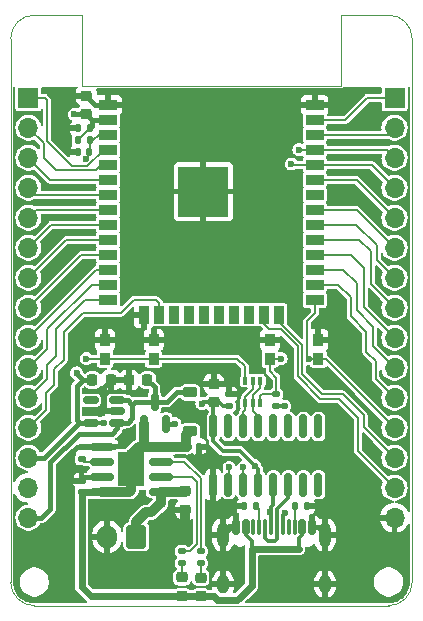
<source format=gtl>
G04 #@! TF.GenerationSoftware,KiCad,Pcbnew,8.0.2*
G04 #@! TF.CreationDate,2024-05-24T09:08:15+10:00*
G04 #@! TF.ProjectId,design,64657369-676e-42e6-9b69-6361645f7063,rev?*
G04 #@! TF.SameCoordinates,Original*
G04 #@! TF.FileFunction,Copper,L1,Top*
G04 #@! TF.FilePolarity,Positive*
%FSLAX46Y46*%
G04 Gerber Fmt 4.6, Leading zero omitted, Abs format (unit mm)*
G04 Created by KiCad (PCBNEW 8.0.2) date 2024-05-24 09:08:15*
%MOMM*%
%LPD*%
G01*
G04 APERTURE LIST*
G04 Aperture macros list*
%AMRoundRect*
0 Rectangle with rounded corners*
0 $1 Rounding radius*
0 $2 $3 $4 $5 $6 $7 $8 $9 X,Y pos of 4 corners*
0 Add a 4 corners polygon primitive as box body*
4,1,4,$2,$3,$4,$5,$6,$7,$8,$9,$2,$3,0*
0 Add four circle primitives for the rounded corners*
1,1,$1+$1,$2,$3*
1,1,$1+$1,$4,$5*
1,1,$1+$1,$6,$7*
1,1,$1+$1,$8,$9*
0 Add four rect primitives between the rounded corners*
20,1,$1+$1,$2,$3,$4,$5,0*
20,1,$1+$1,$4,$5,$6,$7,0*
20,1,$1+$1,$6,$7,$8,$9,0*
20,1,$1+$1,$8,$9,$2,$3,0*%
G04 Aperture macros list end*
G04 #@! TA.AperFunction,SMDPad,CuDef*
%ADD10RoundRect,0.140000X0.170000X-0.140000X0.170000X0.140000X-0.170000X0.140000X-0.170000X-0.140000X0*%
G04 #@! TD*
G04 #@! TA.AperFunction,SMDPad,CuDef*
%ADD11RoundRect,0.135000X-0.135000X-0.185000X0.135000X-0.185000X0.135000X0.185000X-0.135000X0.185000X0*%
G04 #@! TD*
G04 #@! TA.AperFunction,SMDPad,CuDef*
%ADD12RoundRect,0.225000X0.225000X0.250000X-0.225000X0.250000X-0.225000X-0.250000X0.225000X-0.250000X0*%
G04 #@! TD*
G04 #@! TA.AperFunction,SMDPad,CuDef*
%ADD13RoundRect,0.150000X0.150000X-0.587500X0.150000X0.587500X-0.150000X0.587500X-0.150000X-0.587500X0*%
G04 #@! TD*
G04 #@! TA.AperFunction,SMDPad,CuDef*
%ADD14R,0.900000X1.000000*%
G04 #@! TD*
G04 #@! TA.AperFunction,SMDPad,CuDef*
%ADD15RoundRect,0.135000X0.185000X-0.135000X0.185000X0.135000X-0.185000X0.135000X-0.185000X-0.135000X0*%
G04 #@! TD*
G04 #@! TA.AperFunction,SMDPad,CuDef*
%ADD16RoundRect,0.225000X-0.225000X-0.250000X0.225000X-0.250000X0.225000X0.250000X-0.225000X0.250000X0*%
G04 #@! TD*
G04 #@! TA.AperFunction,SMDPad,CuDef*
%ADD17R,1.500000X0.900000*%
G04 #@! TD*
G04 #@! TA.AperFunction,SMDPad,CuDef*
%ADD18R,0.900000X1.500000*%
G04 #@! TD*
G04 #@! TA.AperFunction,SMDPad,CuDef*
%ADD19R,1.050000X1.050000*%
G04 #@! TD*
G04 #@! TA.AperFunction,HeatsinkPad*
%ADD20C,0.600000*%
G04 #@! TD*
G04 #@! TA.AperFunction,SMDPad,CuDef*
%ADD21R,4.200000X4.200000*%
G04 #@! TD*
G04 #@! TA.AperFunction,SMDPad,CuDef*
%ADD22RoundRect,0.100000X0.100000X-0.225000X0.100000X0.225000X-0.100000X0.225000X-0.100000X-0.225000X0*%
G04 #@! TD*
G04 #@! TA.AperFunction,SMDPad,CuDef*
%ADD23RoundRect,0.150000X0.150000X-0.825000X0.150000X0.825000X-0.150000X0.825000X-0.150000X-0.825000X0*%
G04 #@! TD*
G04 #@! TA.AperFunction,SMDPad,CuDef*
%ADD24RoundRect,0.218750X-0.256250X0.218750X-0.256250X-0.218750X0.256250X-0.218750X0.256250X0.218750X0*%
G04 #@! TD*
G04 #@! TA.AperFunction,SMDPad,CuDef*
%ADD25RoundRect,0.225000X0.250000X-0.225000X0.250000X0.225000X-0.250000X0.225000X-0.250000X-0.225000X0*%
G04 #@! TD*
G04 #@! TA.AperFunction,SMDPad,CuDef*
%ADD26RoundRect,0.150000X-0.825000X-0.150000X0.825000X-0.150000X0.825000X0.150000X-0.825000X0.150000X0*%
G04 #@! TD*
G04 #@! TA.AperFunction,HeatsinkPad*
%ADD27R,2.290000X3.000000*%
G04 #@! TD*
G04 #@! TA.AperFunction,SMDPad,CuDef*
%ADD28RoundRect,0.140000X0.140000X0.170000X-0.140000X0.170000X-0.140000X-0.170000X0.140000X-0.170000X0*%
G04 #@! TD*
G04 #@! TA.AperFunction,SMDPad,CuDef*
%ADD29RoundRect,0.140000X-0.140000X-0.170000X0.140000X-0.170000X0.140000X0.170000X-0.140000X0.170000X0*%
G04 #@! TD*
G04 #@! TA.AperFunction,SMDPad,CuDef*
%ADD30RoundRect,0.225000X-0.250000X0.225000X-0.250000X-0.225000X0.250000X-0.225000X0.250000X0.225000X0*%
G04 #@! TD*
G04 #@! TA.AperFunction,ComponentPad*
%ADD31RoundRect,0.250000X0.600000X0.750000X-0.600000X0.750000X-0.600000X-0.750000X0.600000X-0.750000X0*%
G04 #@! TD*
G04 #@! TA.AperFunction,ComponentPad*
%ADD32O,1.700000X2.000000*%
G04 #@! TD*
G04 #@! TA.AperFunction,SMDPad,CuDef*
%ADD33RoundRect,0.150000X-0.150000X-0.500000X0.150000X-0.500000X0.150000X0.500000X-0.150000X0.500000X0*%
G04 #@! TD*
G04 #@! TA.AperFunction,SMDPad,CuDef*
%ADD34RoundRect,0.075000X-0.075000X-0.575000X0.075000X-0.575000X0.075000X0.575000X-0.075000X0.575000X0*%
G04 #@! TD*
G04 #@! TA.AperFunction,ComponentPad*
%ADD35O,1.000000X2.100000*%
G04 #@! TD*
G04 #@! TA.AperFunction,ComponentPad*
%ADD36O,1.000000X1.600000*%
G04 #@! TD*
G04 #@! TA.AperFunction,SMDPad,CuDef*
%ADD37RoundRect,0.150000X0.512500X0.150000X-0.512500X0.150000X-0.512500X-0.150000X0.512500X-0.150000X0*%
G04 #@! TD*
G04 #@! TA.AperFunction,SMDPad,CuDef*
%ADD38RoundRect,0.225000X-0.375000X0.225000X-0.375000X-0.225000X0.375000X-0.225000X0.375000X0.225000X0*%
G04 #@! TD*
G04 #@! TA.AperFunction,SMDPad,CuDef*
%ADD39RoundRect,0.135000X0.135000X0.185000X-0.135000X0.185000X-0.135000X-0.185000X0.135000X-0.185000X0*%
G04 #@! TD*
G04 #@! TA.AperFunction,ComponentPad*
%ADD40R,1.700000X1.700000*%
G04 #@! TD*
G04 #@! TA.AperFunction,ComponentPad*
%ADD41O,1.700000X1.700000*%
G04 #@! TD*
G04 #@! TA.AperFunction,ViaPad*
%ADD42C,0.600000*%
G04 #@! TD*
G04 #@! TA.AperFunction,Conductor*
%ADD43C,0.812800*%
G04 #@! TD*
G04 #@! TA.AperFunction,Conductor*
%ADD44C,0.406400*%
G04 #@! TD*
G04 #@! TA.AperFunction,Conductor*
%ADD45C,0.609600*%
G04 #@! TD*
G04 #@! TA.AperFunction,Conductor*
%ADD46C,0.304800*%
G04 #@! TD*
G04 #@! TA.AperFunction,Conductor*
%ADD47C,0.152400*%
G04 #@! TD*
G04 #@! TA.AperFunction,Conductor*
%ADD48C,0.200000*%
G04 #@! TD*
G04 #@! TA.AperFunction,Profile*
%ADD49C,0.100000*%
G04 #@! TD*
G04 APERTURE END LIST*
D10*
G04 #@! TO.P,C14,1*
G04 #@! TO.N,VBUS*
X89000000Y-105380000D03*
G04 #@! TO.P,C14,2*
G04 #@! TO.N,GND*
X89000000Y-104420000D03*
G04 #@! TD*
D11*
G04 #@! TO.P,R2,1*
G04 #@! TO.N,Net-(J1-CC2)*
X107090000Y-106600000D03*
G04 #@! TO.P,R2,2*
G04 #@! TO.N,GND*
X108110000Y-106600000D03*
G04 #@! TD*
D12*
G04 #@! TO.P,C16,1*
G04 #@! TO.N,/VIN*
X94575000Y-95900000D03*
G04 #@! TO.P,C16,2*
G04 #@! TO.N,GND*
X93025000Y-95900000D03*
G04 #@! TD*
D13*
G04 #@! TO.P,Q3,1,G*
G04 #@! TO.N,VBUS*
X94250000Y-99637500D03*
G04 #@! TO.P,Q3,2,D*
G04 #@! TO.N,+BATT*
X96150000Y-99637500D03*
G04 #@! TO.P,Q3,3,S*
G04 #@! TO.N,/VIN*
X95200000Y-97762500D03*
G04 #@! TD*
D14*
G04 #@! TO.P,SW1,1,1*
G04 #@! TO.N,/IO0*
X109050000Y-94100000D03*
X104950000Y-94100000D03*
G04 #@! TO.P,SW1,2,2*
G04 #@! TO.N,GND*
X109050000Y-92500000D03*
X104950000Y-92500000D03*
G04 #@! TD*
D15*
G04 #@! TO.P,R13,1*
G04 #@! TO.N,Net-(D2-K)*
X97500000Y-111410000D03*
G04 #@! TO.P,R13,2*
G04 #@! TO.N,Net-(U4-~{STDBY})*
X97500000Y-110390000D03*
G04 #@! TD*
D10*
G04 #@! TO.P,C5,1*
G04 #@! TO.N,+3.3V*
X101500000Y-98080000D03*
G04 #@! TO.P,C5,2*
G04 #@! TO.N,GND*
X101500000Y-97120000D03*
G04 #@! TD*
D16*
G04 #@! TO.P,C17,1*
G04 #@! TO.N,+3.3V*
X89925000Y-95900000D03*
G04 #@! TO.P,C17,2*
G04 #@! TO.N,GND*
X91475000Y-95900000D03*
G04 #@! TD*
D15*
G04 #@! TO.P,R10,1*
G04 #@! TO.N,Net-(D1-K)*
X99100000Y-111410000D03*
G04 #@! TO.P,R10,2*
G04 #@! TO.N,Net-(U4-~{CHRG})*
X99100000Y-110390000D03*
G04 #@! TD*
D17*
G04 #@! TO.P,U3,1,GND*
G04 #@! TO.N,GND*
X91250000Y-72600000D03*
G04 #@! TO.P,U3,2,VDD*
G04 #@! TO.N,+3.3V*
X91250000Y-73870000D03*
G04 #@! TO.P,U3,3,EN*
G04 #@! TO.N,/RESET*
X91250000Y-75140000D03*
G04 #@! TO.P,U3,4,SENSOR_VP*
G04 #@! TO.N,/IO36*
X91250000Y-76410000D03*
G04 #@! TO.P,U3,5,SENSOR_VN*
G04 #@! TO.N,/IO39*
X91250000Y-77680000D03*
G04 #@! TO.P,U3,6,IO34*
G04 #@! TO.N,/IO34*
X91250000Y-78950000D03*
G04 #@! TO.P,U3,7,IO35*
G04 #@! TO.N,/IO35*
X91250000Y-80220000D03*
G04 #@! TO.P,U3,8,IO32*
G04 #@! TO.N,/IO32*
X91250000Y-81490000D03*
G04 #@! TO.P,U3,9,IO33*
G04 #@! TO.N,/IO33*
X91250000Y-82760000D03*
G04 #@! TO.P,U3,10,IO25*
G04 #@! TO.N,/IO25*
X91250000Y-84030000D03*
G04 #@! TO.P,U3,11,IO26*
G04 #@! TO.N,/IO26*
X91250000Y-85300000D03*
G04 #@! TO.P,U3,12,IO27*
G04 #@! TO.N,/IO27*
X91250000Y-86570000D03*
G04 #@! TO.P,U3,13,IO14*
G04 #@! TO.N,/IO14*
X91250000Y-87840000D03*
G04 #@! TO.P,U3,14,IO12*
G04 #@! TO.N,/IO12*
X91250000Y-89110000D03*
D18*
G04 #@! TO.P,U3,15,GND*
G04 #@! TO.N,GND*
X94290000Y-90360000D03*
G04 #@! TO.P,U3,16,IO13*
G04 #@! TO.N,/IO13*
X95560000Y-90360000D03*
G04 #@! TO.P,U3,17,SHD/SD2*
G04 #@! TO.N,unconnected-(U3-SHD{slash}SD2-Pad17)*
X96830000Y-90360000D03*
G04 #@! TO.P,U3,18,SWP/SD3*
G04 #@! TO.N,unconnected-(U3-SWP{slash}SD3-Pad18)*
X98100000Y-90360000D03*
G04 #@! TO.P,U3,19,SCS/CMD*
G04 #@! TO.N,unconnected-(U3-SCS{slash}CMD-Pad19)*
X99370000Y-90360000D03*
G04 #@! TO.P,U3,20,SCK/CLK*
G04 #@! TO.N,unconnected-(U3-SCK{slash}CLK-Pad20)*
X100640000Y-90360000D03*
G04 #@! TO.P,U3,21,SDO/SD0*
G04 #@! TO.N,unconnected-(U3-SDO{slash}SD0-Pad21)*
X101910000Y-90360000D03*
G04 #@! TO.P,U3,22,SDI/SD1*
G04 #@! TO.N,unconnected-(U3-SDI{slash}SD1-Pad22)*
X103180000Y-90360000D03*
G04 #@! TO.P,U3,23,IO15*
G04 #@! TO.N,/IO15*
X104450000Y-90360000D03*
G04 #@! TO.P,U3,24,IO2*
G04 #@! TO.N,/IO2*
X105720000Y-90360000D03*
D17*
G04 #@! TO.P,U3,25,IO0*
G04 #@! TO.N,/IO0*
X108750000Y-89110000D03*
G04 #@! TO.P,U3,26,IO4*
G04 #@! TO.N,/IO4*
X108750000Y-87840000D03*
G04 #@! TO.P,U3,27,IO16*
G04 #@! TO.N,/IO16*
X108750000Y-86570000D03*
G04 #@! TO.P,U3,28,IO17*
G04 #@! TO.N,/IO17*
X108750000Y-85300000D03*
G04 #@! TO.P,U3,29,IO5*
G04 #@! TO.N,/IO5*
X108750000Y-84030000D03*
G04 #@! TO.P,U3,30,IO18*
G04 #@! TO.N,/IO18*
X108750000Y-82760000D03*
G04 #@! TO.P,U3,31,IO19*
G04 #@! TO.N,/IO19*
X108750000Y-81490000D03*
G04 #@! TO.P,U3,32,NC*
G04 #@! TO.N,unconnected-(U3-NC-Pad32)*
X108750000Y-80220000D03*
G04 #@! TO.P,U3,33,IO21*
G04 #@! TO.N,/IO21*
X108750000Y-78950000D03*
G04 #@! TO.P,U3,34,RXD0/IO3*
G04 #@! TO.N,/RXD0*
X108750000Y-77680000D03*
G04 #@! TO.P,U3,35,TXD0/IO1*
G04 #@! TO.N,/TXD0*
X108750000Y-76410000D03*
G04 #@! TO.P,U3,36,IO22*
G04 #@! TO.N,/IO22*
X108750000Y-75140000D03*
G04 #@! TO.P,U3,37,IO23*
G04 #@! TO.N,/IO23*
X108750000Y-73870000D03*
G04 #@! TO.P,U3,38,GND*
G04 #@! TO.N,GND*
X108750000Y-72600000D03*
D19*
G04 #@! TO.P,U3,39,GND*
X97795000Y-78415000D03*
D20*
X97795000Y-79177500D03*
D19*
X97795000Y-79940000D03*
D20*
X97795000Y-80702500D03*
D19*
X97795000Y-81465000D03*
D20*
X98557500Y-78415000D03*
X98557500Y-79940000D03*
X98557500Y-81465000D03*
D19*
X99320000Y-78415000D03*
D20*
X99320000Y-79177500D03*
D19*
X99320000Y-79940000D03*
D21*
X99320000Y-79940000D03*
D20*
X99320000Y-80702500D03*
D19*
X99320000Y-81465000D03*
D20*
X100082500Y-78415000D03*
X100082500Y-79940000D03*
X100082500Y-81465000D03*
D19*
X100845000Y-78415000D03*
D20*
X100845000Y-79177500D03*
D19*
X100845000Y-79940000D03*
D20*
X100845000Y-80702500D03*
D19*
X100845000Y-81465000D03*
G04 #@! TD*
D15*
G04 #@! TO.P,R3,1*
G04 #@! TO.N,+3.3V*
X105500000Y-98110000D03*
G04 #@! TO.P,R3,2*
G04 #@! TO.N,/IO0*
X105500000Y-97090000D03*
G04 #@! TD*
D14*
G04 #@! TO.P,SW2,1,1*
G04 #@! TO.N,GND*
X91000000Y-92500000D03*
X95100000Y-92500000D03*
G04 #@! TO.P,SW2,2,2*
G04 #@! TO.N,/RESET*
X91000000Y-94100000D03*
X95100000Y-94100000D03*
G04 #@! TD*
D22*
G04 #@! TO.P,Q1,1,E1*
G04 #@! TO.N,Net-(Q1A-E1)*
X102850000Y-97850000D03*
G04 #@! TO.P,Q1,2,B1*
G04 #@! TO.N,Net-(Q1A-B1)*
X103500000Y-97850000D03*
G04 #@! TO.P,Q1,3,C2*
G04 #@! TO.N,/IO0*
X104150000Y-97850000D03*
G04 #@! TO.P,Q1,4,E2*
G04 #@! TO.N,Net-(Q1A-B1)*
X104150000Y-95950000D03*
G04 #@! TO.P,Q1,5,B2*
G04 #@! TO.N,Net-(Q1A-E1)*
X103500000Y-95950000D03*
G04 #@! TO.P,Q1,6,C1*
G04 #@! TO.N,/RESET*
X102850000Y-95950000D03*
G04 #@! TD*
D23*
G04 #@! TO.P,U1,1,GND*
G04 #@! TO.N,GND*
X100155000Y-104775000D03*
G04 #@! TO.P,U1,2,TXD*
G04 #@! TO.N,/RXD0*
X101425000Y-104775000D03*
G04 #@! TO.P,U1,3,RXD*
G04 #@! TO.N,/TXD0*
X102695000Y-104775000D03*
G04 #@! TO.P,U1,4,V3*
G04 #@! TO.N,+3.3V*
X103965000Y-104775000D03*
G04 #@! TO.P,U1,5,UD+*
G04 #@! TO.N,/D+*
X105235000Y-104775000D03*
G04 #@! TO.P,U1,6,UD-*
G04 #@! TO.N,/D-*
X106505000Y-104775000D03*
G04 #@! TO.P,U1,7,NC*
G04 #@! TO.N,unconnected-(U1-NC-Pad7)*
X107775000Y-104775000D03*
G04 #@! TO.P,U1,8,NC*
G04 #@! TO.N,unconnected-(U1-NC-Pad8)*
X109045000Y-104775000D03*
G04 #@! TO.P,U1,9,~{CTS}*
G04 #@! TO.N,unconnected-(U1-~{CTS}-Pad9)*
X109045000Y-99825000D03*
G04 #@! TO.P,U1,10,~{DSR}*
G04 #@! TO.N,unconnected-(U1-~{DSR}-Pad10)*
X107775000Y-99825000D03*
G04 #@! TO.P,U1,11,~{RI}*
G04 #@! TO.N,unconnected-(U1-~{RI}-Pad11)*
X106505000Y-99825000D03*
G04 #@! TO.P,U1,12,~{DCD}*
G04 #@! TO.N,unconnected-(U1-~{DCD}-Pad12)*
X105235000Y-99825000D03*
G04 #@! TO.P,U1,13,~{DTR}*
G04 #@! TO.N,Net-(Q1A-B1)*
X103965000Y-99825000D03*
G04 #@! TO.P,U1,14,~{RTS}*
G04 #@! TO.N,Net-(Q1A-E1)*
X102695000Y-99825000D03*
G04 #@! TO.P,U1,15,R232*
G04 #@! TO.N,unconnected-(U1-R232-Pad15)*
X101425000Y-99825000D03*
G04 #@! TO.P,U1,16,VCC*
G04 #@! TO.N,+3.3V*
X100155000Y-99825000D03*
G04 #@! TD*
D24*
G04 #@! TO.P,D2,1,K*
G04 #@! TO.N,Net-(D2-K)*
X97500000Y-112612500D03*
G04 #@! TO.P,D2,2,A*
G04 #@! TO.N,VBUS*
X97500000Y-114187500D03*
G04 #@! TD*
D25*
G04 #@! TO.P,C4,1*
G04 #@! TO.N,+3.3V*
X100200000Y-97775000D03*
G04 #@! TO.P,C4,2*
G04 #@! TO.N,GND*
X100200000Y-96225000D03*
G04 #@! TD*
D26*
G04 #@! TO.P,U4,1,TEMP*
G04 #@! TO.N,GND*
X90755000Y-101545000D03*
G04 #@! TO.P,U4,2,PROG*
G04 #@! TO.N,Net-(U4-PROG)*
X90755000Y-102815000D03*
G04 #@! TO.P,U4,3,GND*
G04 #@! TO.N,GND*
X90755000Y-104085000D03*
G04 #@! TO.P,U4,4,VCC*
G04 #@! TO.N,VBUS*
X90755000Y-105355000D03*
G04 #@! TO.P,U4,5,BAT*
G04 #@! TO.N,+BATT*
X95705000Y-105355000D03*
G04 #@! TO.P,U4,6,~{STDBY}*
G04 #@! TO.N,Net-(U4-~{STDBY})*
X95705000Y-104085000D03*
G04 #@! TO.P,U4,7,~{CHRG}*
G04 #@! TO.N,Net-(U4-~{CHRG})*
X95705000Y-102815000D03*
G04 #@! TO.P,U4,8,CE*
G04 #@! TO.N,VBUS*
X95705000Y-101545000D03*
D27*
G04 #@! TO.P,U4,9,PP*
X93230000Y-103450000D03*
G04 #@! TD*
D28*
G04 #@! TO.P,C1,1*
G04 #@! TO.N,+3.3V*
X89680000Y-74600000D03*
G04 #@! TO.P,C1,2*
G04 #@! TO.N,GND*
X88720000Y-74600000D03*
G04 #@! TD*
D29*
G04 #@! TO.P,C2,1*
G04 #@! TO.N,GND*
X88710000Y-76600000D03*
G04 #@! TO.P,C2,2*
G04 #@! TO.N,/RESET*
X89670000Y-76600000D03*
G04 #@! TD*
D30*
G04 #@! TO.P,C13,1*
G04 #@! TO.N,+BATT*
X97800000Y-105325000D03*
G04 #@! TO.P,C13,2*
G04 #@! TO.N,GND*
X97800000Y-106875000D03*
G04 #@! TD*
D11*
G04 #@! TO.P,R15,1*
G04 #@! TO.N,VBUS*
X97890000Y-101550000D03*
G04 #@! TO.P,R15,2*
G04 #@! TO.N,GND*
X98910000Y-101550000D03*
G04 #@! TD*
D31*
G04 #@! TO.P,J4,1,Pin_1*
G04 #@! TO.N,+BATT*
X93650000Y-109167500D03*
D32*
G04 #@! TO.P,J4,2,Pin_2*
G04 #@! TO.N,GND*
X91150000Y-109167500D03*
G04 #@! TD*
D33*
G04 #@! TO.P,J1,A1,GND*
G04 #@! TO.N,GND*
X102100000Y-108360000D03*
G04 #@! TO.P,J1,A4,VBUS*
G04 #@! TO.N,VBUS*
X102900000Y-108360000D03*
D34*
G04 #@! TO.P,J1,A5,CC1*
G04 #@! TO.N,Net-(J1-CC1)*
X104050000Y-108360000D03*
G04 #@! TO.P,J1,A6,D+*
G04 #@! TO.N,/D+*
X105050000Y-108360000D03*
G04 #@! TO.P,J1,A7,D-*
G04 #@! TO.N,/D-*
X105550000Y-108360000D03*
G04 #@! TO.P,J1,A8,SBU1*
G04 #@! TO.N,unconnected-(J1-SBU1-PadA8)*
X106550000Y-108360000D03*
D33*
G04 #@! TO.P,J1,A9,VBUS*
G04 #@! TO.N,VBUS*
X107700000Y-108360000D03*
G04 #@! TO.P,J1,A12,GND*
G04 #@! TO.N,GND*
X108500000Y-108360000D03*
G04 #@! TO.P,J1,B1,GND*
X108500000Y-108360000D03*
G04 #@! TO.P,J1,B4,VBUS*
G04 #@! TO.N,VBUS*
X107700000Y-108360000D03*
D34*
G04 #@! TO.P,J1,B5,CC2*
G04 #@! TO.N,Net-(J1-CC2)*
X107050000Y-108360000D03*
G04 #@! TO.P,J1,B6,D+*
G04 #@! TO.N,/D+*
X106050000Y-108360000D03*
G04 #@! TO.P,J1,B7,D-*
G04 #@! TO.N,/D-*
X104550000Y-108360000D03*
G04 #@! TO.P,J1,B8,SBU2*
G04 #@! TO.N,unconnected-(J1-SBU2-PadB8)*
X103550000Y-108360000D03*
D33*
G04 #@! TO.P,J1,B9,VBUS*
G04 #@! TO.N,VBUS*
X102900000Y-108360000D03*
G04 #@! TO.P,J1,B12,GND*
G04 #@! TO.N,GND*
X102100000Y-108360000D03*
D35*
G04 #@! TO.P,J1,S1,SHIELD*
X100980000Y-109000000D03*
D36*
X100980000Y-113180000D03*
D35*
X109620000Y-109000000D03*
D36*
X109620000Y-113180000D03*
G04 #@! TD*
D24*
G04 #@! TO.P,D1,1,K*
G04 #@! TO.N,Net-(D1-K)*
X99100000Y-112625000D03*
G04 #@! TO.P,D1,2,A*
G04 #@! TO.N,VBUS*
X99100000Y-114200000D03*
G04 #@! TD*
D37*
G04 #@! TO.P,U5,1,VIN*
G04 #@! TO.N,/VIN*
X92037500Y-99500000D03*
G04 #@! TO.P,U5,2,GND*
G04 #@! TO.N,GND*
X92037500Y-98550000D03*
G04 #@! TO.P,U5,3,EN*
G04 #@! TO.N,/VIN*
X92037500Y-97600000D03*
G04 #@! TO.P,U5,4,NC*
G04 #@! TO.N,unconnected-(U5-NC-Pad4)*
X89762500Y-97600000D03*
G04 #@! TO.P,U5,5,VOUT*
G04 #@! TO.N,+3.3V*
X89762500Y-99500000D03*
G04 #@! TD*
D38*
G04 #@! TO.P,D4,1,K*
G04 #@! TO.N,/VIN*
X98200000Y-96950000D03*
G04 #@! TO.P,D4,2,A*
G04 #@! TO.N,VBUS*
X98200000Y-100250000D03*
G04 #@! TD*
D39*
G04 #@! TO.P,R1,1*
G04 #@! TO.N,Net-(J1-CC1)*
X103810000Y-106600000D03*
G04 #@! TO.P,R1,2*
G04 #@! TO.N,GND*
X102790000Y-106600000D03*
G04 #@! TD*
D25*
G04 #@! TO.P,C6,1*
G04 #@! TO.N,+3.3V*
X89400000Y-73375000D03*
G04 #@! TO.P,C6,2*
G04 #@! TO.N,GND*
X89400000Y-71825000D03*
G04 #@! TD*
D15*
G04 #@! TO.P,R12,1*
G04 #@! TO.N,Net-(U4-PROG)*
X89000000Y-102610000D03*
G04 #@! TO.P,R12,2*
G04 #@! TO.N,GND*
X89000000Y-101590000D03*
G04 #@! TD*
D11*
G04 #@! TO.P,R4,1*
G04 #@! TO.N,+3.3V*
X88680000Y-75600000D03*
G04 #@! TO.P,R4,2*
G04 #@! TO.N,/RESET*
X89700000Y-75600000D03*
G04 #@! TD*
D40*
G04 #@! TO.P,J2,1,Pin_1*
G04 #@! TO.N,/IO36*
X84500000Y-72000000D03*
D41*
G04 #@! TO.P,J2,2,Pin_2*
G04 #@! TO.N,/IO39*
X84500000Y-74540000D03*
G04 #@! TO.P,J2,3,Pin_3*
G04 #@! TO.N,/IO34*
X84500000Y-77080000D03*
G04 #@! TO.P,J2,4,Pin_4*
G04 #@! TO.N,/IO35*
X84500000Y-79620000D03*
G04 #@! TO.P,J2,5,Pin_5*
G04 #@! TO.N,/IO32*
X84500000Y-82160000D03*
G04 #@! TO.P,J2,6,Pin_6*
G04 #@! TO.N,/IO33*
X84500000Y-84700000D03*
G04 #@! TO.P,J2,7,Pin_7*
G04 #@! TO.N,/IO25*
X84500000Y-87240000D03*
G04 #@! TO.P,J2,8,Pin_8*
G04 #@! TO.N,/IO26*
X84500000Y-89780000D03*
G04 #@! TO.P,J2,9,Pin_9*
G04 #@! TO.N,/IO27*
X84500000Y-92320000D03*
G04 #@! TO.P,J2,10,Pin_10*
G04 #@! TO.N,/IO14*
X84500000Y-94860000D03*
G04 #@! TO.P,J2,11,Pin_11*
G04 #@! TO.N,/IO12*
X84500000Y-97400000D03*
G04 #@! TO.P,J2,12,Pin_12*
G04 #@! TO.N,/IO13*
X84500000Y-99940000D03*
G04 #@! TO.P,J2,13,Pin_13*
G04 #@! TO.N,+3.3V*
X84500000Y-102480000D03*
G04 #@! TO.P,J2,14,Pin_14*
G04 #@! TO.N,GND*
X84500000Y-105020000D03*
G04 #@! TO.P,J2,15,Pin_15*
G04 #@! TO.N,/VIN*
X84500000Y-107560000D03*
G04 #@! TD*
D40*
G04 #@! TO.P,J3,1,Pin_1*
G04 #@! TO.N,/IO23*
X115500000Y-72000000D03*
D41*
G04 #@! TO.P,J3,2,Pin_2*
G04 #@! TO.N,/IO22*
X115500000Y-74540000D03*
G04 #@! TO.P,J3,3,Pin_3*
G04 #@! TO.N,/TXD0*
X115500000Y-77080000D03*
G04 #@! TO.P,J3,4,Pin_4*
G04 #@! TO.N,/RXD0*
X115500000Y-79620000D03*
G04 #@! TO.P,J3,5,Pin_5*
G04 #@! TO.N,/IO21*
X115500000Y-82160000D03*
G04 #@! TO.P,J3,6,Pin_6*
G04 #@! TO.N,/IO19*
X115500000Y-84700000D03*
G04 #@! TO.P,J3,7,Pin_7*
G04 #@! TO.N,/IO18*
X115500000Y-87240000D03*
G04 #@! TO.P,J3,8,Pin_8*
G04 #@! TO.N,/IO5*
X115500000Y-89780000D03*
G04 #@! TO.P,J3,9,Pin_9*
G04 #@! TO.N,/IO17*
X115500000Y-92320000D03*
G04 #@! TO.P,J3,10,Pin_10*
G04 #@! TO.N,/IO16*
X115500000Y-94860000D03*
G04 #@! TO.P,J3,11,Pin_11*
G04 #@! TO.N,/IO4*
X115500000Y-97400000D03*
G04 #@! TO.P,J3,12,Pin_12*
G04 #@! TO.N,/IO0*
X115500000Y-99940000D03*
G04 #@! TO.P,J3,13,Pin_13*
G04 #@! TO.N,/IO2*
X115500000Y-102480000D03*
G04 #@! TO.P,J3,14,Pin_14*
G04 #@! TO.N,/IO15*
X115500000Y-105020000D03*
G04 #@! TO.P,J3,15,Pin_15*
G04 #@! TO.N,GND*
X115500000Y-107560000D03*
G04 #@! TD*
D42*
G04 #@! TO.N,+BATT*
X96900000Y-99600000D03*
X95705000Y-106295000D03*
G04 #@! TO.N,GND*
X87900000Y-71800000D03*
X105000000Y-71500000D03*
X102000000Y-71500000D03*
X109000000Y-91400000D03*
X87900000Y-74600000D03*
X98900000Y-102400000D03*
X93980000Y-96901000D03*
X97500000Y-71500000D03*
X89916000Y-98552000D03*
X93000000Y-71500000D03*
X92964000Y-100584000D03*
X109200000Y-101400000D03*
X110500000Y-71500000D03*
X106500000Y-71500000D03*
X110500000Y-91948000D03*
X109200000Y-103100000D03*
X97800000Y-107900000D03*
X103600000Y-101600000D03*
X100200000Y-106300000D03*
X99000000Y-71500000D03*
X96000000Y-71500000D03*
X101500000Y-96100000D03*
X100500000Y-71500000D03*
X112000000Y-71500000D03*
X87900000Y-76500000D03*
X88000000Y-102489000D03*
X88200000Y-104400000D03*
X99300000Y-92500000D03*
X103500000Y-71500000D03*
X93000000Y-94900000D03*
X107600000Y-97000000D03*
X99300000Y-94900000D03*
X93100000Y-92500000D03*
X110998000Y-104775000D03*
X104000000Y-92500000D03*
X90900000Y-96800000D03*
X110300000Y-88600000D03*
X94500000Y-71500000D03*
G04 #@! TO.N,+3.3V*
X88600000Y-95300000D03*
X106200000Y-98100000D03*
X103650000Y-103150000D03*
X99200000Y-97900000D03*
X90900000Y-99500000D03*
X88400000Y-73400000D03*
G04 #@! TO.N,/RESET*
X89342220Y-77213620D03*
X89400000Y-94100000D03*
G04 #@! TO.N,/TXD0*
X102700000Y-103300000D03*
X107400000Y-76400000D03*
G04 #@! TO.N,/RXD0*
X101500000Y-103300000D03*
X106773800Y-77600000D03*
G04 #@! TO.N,/IO0*
X105900000Y-94100000D03*
X108226200Y-94100000D03*
G04 #@! TO.N,/D+*
X104947600Y-107100000D03*
X106200000Y-107200000D03*
G04 #@! TD*
D43*
G04 #@! TO.N,+BATT*
X95705000Y-106295000D02*
X94900000Y-107100000D01*
X95705000Y-105355000D02*
X95705000Y-106295000D01*
X93650000Y-107950000D02*
X93650000Y-109167500D01*
X95705000Y-105355000D02*
X97770000Y-105355000D01*
D44*
X96862500Y-99637500D02*
X96900000Y-99600000D01*
D43*
X94500000Y-107100000D02*
X93650000Y-107950000D01*
D44*
X96150000Y-99637500D02*
X96862500Y-99637500D01*
D43*
X94900000Y-107100000D02*
X94500000Y-107100000D01*
D44*
G04 #@! TO.N,GND*
X89400000Y-71825000D02*
X87925000Y-71825000D01*
X87925000Y-71825000D02*
X87900000Y-71800000D01*
X90900000Y-96475000D02*
X91475000Y-95900000D01*
X88710000Y-76600000D02*
X88000000Y-76600000D01*
X88656000Y-101590000D02*
X88000000Y-102246000D01*
X91150000Y-98550000D02*
X90900000Y-98300000D01*
X93025000Y-94925000D02*
X93000000Y-94900000D01*
X89335000Y-104085000D02*
X89000000Y-104420000D01*
X98910000Y-101550000D02*
X98910000Y-102390000D01*
X104950000Y-92500000D02*
X104000000Y-92500000D01*
X98910000Y-102390000D02*
X98900000Y-102400000D01*
X89000000Y-104420000D02*
X88220000Y-104420000D01*
D43*
X97800000Y-106875000D02*
X97800000Y-107900000D01*
D44*
X101620000Y-108360000D02*
X100980000Y-109000000D01*
X91250000Y-72600000D02*
X90175000Y-72600000D01*
X90900000Y-96800000D02*
X90900000Y-96475000D01*
X108500000Y-108360000D02*
X108980000Y-108360000D01*
X89000000Y-101590000D02*
X88656000Y-101590000D01*
X102100000Y-108360000D02*
X101620000Y-108360000D01*
X109050000Y-91450000D02*
X109000000Y-91400000D01*
X108980000Y-108360000D02*
X109620000Y-109000000D01*
X90900000Y-98300000D02*
X90900000Y-96800000D01*
X93025000Y-95900000D02*
X93025000Y-94925000D01*
X100155000Y-106255000D02*
X100200000Y-106300000D01*
X100155000Y-104775000D02*
X100155000Y-106255000D01*
X88220000Y-104420000D02*
X88200000Y-104400000D01*
X90755000Y-101545000D02*
X89045000Y-101545000D01*
X88000000Y-76600000D02*
X87900000Y-76500000D01*
X88720000Y-74600000D02*
X87900000Y-74600000D01*
X93025000Y-95900000D02*
X91475000Y-95900000D01*
X88000000Y-102246000D02*
X88000000Y-102489000D01*
X90755000Y-104085000D02*
X89335000Y-104085000D01*
X109050000Y-92500000D02*
X109050000Y-91450000D01*
X92037500Y-98550000D02*
X91150000Y-98550000D01*
X90175000Y-72600000D02*
X89400000Y-71825000D01*
D43*
G04 #@! TO.N,VBUS*
X97885000Y-101545000D02*
X97890000Y-101550000D01*
D45*
X90730000Y-105380000D02*
X90755000Y-105355000D01*
X99100000Y-114200000D02*
X97512500Y-114200000D01*
D43*
X98200000Y-100250000D02*
X97885000Y-100565000D01*
X94200000Y-101545000D02*
X93855000Y-101545000D01*
D46*
X107400000Y-109309999D02*
X107400000Y-110200000D01*
D43*
X93230000Y-102170000D02*
X93230000Y-103450000D01*
X94250000Y-99637500D02*
X94250000Y-101495000D01*
D45*
X100209600Y-114200000D02*
X99100000Y-114200000D01*
D43*
X97885000Y-100565000D02*
X97885000Y-101545000D01*
D45*
X103400000Y-110200000D02*
X103400000Y-113300000D01*
D46*
X107700000Y-108360000D02*
X107700000Y-109009999D01*
D45*
X89803500Y-114187500D02*
X89000000Y-113384000D01*
D43*
X95705000Y-101545000D02*
X94200000Y-101545000D01*
D45*
X89000000Y-113384000D02*
X89000000Y-105380000D01*
X103400000Y-113300000D02*
X102204800Y-114495200D01*
D46*
X107700000Y-109009999D02*
X107400000Y-109309999D01*
D45*
X97500000Y-114187500D02*
X89803500Y-114187500D01*
D43*
X93230000Y-105170000D02*
X93230000Y-103450000D01*
X93855000Y-101545000D02*
X93230000Y-102170000D01*
D45*
X103400000Y-110200000D02*
X107400000Y-110200000D01*
X102204800Y-114495200D02*
X100504800Y-114495200D01*
D43*
X90755000Y-105355000D02*
X93045000Y-105355000D01*
X95705000Y-101545000D02*
X97885000Y-101545000D01*
X93045000Y-105355000D02*
X93230000Y-105170000D01*
D45*
X100504800Y-114495200D02*
X100209600Y-114200000D01*
D46*
X102900000Y-109032012D02*
X103400000Y-109532012D01*
D45*
X89000000Y-105380000D02*
X90730000Y-105380000D01*
D46*
X103400000Y-109532012D02*
X103400000Y-110200000D01*
X102900000Y-108360000D02*
X102900000Y-109032012D01*
D43*
X94250000Y-101495000D02*
X94200000Y-101545000D01*
D44*
G04 #@! TO.N,+3.3V*
X88400000Y-73400000D02*
X89375000Y-73400000D01*
X91250000Y-73870000D02*
X89895000Y-73870000D01*
D46*
X100155000Y-101055000D02*
X100155000Y-99825000D01*
D44*
X84500000Y-102480000D02*
X85820000Y-102480000D01*
X89100000Y-95900000D02*
X89925000Y-95900000D01*
D46*
X106190000Y-98110000D02*
X106200000Y-98100000D01*
X100675000Y-97775000D02*
X100980000Y-98080000D01*
X101000000Y-101900000D02*
X100155000Y-101055000D01*
D44*
X88800000Y-99500000D02*
X88600000Y-99300000D01*
D46*
X100155000Y-99825000D02*
X100155000Y-97820000D01*
D44*
X89895000Y-74385000D02*
X89680000Y-74600000D01*
D46*
X100200000Y-97775000D02*
X99325000Y-97775000D01*
D44*
X89762500Y-99500000D02*
X88800000Y-99500000D01*
D46*
X102400000Y-101900000D02*
X101000000Y-101900000D01*
X99325000Y-97775000D02*
X99200000Y-97900000D01*
D44*
X89895000Y-73870000D02*
X89895000Y-74385000D01*
X88600000Y-95400000D02*
X88600000Y-95300000D01*
D46*
X100980000Y-98080000D02*
X101500000Y-98080000D01*
X103650000Y-103150000D02*
X102400000Y-101900000D01*
D44*
X88600000Y-96400000D02*
X89100000Y-95900000D01*
X89895000Y-73870000D02*
X89400000Y-73375000D01*
D46*
X103965000Y-104775000D02*
X103965000Y-103465000D01*
X90900000Y-99500000D02*
X89762500Y-99500000D01*
D47*
X88680000Y-75600000D02*
X89680000Y-74600000D01*
D44*
X89100000Y-95900000D02*
X88600000Y-95400000D01*
D46*
X105500000Y-98110000D02*
X106190000Y-98110000D01*
X103965000Y-103465000D02*
X103650000Y-103150000D01*
D44*
X88600000Y-99300000D02*
X88600000Y-96400000D01*
D46*
X100200000Y-97775000D02*
X100675000Y-97775000D01*
D44*
X85820000Y-102480000D02*
X88800000Y-99500000D01*
D48*
G04 #@! TO.N,Net-(D2-K)*
X97500000Y-112612500D02*
X97500000Y-111410000D01*
D47*
G04 #@! TO.N,/RESET*
X95100000Y-94100000D02*
X102200000Y-94100000D01*
X89670000Y-76885840D02*
X89342220Y-77213620D01*
X91000000Y-94100000D02*
X95100000Y-94100000D01*
X102200000Y-94100000D02*
X102850000Y-94750000D01*
X90460000Y-75140000D02*
X90000000Y-75600000D01*
X89670000Y-76600000D02*
X89670000Y-76885840D01*
X102850000Y-94750000D02*
X102850000Y-95950000D01*
X89700000Y-75600000D02*
X89700000Y-76570000D01*
X91250000Y-75140000D02*
X90460000Y-75140000D01*
X90000000Y-75600000D02*
X89700000Y-75600000D01*
X89400000Y-94100000D02*
X91000000Y-94100000D01*
D48*
G04 #@! TO.N,Net-(D1-K)*
X99100000Y-111410000D02*
X99100000Y-112625000D01*
D47*
G04 #@! TO.N,/IO23*
X113200000Y-72000000D02*
X115500000Y-72000000D01*
X111330000Y-73870000D02*
X113200000Y-72000000D01*
X108750000Y-73870000D02*
X111330000Y-73870000D01*
G04 #@! TO.N,/IO22*
X114900000Y-75140000D02*
X115500000Y-74540000D01*
X108750000Y-75140000D02*
X114900000Y-75140000D01*
G04 #@! TO.N,/TXD0*
X107410000Y-76410000D02*
X107400000Y-76400000D01*
X108750000Y-76410000D02*
X114830000Y-76410000D01*
X114830000Y-76410000D02*
X115500000Y-77080000D01*
X102695000Y-103305000D02*
X102700000Y-103300000D01*
X108750000Y-76410000D02*
X107410000Y-76410000D01*
X102695000Y-104775000D02*
X102695000Y-103305000D01*
G04 #@! TO.N,/RXD0*
X108750000Y-77680000D02*
X106853800Y-77680000D01*
X108750000Y-77680000D02*
X113560000Y-77680000D01*
X101500000Y-103300000D02*
X101500000Y-104700000D01*
X113560000Y-77680000D02*
X115500000Y-79620000D01*
X106853800Y-77680000D02*
X106773800Y-77600000D01*
G04 #@! TO.N,/IO21*
X112290000Y-78950000D02*
X115500000Y-82160000D01*
X108750000Y-78950000D02*
X112290000Y-78950000D01*
G04 #@! TO.N,/IO19*
X112290000Y-81490000D02*
X115500000Y-84700000D01*
X108750000Y-81490000D02*
X112290000Y-81490000D01*
G04 #@! TO.N,/IO18*
X108750000Y-82760000D02*
X112260000Y-82760000D01*
X112260000Y-82760000D02*
X114000000Y-84500000D01*
X114000000Y-85740000D02*
X115500000Y-87240000D01*
X114000000Y-84500000D02*
X114000000Y-85740000D01*
G04 #@! TO.N,/IO5*
X113500000Y-87780000D02*
X115500000Y-89780000D01*
X108750000Y-84030000D02*
X112530000Y-84030000D01*
X112530000Y-84030000D02*
X113500000Y-85000000D01*
X113500000Y-85000000D02*
X113500000Y-87780000D01*
G04 #@! TO.N,/IO17*
X108750000Y-85300000D02*
X111800000Y-85300000D01*
X112900000Y-89720000D02*
X115500000Y-92320000D01*
X112900000Y-86400000D02*
X112900000Y-89720000D01*
X111800000Y-85300000D02*
X112900000Y-86400000D01*
G04 #@! TO.N,/IO16*
X113700000Y-93060000D02*
X115500000Y-94860000D01*
X112300000Y-90000000D02*
X113700000Y-91400000D01*
X113700000Y-91400000D02*
X113700000Y-93060000D01*
X112300000Y-87700000D02*
X112300000Y-90000000D01*
X108750000Y-86570000D02*
X111170000Y-86570000D01*
X111170000Y-86570000D02*
X112300000Y-87700000D01*
G04 #@! TO.N,/IO4*
X113900000Y-94300000D02*
X113900000Y-95800000D01*
X108750000Y-87840000D02*
X110740000Y-87840000D01*
X110740000Y-87840000D02*
X111800000Y-88900000D01*
X113100000Y-91800000D02*
X113100000Y-93500000D01*
X111800000Y-90500000D02*
X113100000Y-91800000D01*
X111800000Y-88900000D02*
X111800000Y-90500000D01*
X113900000Y-95800000D02*
X115500000Y-97400000D01*
X113100000Y-93500000D02*
X113900000Y-94300000D01*
G04 #@! TO.N,/IO0*
X115500000Y-99940000D02*
X109660000Y-94100000D01*
X108750000Y-89110000D02*
X108750000Y-90250000D01*
X105500000Y-95700000D02*
X105500000Y-97090000D01*
X108100000Y-90900000D02*
X108100000Y-93973800D01*
X108100000Y-93973800D02*
X108226200Y-94100000D01*
X104950000Y-95150000D02*
X105500000Y-95700000D01*
X104310000Y-97090000D02*
X105500000Y-97090000D01*
X104150000Y-97850000D02*
X104150000Y-97250000D01*
X104950000Y-94100000D02*
X104950000Y-95150000D01*
X109660000Y-94100000D02*
X109050000Y-94100000D01*
X108750000Y-90250000D02*
X108100000Y-90900000D01*
X108226200Y-94100000D02*
X109050000Y-94100000D01*
X104950000Y-94100000D02*
X105900000Y-94100000D01*
X104150000Y-97250000D02*
X104310000Y-97090000D01*
D46*
G04 #@! TO.N,/D+*
X105050000Y-108360000D02*
X105050000Y-106650000D01*
X105235000Y-106465000D02*
X105235000Y-104775000D01*
X106050000Y-108360000D02*
X106050000Y-107350000D01*
X105050000Y-106650000D02*
X105235000Y-106465000D01*
X106050000Y-107350000D02*
X106200000Y-107200000D01*
G04 #@! TO.N,/D-*
X104550000Y-109250000D02*
X104800000Y-109500000D01*
X105400000Y-109500000D02*
X105550000Y-109350000D01*
X106505000Y-105895000D02*
X106505000Y-104775000D01*
X104800000Y-109500000D02*
X105400000Y-109500000D01*
X104550000Y-108360000D02*
X104550000Y-109250000D01*
X105550000Y-109350000D02*
X105550000Y-108360000D01*
X105550000Y-106850000D02*
X106505000Y-105895000D01*
X105550000Y-108360000D02*
X105550000Y-106850000D01*
D47*
G04 #@! TO.N,/IO34*
X91250000Y-78950000D02*
X86370000Y-78950000D01*
X86370000Y-78950000D02*
X84500000Y-77080000D01*
G04 #@! TO.N,/IO32*
X91250000Y-81490000D02*
X85170000Y-81490000D01*
X85170000Y-81490000D02*
X84500000Y-82160000D01*
G04 #@! TO.N,/IO33*
X91250000Y-82760000D02*
X86440000Y-82760000D01*
X86440000Y-82760000D02*
X84500000Y-84700000D01*
G04 #@! TO.N,/IO25*
X91250000Y-84030000D02*
X87710000Y-84030000D01*
X87710000Y-84030000D02*
X84500000Y-87240000D01*
G04 #@! TO.N,/IO26*
X91250000Y-85300000D02*
X88980000Y-85300000D01*
X88980000Y-85300000D02*
X84500000Y-89780000D01*
G04 #@! TO.N,/IO27*
X90250000Y-86570000D02*
X84500000Y-92320000D01*
X91250000Y-86570000D02*
X90250000Y-86570000D01*
G04 #@! TO.N,/IO14*
X91250000Y-87840000D02*
X89860000Y-87840000D01*
X89860000Y-87840000D02*
X86100000Y-91600000D01*
X86100000Y-91600000D02*
X86100000Y-93260000D01*
X86100000Y-93260000D02*
X84500000Y-94860000D01*
G04 #@! TO.N,/IO12*
X86100000Y-95800000D02*
X84500000Y-97400000D01*
X86100000Y-94600000D02*
X86100000Y-95800000D01*
X91250000Y-89110000D02*
X89290000Y-89110000D01*
X86800000Y-91600000D02*
X86800000Y-93900000D01*
X89290000Y-89110000D02*
X86800000Y-91600000D01*
X86800000Y-93900000D02*
X86100000Y-94600000D01*
G04 #@! TO.N,/IO13*
X87500000Y-94200000D02*
X86700000Y-95000000D01*
X86000000Y-98440000D02*
X84500000Y-99940000D01*
X95560000Y-90360000D02*
X95560000Y-89360000D01*
X89100000Y-90200000D02*
X87500000Y-91800000D01*
X87500000Y-91800000D02*
X87500000Y-94200000D01*
X86000000Y-97000000D02*
X86000000Y-98440000D01*
X93400000Y-89100000D02*
X92300000Y-90200000D01*
X95560000Y-89360000D02*
X95300000Y-89100000D01*
X95300000Y-89100000D02*
X93400000Y-89100000D01*
X86700000Y-96300000D02*
X86000000Y-97000000D01*
X86700000Y-95000000D02*
X86700000Y-96300000D01*
X92300000Y-90200000D02*
X89100000Y-90200000D01*
G04 #@! TO.N,/IO15*
X112400000Y-101920000D02*
X115500000Y-105020000D01*
X104450000Y-91150000D02*
X104900000Y-91600000D01*
X107300000Y-95600000D02*
X109200000Y-97500000D01*
X110800000Y-97500000D02*
X112400000Y-99100000D01*
X104450000Y-90360000D02*
X104450000Y-91150000D01*
X107300000Y-93000000D02*
X107300000Y-95600000D01*
X109200000Y-97500000D02*
X110800000Y-97500000D01*
X105900000Y-91600000D02*
X107300000Y-93000000D01*
X112400000Y-99100000D02*
X112400000Y-101920000D01*
X104900000Y-91600000D02*
X105900000Y-91600000D01*
G04 #@! TO.N,Net-(Q1A-E1)*
X102850000Y-97850000D02*
X102850000Y-97350000D01*
X102850000Y-98445000D02*
X102695000Y-98600000D01*
X102850000Y-97350000D02*
X103500000Y-96700000D01*
X102850000Y-97850000D02*
X102850000Y-98445000D01*
X103500000Y-96700000D02*
X103500000Y-95950000D01*
X102695000Y-99825000D02*
X102695000Y-98600000D01*
G04 #@! TO.N,Net-(Q1A-B1)*
X103500000Y-98500000D02*
X103500000Y-97850000D01*
X103500000Y-97850000D02*
X103500000Y-97200000D01*
X104150000Y-96550000D02*
X104150000Y-95950000D01*
X103965000Y-98965000D02*
X103500000Y-98500000D01*
X103500000Y-97200000D02*
X104150000Y-96550000D01*
G04 #@! TO.N,Net-(J1-CC1)*
X104050000Y-108360000D02*
X104050000Y-106840000D01*
X104050000Y-106840000D02*
X103810000Y-106600000D01*
G04 #@! TO.N,Net-(J1-CC2)*
X107050000Y-108360000D02*
X107050000Y-106640000D01*
G04 #@! TO.N,Net-(U4-~{CHRG})*
X99100000Y-104200000D02*
X97715000Y-102815000D01*
X97715000Y-102815000D02*
X95705000Y-102815000D01*
X99100000Y-110390000D02*
X99100000Y-104200000D01*
G04 #@! TO.N,Net-(U4-PROG)*
X90755000Y-102815000D02*
X89205000Y-102815000D01*
X89205000Y-102815000D02*
X89000000Y-102610000D01*
G04 #@! TO.N,Net-(U4-~{STDBY})*
X98797600Y-109802400D02*
X98210000Y-110390000D01*
X98797600Y-104500000D02*
X98797600Y-109802400D01*
X98382600Y-104085000D02*
X98797600Y-104500000D01*
X98210000Y-110390000D02*
X97500000Y-110390000D01*
X95705000Y-104085000D02*
X98382600Y-104085000D01*
G04 #@! TO.N,/IO36*
X86100000Y-72200000D02*
X85900000Y-72000000D01*
X88197600Y-77797600D02*
X86100000Y-75700000D01*
X86100000Y-75700000D02*
X86100000Y-72200000D01*
X90890000Y-76410000D02*
X89502400Y-77797600D01*
X89502400Y-77797600D02*
X88197600Y-77797600D01*
X85900000Y-72000000D02*
X84500000Y-72000000D01*
G04 #@! TO.N,/IO35*
X91250000Y-80220000D02*
X85100000Y-80220000D01*
X85100000Y-80220000D02*
X84500000Y-79620000D01*
G04 #@! TO.N,/IO2*
X107700000Y-92972342D02*
X107700000Y-95400000D01*
X112900000Y-98900000D02*
X112900000Y-99880000D01*
X107700000Y-95400000D02*
X109400000Y-97100000D01*
X112900000Y-99880000D02*
X115500000Y-102480000D01*
X105720000Y-90992342D02*
X107700000Y-92972342D01*
X109400000Y-97100000D02*
X111100000Y-97100000D01*
X111100000Y-97100000D02*
X112900000Y-98900000D01*
G04 #@! TO.N,/IO39*
X85830000Y-75870000D02*
X84500000Y-74540000D01*
X86800000Y-78100000D02*
X85830000Y-77130000D01*
X90620000Y-77680000D02*
X90200000Y-78100000D01*
X85830000Y-77130000D02*
X85830000Y-75870000D01*
X90200000Y-78100000D02*
X86800000Y-78100000D01*
D44*
G04 #@! TO.N,/VIN*
X97050000Y-96950000D02*
X98200000Y-96950000D01*
X92037500Y-99500000D02*
X92900000Y-99500000D01*
X95200000Y-96525000D02*
X94575000Y-95900000D01*
X86360000Y-106807000D02*
X85607000Y-107560000D01*
X92037500Y-99500000D02*
X92037500Y-99986500D01*
X95200000Y-97762500D02*
X95200000Y-96525000D01*
X92900000Y-97600000D02*
X93300000Y-98000000D01*
X93537500Y-97762500D02*
X95200000Y-97762500D01*
X92037500Y-97600000D02*
X92900000Y-97600000D01*
X91567000Y-100457000D02*
X88773000Y-100457000D01*
X88773000Y-100457000D02*
X86360000Y-102870000D01*
X86360000Y-102870000D02*
X86360000Y-106807000D01*
X96237500Y-97762500D02*
X97050000Y-96950000D01*
X93300000Y-98000000D02*
X93537500Y-97762500D01*
X95200000Y-97762500D02*
X96237500Y-97762500D01*
X85607000Y-107560000D02*
X84500000Y-107560000D01*
X92900000Y-99500000D02*
X93300000Y-99100000D01*
X93300000Y-99100000D02*
X93300000Y-98000000D01*
X92037500Y-99986500D02*
X91567000Y-100457000D01*
G04 #@! TD*
G04 #@! TA.AperFunction,Conductor*
G04 #@! TO.N,GND*
G36*
X88232144Y-101736226D02*
G01*
X88275409Y-101779491D01*
X88285492Y-101812629D01*
X88290323Y-101852855D01*
X88344279Y-101989676D01*
X88433138Y-102106855D01*
X88433144Y-102106861D01*
X88465088Y-102131085D01*
X88500031Y-102181312D01*
X88498777Y-102242484D01*
X88494210Y-102253449D01*
X88453389Y-102336950D01*
X88440418Y-102363482D01*
X88429500Y-102438418D01*
X88429500Y-102781582D01*
X88440418Y-102856518D01*
X88496924Y-102972102D01*
X88587898Y-103063076D01*
X88703482Y-103119582D01*
X88778418Y-103130500D01*
X89107156Y-103130500D01*
X89132778Y-103133873D01*
X89161989Y-103141700D01*
X89248011Y-103141700D01*
X89509875Y-103141700D01*
X89568066Y-103160607D01*
X89598083Y-103195753D01*
X89601950Y-103203342D01*
X89688720Y-103290112D01*
X89716496Y-103344627D01*
X89706925Y-103405059D01*
X89663660Y-103448324D01*
X89659353Y-103450264D01*
X89657907Y-103451077D01*
X89537435Y-103542435D01*
X89446078Y-103662906D01*
X89432743Y-103696722D01*
X89393806Y-103743919D01*
X89334563Y-103759215D01*
X89304335Y-103752502D01*
X89299060Y-103750422D01*
X89299055Y-103750421D01*
X89250000Y-103744530D01*
X89250000Y-104571000D01*
X89231093Y-104629191D01*
X89181593Y-104665155D01*
X89151000Y-104670000D01*
X88298133Y-104670000D01*
X88300420Y-104689052D01*
X88354880Y-104827150D01*
X88444569Y-104945424D01*
X88444574Y-104945429D01*
X88448733Y-104948583D01*
X88483674Y-104998810D01*
X88482420Y-105059983D01*
X88477122Y-105072410D01*
X88453983Y-105117823D01*
X88439500Y-105209263D01*
X88439500Y-105550735D01*
X88443481Y-105575863D01*
X88444700Y-105591351D01*
X88444700Y-113310893D01*
X88444700Y-113457107D01*
X88461019Y-113518010D01*
X88482543Y-113598342D01*
X88555645Y-113724957D01*
X88555646Y-113724958D01*
X88555647Y-113724959D01*
X88555649Y-113724962D01*
X89359149Y-114528462D01*
X89359148Y-114528462D01*
X89461183Y-114630496D01*
X89488961Y-114685013D01*
X89479390Y-114745445D01*
X89436125Y-114788709D01*
X89391180Y-114799500D01*
X85003241Y-114799500D01*
X84996766Y-114799288D01*
X84771594Y-114784529D01*
X84758755Y-114782839D01*
X84540617Y-114739449D01*
X84528108Y-114736097D01*
X84317499Y-114664604D01*
X84305536Y-114659648D01*
X84106073Y-114561284D01*
X84094857Y-114554809D01*
X83909927Y-114431242D01*
X83899654Y-114423359D01*
X83732439Y-114276717D01*
X83723282Y-114267560D01*
X83576640Y-114100345D01*
X83568757Y-114090072D01*
X83445190Y-113905142D01*
X83438715Y-113893926D01*
X83340351Y-113694463D01*
X83335395Y-113682500D01*
X83322638Y-113644920D01*
X83263900Y-113471886D01*
X83260550Y-113459382D01*
X83217159Y-113241237D01*
X83215470Y-113228405D01*
X83212230Y-113178974D01*
X83200712Y-113003234D01*
X83200500Y-112996759D01*
X83200500Y-112903154D01*
X83769500Y-112903154D01*
X83769500Y-113096845D01*
X83799797Y-113288138D01*
X83859651Y-113472348D01*
X83945563Y-113640962D01*
X83947582Y-113644923D01*
X84061427Y-113801617D01*
X84198383Y-113938573D01*
X84355077Y-114052418D01*
X84527652Y-114140349D01*
X84711857Y-114200201D01*
X84711858Y-114200201D01*
X84711861Y-114200202D01*
X84903155Y-114230500D01*
X84903158Y-114230500D01*
X85096845Y-114230500D01*
X85288138Y-114200202D01*
X85288139Y-114200201D01*
X85288143Y-114200201D01*
X85472348Y-114140349D01*
X85644923Y-114052418D01*
X85801617Y-113938573D01*
X85938573Y-113801617D01*
X86052418Y-113644923D01*
X86140349Y-113472348D01*
X86200201Y-113288143D01*
X86204684Y-113259837D01*
X86230500Y-113096845D01*
X86230500Y-112903154D01*
X86200202Y-112711861D01*
X86194982Y-112695795D01*
X86140349Y-112527652D01*
X86052418Y-112355077D01*
X85938573Y-112198383D01*
X85801617Y-112061427D01*
X85644923Y-111947582D01*
X85644922Y-111947581D01*
X85644920Y-111947580D01*
X85472348Y-111859651D01*
X85288138Y-111799797D01*
X85096845Y-111769500D01*
X85096842Y-111769500D01*
X84903158Y-111769500D01*
X84903155Y-111769500D01*
X84711861Y-111799797D01*
X84527651Y-111859651D01*
X84355079Y-111947580D01*
X84198384Y-112061426D01*
X84061426Y-112198384D01*
X83947580Y-112355079D01*
X83859651Y-112527651D01*
X83799797Y-112711861D01*
X83769500Y-112903154D01*
X83200500Y-112903154D01*
X83200500Y-107604668D01*
X83213794Y-107563750D01*
X83200500Y-107515331D01*
X83200500Y-105637526D01*
X83219407Y-105579335D01*
X83268907Y-105543371D01*
X83330093Y-105543371D01*
X83379593Y-105579335D01*
X83389225Y-105595688D01*
X83413330Y-105647383D01*
X83413331Y-105647385D01*
X83538783Y-105826549D01*
X83693450Y-105981216D01*
X83872613Y-106106667D01*
X84070842Y-106199102D01*
X84282118Y-106255713D01*
X84383162Y-106264553D01*
X84439483Y-106288459D01*
X84470997Y-106340905D01*
X84465664Y-106401858D01*
X84425523Y-106448035D01*
X84392725Y-106460490D01*
X84197546Y-106496975D01*
X84175254Y-106505611D01*
X84007363Y-106570652D01*
X83853178Y-106666119D01*
X83833959Y-106678019D01*
X83766722Y-106739314D01*
X83683236Y-106815421D01*
X83677985Y-106822375D01*
X83560328Y-106978177D01*
X83560323Y-106978186D01*
X83469419Y-107160747D01*
X83469418Y-107160750D01*
X83413603Y-107356917D01*
X83399507Y-107509048D01*
X83398078Y-107524466D01*
X83383797Y-107557634D01*
X83398077Y-107595531D01*
X83413603Y-107763083D01*
X83459220Y-107923409D01*
X83469419Y-107959252D01*
X83529177Y-108079264D01*
X83560327Y-108141821D01*
X83683236Y-108304579D01*
X83833959Y-108441981D01*
X84007363Y-108549348D01*
X84197544Y-108623024D01*
X84398024Y-108660500D01*
X84601976Y-108660500D01*
X84802456Y-108623024D01*
X84992637Y-108549348D01*
X85166041Y-108441981D01*
X85316764Y-108304579D01*
X85439673Y-108141821D01*
X85476146Y-108068571D01*
X85519008Y-108024910D01*
X85564767Y-108013700D01*
X85666729Y-108013700D01*
X85666731Y-108013700D01*
X85782122Y-107982781D01*
X85819989Y-107960918D01*
X85885578Y-107923051D01*
X86723051Y-107085578D01*
X86751312Y-107036628D01*
X86769248Y-107005563D01*
X86769262Y-107005535D01*
X86769276Y-107005513D01*
X86782781Y-106982122D01*
X86813700Y-106866731D01*
X86813700Y-104170000D01*
X88298133Y-104170000D01*
X88749999Y-104170000D01*
X88750000Y-104169999D01*
X88750000Y-103744530D01*
X88700943Y-103750421D01*
X88562851Y-103804878D01*
X88444575Y-103894569D01*
X88444569Y-103894575D01*
X88354880Y-104012849D01*
X88300420Y-104150947D01*
X88298133Y-104170000D01*
X86813700Y-104170000D01*
X86813700Y-103098936D01*
X86832607Y-103040745D01*
X86842696Y-103028932D01*
X87444970Y-102426658D01*
X88117197Y-101754430D01*
X88171712Y-101726655D01*
X88232144Y-101736226D01*
G37*
G04 #@! TD.AperFunction*
G04 #@! TA.AperFunction,Conductor*
G36*
X83358691Y-71068907D02*
G01*
X83394655Y-71118407D01*
X83399500Y-71149000D01*
X83399500Y-72874672D01*
X83399501Y-72874684D01*
X83414033Y-72947736D01*
X83414035Y-72947742D01*
X83469397Y-73030599D01*
X83469399Y-73030601D01*
X83552260Y-73085966D01*
X83607808Y-73097015D01*
X83625315Y-73100498D01*
X83625320Y-73100498D01*
X83625326Y-73100500D01*
X83625327Y-73100500D01*
X85374673Y-73100500D01*
X85374674Y-73100500D01*
X85447740Y-73085966D01*
X85530601Y-73030601D01*
X85585966Y-72947740D01*
X85585965Y-72947740D01*
X85591383Y-72939633D01*
X85594461Y-72941689D01*
X85622551Y-72908784D01*
X85682042Y-72894485D01*
X85738576Y-72917885D01*
X85770559Y-72970046D01*
X85773300Y-72993182D01*
X85773300Y-74284106D01*
X85754393Y-74342297D01*
X85704893Y-74378261D01*
X85643707Y-74378261D01*
X85594207Y-74342297D01*
X85579080Y-74311201D01*
X85530582Y-74140750D01*
X85439673Y-73958179D01*
X85316764Y-73795421D01*
X85166041Y-73658019D01*
X84992637Y-73550652D01*
X84802456Y-73476976D01*
X84802455Y-73476975D01*
X84802453Y-73476975D01*
X84601976Y-73439500D01*
X84398024Y-73439500D01*
X84197546Y-73476975D01*
X84127632Y-73504059D01*
X84007363Y-73550652D01*
X83833959Y-73658019D01*
X83683237Y-73795420D01*
X83560328Y-73958177D01*
X83560323Y-73958186D01*
X83469419Y-74140747D01*
X83469418Y-74140750D01*
X83413603Y-74336917D01*
X83398389Y-74501114D01*
X83398078Y-74504466D01*
X83383797Y-74537634D01*
X83398077Y-74575531D01*
X83413603Y-74743083D01*
X83469418Y-74939250D01*
X83560327Y-75121821D01*
X83683236Y-75284579D01*
X83833959Y-75421981D01*
X84007363Y-75529348D01*
X84197544Y-75603024D01*
X84398024Y-75640500D01*
X84601976Y-75640500D01*
X84802456Y-75603024D01*
X84957490Y-75542963D01*
X85018576Y-75539574D01*
X85063252Y-75565275D01*
X85474304Y-75976327D01*
X85502081Y-76030844D01*
X85503300Y-76046331D01*
X85503300Y-76287059D01*
X85484393Y-76345250D01*
X85434893Y-76381214D01*
X85373707Y-76381214D01*
X85325298Y-76346722D01*
X85316764Y-76335421D01*
X85166041Y-76198019D01*
X84992637Y-76090652D01*
X84802456Y-76016976D01*
X84802455Y-76016975D01*
X84802453Y-76016975D01*
X84601976Y-75979500D01*
X84398024Y-75979500D01*
X84197546Y-76016975D01*
X84161746Y-76030844D01*
X84007363Y-76090652D01*
X83833959Y-76198019D01*
X83683236Y-76335421D01*
X83661974Y-76363576D01*
X83560328Y-76498177D01*
X83560323Y-76498186D01*
X83515364Y-76588477D01*
X83469418Y-76680750D01*
X83413603Y-76876917D01*
X83398389Y-77041114D01*
X83398078Y-77044466D01*
X83383797Y-77077634D01*
X83398077Y-77115531D01*
X83413603Y-77283083D01*
X83469418Y-77479250D01*
X83560327Y-77661821D01*
X83683236Y-77824579D01*
X83833959Y-77961981D01*
X84007363Y-78069348D01*
X84197544Y-78143024D01*
X84398024Y-78180500D01*
X84601976Y-78180500D01*
X84802456Y-78143024D01*
X84957490Y-78082963D01*
X85018576Y-78079574D01*
X85063251Y-78105274D01*
X86169401Y-79211425D01*
X86185548Y-79220747D01*
X86185550Y-79220748D01*
X86185552Y-79220750D01*
X86231892Y-79247504D01*
X86243899Y-79254436D01*
X86326989Y-79276700D01*
X90150500Y-79276700D01*
X90208691Y-79295607D01*
X90244655Y-79345107D01*
X90249500Y-79375700D01*
X90249500Y-79424672D01*
X90249501Y-79424684D01*
X90264033Y-79497736D01*
X90264036Y-79497745D01*
X90285588Y-79530000D01*
X90302196Y-79588888D01*
X90285588Y-79640000D01*
X90264036Y-79672254D01*
X90264033Y-79672263D01*
X90249501Y-79745315D01*
X90249500Y-79745327D01*
X90249500Y-79794300D01*
X90230593Y-79852491D01*
X90181093Y-79888455D01*
X90150500Y-79893300D01*
X85688488Y-79893300D01*
X85630297Y-79874393D01*
X85594333Y-79824893D01*
X85589910Y-79785166D01*
X85605215Y-79620000D01*
X85586397Y-79416917D01*
X85530582Y-79220750D01*
X85439673Y-79038179D01*
X85316764Y-78875421D01*
X85166041Y-78738019D01*
X84992637Y-78630652D01*
X84802456Y-78556976D01*
X84802455Y-78556975D01*
X84802453Y-78556975D01*
X84601976Y-78519500D01*
X84398024Y-78519500D01*
X84197546Y-78556975D01*
X84127632Y-78584059D01*
X84007363Y-78630652D01*
X83913814Y-78688575D01*
X83833959Y-78738019D01*
X83683237Y-78875420D01*
X83560328Y-79038177D01*
X83560323Y-79038186D01*
X83474061Y-79211425D01*
X83469418Y-79220750D01*
X83413603Y-79416917D01*
X83398389Y-79581114D01*
X83398078Y-79584466D01*
X83383797Y-79617634D01*
X83398077Y-79655531D01*
X83413603Y-79823083D01*
X83469418Y-80019250D01*
X83560327Y-80201821D01*
X83683236Y-80364579D01*
X83833959Y-80501981D01*
X84007363Y-80609348D01*
X84197544Y-80683024D01*
X84398024Y-80720500D01*
X84601976Y-80720500D01*
X84802456Y-80683024D01*
X84992637Y-80609348D01*
X85069867Y-80561528D01*
X85121984Y-80546700D01*
X90150500Y-80546700D01*
X90208691Y-80565607D01*
X90244655Y-80615107D01*
X90249500Y-80645700D01*
X90249500Y-80694672D01*
X90249501Y-80694684D01*
X90264033Y-80767736D01*
X90264036Y-80767745D01*
X90285588Y-80800000D01*
X90302196Y-80858888D01*
X90285588Y-80910000D01*
X90264036Y-80942254D01*
X90264033Y-80942263D01*
X90249501Y-81015315D01*
X90249500Y-81015327D01*
X90249500Y-81064300D01*
X90230593Y-81122491D01*
X90181093Y-81158455D01*
X90150500Y-81163300D01*
X85126986Y-81163300D01*
X85066239Y-81179576D01*
X85005137Y-81176373D01*
X84996496Y-81172573D01*
X84992644Y-81170655D01*
X84992638Y-81170652D01*
X84992637Y-81170652D01*
X84802456Y-81096976D01*
X84802455Y-81096975D01*
X84802453Y-81096975D01*
X84601976Y-81059500D01*
X84398024Y-81059500D01*
X84197546Y-81096975D01*
X84160190Y-81111447D01*
X84007363Y-81170652D01*
X83913814Y-81228575D01*
X83833959Y-81278019D01*
X83683237Y-81415420D01*
X83560328Y-81578177D01*
X83560323Y-81578186D01*
X83469419Y-81760747D01*
X83469418Y-81760750D01*
X83413603Y-81956917D01*
X83398389Y-82121114D01*
X83398078Y-82124466D01*
X83383797Y-82157634D01*
X83398077Y-82195531D01*
X83413603Y-82363083D01*
X83469418Y-82559250D01*
X83560327Y-82741821D01*
X83683236Y-82904579D01*
X83833959Y-83041981D01*
X84007363Y-83149348D01*
X84197544Y-83223024D01*
X84398024Y-83260500D01*
X84601976Y-83260500D01*
X84802456Y-83223024D01*
X84992637Y-83149348D01*
X85166041Y-83041981D01*
X85316764Y-82904579D01*
X85439673Y-82741821D01*
X85530582Y-82559250D01*
X85586397Y-82363083D01*
X85605215Y-82160000D01*
X85586397Y-81956917D01*
X85582378Y-81942791D01*
X85584639Y-81881649D01*
X85622408Y-81833512D01*
X85677599Y-81816700D01*
X90150500Y-81816700D01*
X90208691Y-81835607D01*
X90244655Y-81885107D01*
X90249500Y-81915700D01*
X90249500Y-81964672D01*
X90249501Y-81964684D01*
X90264033Y-82037736D01*
X90264036Y-82037745D01*
X90285588Y-82070000D01*
X90302196Y-82128888D01*
X90285588Y-82180000D01*
X90264036Y-82212254D01*
X90264033Y-82212263D01*
X90249501Y-82285315D01*
X90249500Y-82285327D01*
X90249500Y-82334300D01*
X90230593Y-82392491D01*
X90181093Y-82428455D01*
X90150500Y-82433300D01*
X86396989Y-82433300D01*
X86355444Y-82444432D01*
X86313897Y-82455564D01*
X86282412Y-82473743D01*
X86282411Y-82473742D01*
X86239402Y-82498574D01*
X85063252Y-83674723D01*
X85008735Y-83702500D01*
X84957486Y-83697034D01*
X84802455Y-83636975D01*
X84601976Y-83599500D01*
X84398024Y-83599500D01*
X84197546Y-83636975D01*
X84165874Y-83649245D01*
X84007363Y-83710652D01*
X83913814Y-83768575D01*
X83833959Y-83818019D01*
X83683237Y-83955420D01*
X83560328Y-84118177D01*
X83560323Y-84118186D01*
X83470089Y-84299402D01*
X83469418Y-84300750D01*
X83413603Y-84496917D01*
X83398389Y-84661114D01*
X83398078Y-84664466D01*
X83383797Y-84697634D01*
X83398077Y-84735531D01*
X83413603Y-84903083D01*
X83469418Y-85099250D01*
X83560327Y-85281821D01*
X83683236Y-85444579D01*
X83833959Y-85581981D01*
X84007363Y-85689348D01*
X84197544Y-85763024D01*
X84398024Y-85800500D01*
X84601976Y-85800500D01*
X84802456Y-85763024D01*
X84992637Y-85689348D01*
X85166041Y-85581981D01*
X85316764Y-85444579D01*
X85439673Y-85281821D01*
X85530582Y-85099250D01*
X85586397Y-84903083D01*
X85605215Y-84700000D01*
X85586397Y-84496917D01*
X85530582Y-84300750D01*
X85506050Y-84251483D01*
X85497038Y-84190969D01*
X85524666Y-84137356D01*
X86546328Y-83115696D01*
X86600845Y-83087919D01*
X86616332Y-83086700D01*
X90150500Y-83086700D01*
X90208691Y-83105607D01*
X90244655Y-83155107D01*
X90249500Y-83185700D01*
X90249500Y-83234672D01*
X90249501Y-83234684D01*
X90264033Y-83307736D01*
X90264036Y-83307745D01*
X90285588Y-83340000D01*
X90302196Y-83398888D01*
X90285588Y-83450000D01*
X90264036Y-83482254D01*
X90264033Y-83482263D01*
X90249501Y-83555315D01*
X90249500Y-83555327D01*
X90249500Y-83604300D01*
X90230593Y-83662491D01*
X90181093Y-83698455D01*
X90150500Y-83703300D01*
X87753012Y-83703300D01*
X87666989Y-83703300D01*
X87583898Y-83725564D01*
X87583897Y-83725564D01*
X87583895Y-83725565D01*
X87509404Y-83768573D01*
X85063252Y-86214723D01*
X85008735Y-86242500D01*
X84957486Y-86237034D01*
X84802455Y-86176975D01*
X84601976Y-86139500D01*
X84398024Y-86139500D01*
X84197546Y-86176975D01*
X84139655Y-86199402D01*
X84007363Y-86250652D01*
X83833959Y-86358019D01*
X83683236Y-86495421D01*
X83643388Y-86548188D01*
X83560328Y-86658177D01*
X83560323Y-86658186D01*
X83469419Y-86840747D01*
X83469418Y-86840750D01*
X83413603Y-87036917D01*
X83398389Y-87201114D01*
X83398078Y-87204466D01*
X83383797Y-87237634D01*
X83398077Y-87275531D01*
X83413603Y-87443083D01*
X83469418Y-87639250D01*
X83560327Y-87821821D01*
X83683236Y-87984579D01*
X83833959Y-88121981D01*
X84007363Y-88229348D01*
X84197544Y-88303024D01*
X84398024Y-88340500D01*
X84601976Y-88340500D01*
X84802456Y-88303024D01*
X84992637Y-88229348D01*
X85166041Y-88121981D01*
X85316764Y-87984579D01*
X85439673Y-87821821D01*
X85530582Y-87639250D01*
X85586397Y-87443083D01*
X85605215Y-87240000D01*
X85586397Y-87036917D01*
X85530582Y-86840750D01*
X85506050Y-86791484D01*
X85497038Y-86730967D01*
X85524666Y-86677355D01*
X87816327Y-84385696D01*
X87870844Y-84357919D01*
X87886331Y-84356700D01*
X90150500Y-84356700D01*
X90208691Y-84375607D01*
X90244655Y-84425107D01*
X90249500Y-84455700D01*
X90249500Y-84504672D01*
X90249501Y-84504684D01*
X90264033Y-84577736D01*
X90264036Y-84577745D01*
X90285588Y-84610000D01*
X90302196Y-84668888D01*
X90285588Y-84720000D01*
X90264036Y-84752254D01*
X90264033Y-84752263D01*
X90249501Y-84825315D01*
X90249500Y-84825327D01*
X90249500Y-84874300D01*
X90230593Y-84932491D01*
X90181093Y-84968455D01*
X90150500Y-84973300D01*
X89023011Y-84973300D01*
X88936989Y-84973300D01*
X88853898Y-84995564D01*
X88853897Y-84995564D01*
X88853895Y-84995565D01*
X88779404Y-85038573D01*
X85063252Y-88754723D01*
X85008735Y-88782500D01*
X84957486Y-88777034D01*
X84802455Y-88716975D01*
X84601976Y-88679500D01*
X84398024Y-88679500D01*
X84197546Y-88716975D01*
X84131682Y-88742491D01*
X84007363Y-88790652D01*
X83929968Y-88838573D01*
X83833959Y-88898019D01*
X83683344Y-89035323D01*
X83683236Y-89035421D01*
X83652342Y-89076331D01*
X83560328Y-89198177D01*
X83560323Y-89198186D01*
X83472761Y-89374036D01*
X83469418Y-89380750D01*
X83413603Y-89576917D01*
X83400708Y-89716085D01*
X83398078Y-89744466D01*
X83383797Y-89777634D01*
X83398077Y-89815531D01*
X83413603Y-89983083D01*
X83469418Y-90179250D01*
X83560327Y-90361821D01*
X83683236Y-90524579D01*
X83833959Y-90661981D01*
X84007363Y-90769348D01*
X84197544Y-90843024D01*
X84398024Y-90880500D01*
X84601976Y-90880500D01*
X84802456Y-90843024D01*
X84992637Y-90769348D01*
X85166041Y-90661981D01*
X85316764Y-90524579D01*
X85439673Y-90361821D01*
X85530582Y-90179250D01*
X85586397Y-89983083D01*
X85605215Y-89780000D01*
X85586397Y-89576917D01*
X85530582Y-89380750D01*
X85506050Y-89331484D01*
X85497038Y-89270967D01*
X85524666Y-89217355D01*
X89086327Y-85655696D01*
X89140844Y-85627919D01*
X89156331Y-85626700D01*
X90150500Y-85626700D01*
X90208691Y-85645607D01*
X90244655Y-85695107D01*
X90249500Y-85725700D01*
X90249500Y-85774672D01*
X90249501Y-85774684D01*
X90264033Y-85847736D01*
X90264036Y-85847745D01*
X90285588Y-85880000D01*
X90302196Y-85938888D01*
X90285588Y-85990000D01*
X90264036Y-86022254D01*
X90264033Y-86022263D01*
X90249501Y-86095315D01*
X90249500Y-86095327D01*
X90249500Y-86155943D01*
X90230593Y-86214134D01*
X90181093Y-86250098D01*
X90176124Y-86251569D01*
X90123898Y-86265563D01*
X90049404Y-86308573D01*
X85063252Y-91294723D01*
X85008735Y-91322500D01*
X84957486Y-91317034D01*
X84802455Y-91256975D01*
X84601976Y-91219500D01*
X84398024Y-91219500D01*
X84197546Y-91256975D01*
X84127743Y-91284017D01*
X84007363Y-91330652D01*
X83833959Y-91438019D01*
X83683236Y-91575421D01*
X83653472Y-91614835D01*
X83560328Y-91738177D01*
X83560323Y-91738186D01*
X83469419Y-91920747D01*
X83469418Y-91920750D01*
X83413603Y-92116917D01*
X83401272Y-92250000D01*
X83398078Y-92284466D01*
X83383797Y-92317634D01*
X83398077Y-92355531D01*
X83413603Y-92523083D01*
X83469418Y-92719250D01*
X83560327Y-92901821D01*
X83683236Y-93064579D01*
X83833959Y-93201981D01*
X84007363Y-93309348D01*
X84197544Y-93383024D01*
X84398024Y-93420500D01*
X84601976Y-93420500D01*
X84802456Y-93383024D01*
X84992637Y-93309348D01*
X85166041Y-93201981D01*
X85316764Y-93064579D01*
X85439673Y-92901821D01*
X85530582Y-92719250D01*
X85579080Y-92548797D01*
X85613190Y-92498005D01*
X85670642Y-92476961D01*
X85729492Y-92493705D01*
X85767260Y-92541842D01*
X85773300Y-92575893D01*
X85773300Y-93083668D01*
X85754393Y-93141859D01*
X85744304Y-93153672D01*
X85063252Y-93834723D01*
X85008735Y-93862500D01*
X84957486Y-93857034D01*
X84802455Y-93796975D01*
X84601976Y-93759500D01*
X84398024Y-93759500D01*
X84197546Y-93796975D01*
X84131984Y-93822374D01*
X84007363Y-93870652D01*
X83890499Y-93943011D01*
X83833959Y-93978019D01*
X83683237Y-94115420D01*
X83560328Y-94278177D01*
X83560323Y-94278186D01*
X83469419Y-94460747D01*
X83469418Y-94460750D01*
X83413603Y-94656917D01*
X83398495Y-94819969D01*
X83398078Y-94824466D01*
X83383797Y-94857634D01*
X83398077Y-94895531D01*
X83413603Y-95063083D01*
X83469418Y-95259250D01*
X83560327Y-95441821D01*
X83683236Y-95604579D01*
X83833959Y-95741981D01*
X84007363Y-95849348D01*
X84197544Y-95923024D01*
X84398024Y-95960500D01*
X84601976Y-95960500D01*
X84802456Y-95923024D01*
X84992637Y-95849348D01*
X85166041Y-95741981D01*
X85316764Y-95604579D01*
X85439673Y-95441821D01*
X85530582Y-95259250D01*
X85579080Y-95088797D01*
X85613190Y-95038005D01*
X85670642Y-95016961D01*
X85729492Y-95033705D01*
X85767260Y-95081842D01*
X85773300Y-95115893D01*
X85773300Y-95623668D01*
X85754393Y-95681859D01*
X85744304Y-95693672D01*
X85063252Y-96374723D01*
X85008735Y-96402500D01*
X84957486Y-96397034D01*
X84802455Y-96336975D01*
X84601976Y-96299500D01*
X84398024Y-96299500D01*
X84197546Y-96336975D01*
X84164240Y-96349878D01*
X84007363Y-96410652D01*
X83851773Y-96506989D01*
X83833959Y-96518019D01*
X83691627Y-96647772D01*
X83683236Y-96655421D01*
X83665041Y-96679515D01*
X83560328Y-96818177D01*
X83560323Y-96818186D01*
X83469419Y-97000747D01*
X83469418Y-97000750D01*
X83413603Y-97196917D01*
X83398152Y-97363670D01*
X83398078Y-97364466D01*
X83383797Y-97397634D01*
X83398077Y-97435531D01*
X83413603Y-97603083D01*
X83469418Y-97799250D01*
X83560327Y-97981821D01*
X83683236Y-98144579D01*
X83833959Y-98281981D01*
X84007363Y-98389348D01*
X84197544Y-98463024D01*
X84398024Y-98500500D01*
X84601976Y-98500500D01*
X84802456Y-98463024D01*
X84992637Y-98389348D01*
X85166041Y-98281981D01*
X85316764Y-98144579D01*
X85439673Y-97981821D01*
X85485679Y-97889426D01*
X85528541Y-97845765D01*
X85588882Y-97835635D01*
X85643653Y-97862907D01*
X85671934Y-97917165D01*
X85673300Y-97933555D01*
X85673300Y-98263667D01*
X85654393Y-98321858D01*
X85644304Y-98333671D01*
X85063251Y-98914723D01*
X85008734Y-98942500D01*
X84957484Y-98937034D01*
X84802456Y-98876976D01*
X84802455Y-98876975D01*
X84802453Y-98876975D01*
X84601976Y-98839500D01*
X84398024Y-98839500D01*
X84197546Y-98876975D01*
X84127632Y-98904059D01*
X84007363Y-98950652D01*
X83833959Y-99058019D01*
X83683236Y-99195421D01*
X83643388Y-99248188D01*
X83560328Y-99358177D01*
X83560323Y-99358186D01*
X83469419Y-99540747D01*
X83469418Y-99540750D01*
X83413603Y-99736917D01*
X83399176Y-99892621D01*
X83398078Y-99904466D01*
X83383797Y-99937634D01*
X83398077Y-99975531D01*
X83413603Y-100143083D01*
X83469418Y-100339250D01*
X83560327Y-100521821D01*
X83683236Y-100684579D01*
X83833959Y-100821981D01*
X84007363Y-100929348D01*
X84197544Y-101003024D01*
X84398024Y-101040500D01*
X84601976Y-101040500D01*
X84802456Y-101003024D01*
X84992637Y-100929348D01*
X85166041Y-100821981D01*
X85316764Y-100684579D01*
X85439673Y-100521821D01*
X85530582Y-100339250D01*
X85586397Y-100143083D01*
X85605215Y-99940000D01*
X85586397Y-99736917D01*
X85530582Y-99540750D01*
X85506050Y-99491483D01*
X85497038Y-99430969D01*
X85524666Y-99377356D01*
X86261425Y-98640599D01*
X86295914Y-98580861D01*
X86304436Y-98566101D01*
X86326700Y-98483011D01*
X86326700Y-97176331D01*
X86345607Y-97118140D01*
X86355696Y-97106327D01*
X86643846Y-96818177D01*
X86961425Y-96500599D01*
X87004435Y-96426102D01*
X87004436Y-96426101D01*
X87026700Y-96343011D01*
X87026700Y-95176330D01*
X87045607Y-95118139D01*
X87055690Y-95106332D01*
X87761425Y-94400598D01*
X87804436Y-94326102D01*
X87826700Y-94243011D01*
X87826700Y-94156989D01*
X87826700Y-91976330D01*
X87829239Y-91968515D01*
X90150000Y-91968515D01*
X90150000Y-92249999D01*
X90150001Y-92250000D01*
X90749999Y-92250000D01*
X90750000Y-92249999D01*
X90750000Y-91600001D01*
X91250000Y-91600001D01*
X91250000Y-92249999D01*
X91250001Y-92250000D01*
X91849998Y-92250000D01*
X91849999Y-92249999D01*
X91849999Y-91968516D01*
X91849998Y-91968514D01*
X91835166Y-91874858D01*
X91835163Y-91874848D01*
X91777641Y-91761956D01*
X91688043Y-91672358D01*
X91575151Y-91614836D01*
X91575147Y-91614835D01*
X91481484Y-91600000D01*
X91250001Y-91600000D01*
X91250000Y-91600001D01*
X90750000Y-91600001D01*
X90749999Y-91600000D01*
X90518517Y-91600000D01*
X90518514Y-91600001D01*
X90424858Y-91614833D01*
X90424848Y-91614836D01*
X90311956Y-91672358D01*
X90222358Y-91761956D01*
X90164836Y-91874848D01*
X90164835Y-91874852D01*
X90150000Y-91968515D01*
X87829239Y-91968515D01*
X87845607Y-91918140D01*
X87855696Y-91906327D01*
X89152022Y-90610001D01*
X93440001Y-90610001D01*
X93440001Y-91141485D01*
X93454833Y-91235141D01*
X93454836Y-91235151D01*
X93512358Y-91348043D01*
X93601956Y-91437641D01*
X93714848Y-91495163D01*
X93714852Y-91495164D01*
X93808515Y-91509999D01*
X94039998Y-91509999D01*
X94040000Y-91509998D01*
X94040000Y-90610001D01*
X94039999Y-90610000D01*
X93440002Y-90610000D01*
X93440001Y-90610001D01*
X89152022Y-90610001D01*
X89206327Y-90555696D01*
X89260844Y-90527919D01*
X89276331Y-90526700D01*
X92343009Y-90526700D01*
X92343011Y-90526700D01*
X92426102Y-90504436D01*
X92500598Y-90461425D01*
X93270998Y-89691024D01*
X93325513Y-89663249D01*
X93385945Y-89672820D01*
X93429210Y-89716085D01*
X93440000Y-89761030D01*
X93440000Y-90109999D01*
X93440001Y-90110000D01*
X94441000Y-90110000D01*
X94499191Y-90128907D01*
X94535155Y-90178407D01*
X94540000Y-90209000D01*
X94540000Y-91546449D01*
X94521093Y-91604640D01*
X94485946Y-91634658D01*
X94411956Y-91672358D01*
X94322358Y-91761956D01*
X94264836Y-91874848D01*
X94264835Y-91874852D01*
X94250000Y-91968515D01*
X94250000Y-92249999D01*
X94250001Y-92250000D01*
X94849999Y-92250000D01*
X94850000Y-92249999D01*
X94850000Y-91600001D01*
X95350000Y-91600001D01*
X95350000Y-92249999D01*
X95350001Y-92250000D01*
X95949998Y-92250000D01*
X95949999Y-92249999D01*
X95949999Y-91968516D01*
X95949998Y-91968514D01*
X95935166Y-91874858D01*
X95935163Y-91874848D01*
X95877641Y-91761956D01*
X95788043Y-91672358D01*
X95675151Y-91614836D01*
X95675147Y-91614835D01*
X95581484Y-91600000D01*
X95350001Y-91600000D01*
X95350000Y-91600001D01*
X94850000Y-91600001D01*
X94850000Y-91563550D01*
X94868907Y-91505359D01*
X94904055Y-91475340D01*
X94978048Y-91437638D01*
X95026189Y-91389497D01*
X95080705Y-91361719D01*
X95096193Y-91360500D01*
X96034673Y-91360500D01*
X96034674Y-91360500D01*
X96107740Y-91345966D01*
X96139998Y-91324411D01*
X96198886Y-91307803D01*
X96250001Y-91324411D01*
X96282260Y-91345966D01*
X96337675Y-91356989D01*
X96355315Y-91360498D01*
X96355320Y-91360498D01*
X96355326Y-91360500D01*
X96355327Y-91360500D01*
X97304673Y-91360500D01*
X97304674Y-91360500D01*
X97377740Y-91345966D01*
X97409998Y-91324411D01*
X97468886Y-91307803D01*
X97520001Y-91324411D01*
X97552260Y-91345966D01*
X97607675Y-91356989D01*
X97625315Y-91360498D01*
X97625320Y-91360498D01*
X97625326Y-91360500D01*
X97625327Y-91360500D01*
X98574673Y-91360500D01*
X98574674Y-91360500D01*
X98647740Y-91345966D01*
X98679998Y-91324411D01*
X98738886Y-91307803D01*
X98790001Y-91324411D01*
X98822260Y-91345966D01*
X98877675Y-91356989D01*
X98895315Y-91360498D01*
X98895320Y-91360498D01*
X98895326Y-91360500D01*
X98895327Y-91360500D01*
X99844673Y-91360500D01*
X99844674Y-91360500D01*
X99917740Y-91345966D01*
X99949998Y-91324411D01*
X100008886Y-91307803D01*
X100060001Y-91324411D01*
X100092260Y-91345966D01*
X100147675Y-91356989D01*
X100165315Y-91360498D01*
X100165320Y-91360498D01*
X100165326Y-91360500D01*
X100165327Y-91360500D01*
X101114673Y-91360500D01*
X101114674Y-91360500D01*
X101187740Y-91345966D01*
X101219998Y-91324411D01*
X101278886Y-91307803D01*
X101330001Y-91324411D01*
X101362260Y-91345966D01*
X101417675Y-91356989D01*
X101435315Y-91360498D01*
X101435320Y-91360498D01*
X101435326Y-91360500D01*
X101435327Y-91360500D01*
X102384673Y-91360500D01*
X102384674Y-91360500D01*
X102457740Y-91345966D01*
X102489998Y-91324411D01*
X102548886Y-91307803D01*
X102600001Y-91324411D01*
X102632260Y-91345966D01*
X102687675Y-91356989D01*
X102705315Y-91360498D01*
X102705320Y-91360498D01*
X102705326Y-91360500D01*
X102705327Y-91360500D01*
X103654673Y-91360500D01*
X103654674Y-91360500D01*
X103727740Y-91345966D01*
X103759998Y-91324411D01*
X103818886Y-91307803D01*
X103870001Y-91324411D01*
X103902260Y-91345966D01*
X103957675Y-91356989D01*
X103975315Y-91360498D01*
X103975320Y-91360498D01*
X103975326Y-91360500D01*
X104157469Y-91360500D01*
X104215660Y-91379407D01*
X104227473Y-91389496D01*
X104330145Y-91492168D01*
X104357922Y-91546685D01*
X104348351Y-91607117D01*
X104305088Y-91650381D01*
X104261955Y-91672359D01*
X104172358Y-91761956D01*
X104114836Y-91874848D01*
X104114835Y-91874852D01*
X104100000Y-91968515D01*
X104100000Y-92249999D01*
X104100001Y-92250000D01*
X105799998Y-92250000D01*
X105799999Y-92249999D01*
X105799999Y-92201030D01*
X105818906Y-92142839D01*
X105868406Y-92106875D01*
X105929592Y-92106875D01*
X105969003Y-92131026D01*
X106944304Y-93106327D01*
X106972081Y-93160844D01*
X106973300Y-93176331D01*
X106973300Y-95556989D01*
X106973300Y-95643011D01*
X106986875Y-95693673D01*
X106995565Y-95726104D01*
X107027179Y-95780861D01*
X107038575Y-95800598D01*
X108999402Y-97761425D01*
X109073898Y-97804436D01*
X109156989Y-97826700D01*
X110623669Y-97826700D01*
X110681860Y-97845607D01*
X110693673Y-97855696D01*
X112044304Y-99206327D01*
X112072081Y-99260844D01*
X112073300Y-99276331D01*
X112073300Y-101876989D01*
X112073300Y-101963011D01*
X112095564Y-102046102D01*
X112095565Y-102046104D01*
X112136414Y-102116856D01*
X112138575Y-102120598D01*
X113308087Y-103290110D01*
X114475330Y-104457353D01*
X114503107Y-104511870D01*
X114493948Y-104571483D01*
X114469419Y-104620744D01*
X114417136Y-104804500D01*
X114413603Y-104816917D01*
X114394785Y-105020000D01*
X114413603Y-105223083D01*
X114469418Y-105419250D01*
X114560327Y-105601821D01*
X114683236Y-105764579D01*
X114833959Y-105901981D01*
X115007363Y-106009348D01*
X115197544Y-106083024D01*
X115392726Y-106119509D01*
X115446451Y-106148786D01*
X115472707Y-106204052D01*
X115461464Y-106264195D01*
X115417017Y-106306244D01*
X115383163Y-106315446D01*
X115282118Y-106324286D01*
X115070842Y-106380897D01*
X114872614Y-106473332D01*
X114693450Y-106598783D01*
X114538783Y-106753450D01*
X114413332Y-106932614D01*
X114320897Y-107130843D01*
X114272892Y-107310000D01*
X115066988Y-107310000D01*
X115034075Y-107367007D01*
X115000000Y-107494174D01*
X115000000Y-107625826D01*
X115034075Y-107752993D01*
X115066988Y-107810000D01*
X114272892Y-107810000D01*
X114320897Y-107989156D01*
X114413332Y-108187386D01*
X114538783Y-108366549D01*
X114693450Y-108521216D01*
X114872613Y-108646667D01*
X115070844Y-108739103D01*
X115250000Y-108787106D01*
X115250000Y-107993012D01*
X115307007Y-108025925D01*
X115434174Y-108060000D01*
X115565826Y-108060000D01*
X115692993Y-108025925D01*
X115750000Y-107993012D01*
X115750000Y-108787105D01*
X115929155Y-108739103D01*
X116127386Y-108646667D01*
X116306549Y-108521216D01*
X116461216Y-108366549D01*
X116586668Y-108187385D01*
X116586669Y-108187383D01*
X116610775Y-108135688D01*
X116652503Y-108090939D01*
X116712564Y-108079264D01*
X116768017Y-108105121D01*
X116797681Y-108158635D01*
X116799500Y-108177526D01*
X116799500Y-112996759D01*
X116799288Y-113003234D01*
X116784529Y-113228405D01*
X116782839Y-113241244D01*
X116739449Y-113459382D01*
X116736097Y-113471891D01*
X116664604Y-113682500D01*
X116659648Y-113694463D01*
X116561284Y-113893926D01*
X116554809Y-113905142D01*
X116431242Y-114090072D01*
X116423359Y-114100345D01*
X116276717Y-114267560D01*
X116267560Y-114276717D01*
X116100345Y-114423359D01*
X116090072Y-114431242D01*
X115905142Y-114554809D01*
X115893926Y-114561284D01*
X115694463Y-114659648D01*
X115682500Y-114664604D01*
X115471891Y-114736097D01*
X115459382Y-114739449D01*
X115241244Y-114782839D01*
X115228405Y-114784529D01*
X115003234Y-114799288D01*
X114996759Y-114799500D01*
X102924821Y-114799500D01*
X102866630Y-114780593D01*
X102830666Y-114731093D01*
X102830666Y-114669907D01*
X102854817Y-114630496D01*
X103061954Y-114423359D01*
X103844351Y-113640962D01*
X103886106Y-113568641D01*
X103917456Y-113514342D01*
X103917456Y-113514340D01*
X103917458Y-113514338D01*
X103955300Y-113373107D01*
X103955300Y-113226893D01*
X103955300Y-112791355D01*
X108720000Y-112791355D01*
X108720000Y-112929999D01*
X108720001Y-112930000D01*
X109320000Y-112930000D01*
X109320000Y-113430000D01*
X108720001Y-113430000D01*
X108720000Y-113430001D01*
X108720000Y-113568644D01*
X108754586Y-113742519D01*
X108754586Y-113742521D01*
X108822429Y-113906308D01*
X108920923Y-114053715D01*
X109046284Y-114179076D01*
X109193689Y-114277569D01*
X109357476Y-114345413D01*
X109370000Y-114347903D01*
X109370000Y-113646988D01*
X109379940Y-113664205D01*
X109435795Y-113720060D01*
X109504204Y-113759556D01*
X109580504Y-113780000D01*
X109659496Y-113780000D01*
X109735796Y-113759556D01*
X109804205Y-113720060D01*
X109860060Y-113664205D01*
X109870000Y-113646988D01*
X109870000Y-114347903D01*
X109882523Y-114345413D01*
X110046310Y-114277569D01*
X110193715Y-114179076D01*
X110319076Y-114053715D01*
X110417570Y-113906308D01*
X110485413Y-113742521D01*
X110485413Y-113742519D01*
X110519999Y-113568644D01*
X110520000Y-113568641D01*
X110520000Y-113430001D01*
X110519999Y-113430000D01*
X109920000Y-113430000D01*
X109920000Y-112930000D01*
X110519999Y-112930000D01*
X110520000Y-112929999D01*
X110520000Y-112903154D01*
X113769500Y-112903154D01*
X113769500Y-113096845D01*
X113799797Y-113288138D01*
X113859651Y-113472348D01*
X113945563Y-113640962D01*
X113947582Y-113644923D01*
X114061427Y-113801617D01*
X114198383Y-113938573D01*
X114355077Y-114052418D01*
X114527652Y-114140349D01*
X114711857Y-114200201D01*
X114711858Y-114200201D01*
X114711861Y-114200202D01*
X114903155Y-114230500D01*
X114903158Y-114230500D01*
X115096845Y-114230500D01*
X115288138Y-114200202D01*
X115288139Y-114200201D01*
X115288143Y-114200201D01*
X115472348Y-114140349D01*
X115644923Y-114052418D01*
X115801617Y-113938573D01*
X115938573Y-113801617D01*
X116052418Y-113644923D01*
X116140349Y-113472348D01*
X116200201Y-113288143D01*
X116204684Y-113259837D01*
X116230500Y-113096845D01*
X116230500Y-112903154D01*
X116200202Y-112711861D01*
X116194982Y-112695795D01*
X116140349Y-112527652D01*
X116052418Y-112355077D01*
X115938573Y-112198383D01*
X115801617Y-112061427D01*
X115644923Y-111947582D01*
X115644922Y-111947581D01*
X115644920Y-111947580D01*
X115472348Y-111859651D01*
X115288138Y-111799797D01*
X115096845Y-111769500D01*
X115096842Y-111769500D01*
X114903158Y-111769500D01*
X114903155Y-111769500D01*
X114711861Y-111799797D01*
X114527651Y-111859651D01*
X114355079Y-111947580D01*
X114198384Y-112061426D01*
X114061426Y-112198384D01*
X113947580Y-112355079D01*
X113859651Y-112527651D01*
X113799797Y-112711861D01*
X113769500Y-112903154D01*
X110520000Y-112903154D01*
X110520000Y-112791358D01*
X110519999Y-112791355D01*
X110485413Y-112617480D01*
X110485413Y-112617478D01*
X110417570Y-112453691D01*
X110319076Y-112306284D01*
X110193715Y-112180923D01*
X110046310Y-112082430D01*
X109882521Y-112014586D01*
X109870000Y-112012095D01*
X109870000Y-112713011D01*
X109860060Y-112695795D01*
X109804205Y-112639940D01*
X109735796Y-112600444D01*
X109659496Y-112580000D01*
X109580504Y-112580000D01*
X109504204Y-112600444D01*
X109435795Y-112639940D01*
X109379940Y-112695795D01*
X109370000Y-112713011D01*
X109370000Y-112012095D01*
X109369999Y-112012095D01*
X109357478Y-112014586D01*
X109193689Y-112082430D01*
X109046284Y-112180923D01*
X108920923Y-112306284D01*
X108822429Y-112453691D01*
X108754586Y-112617478D01*
X108754586Y-112617480D01*
X108720000Y-112791355D01*
X103955300Y-112791355D01*
X103955300Y-110854300D01*
X103974207Y-110796109D01*
X104023707Y-110760145D01*
X104054300Y-110755300D01*
X107473105Y-110755300D01*
X107473107Y-110755300D01*
X107614338Y-110717458D01*
X107614340Y-110717456D01*
X107614342Y-110717456D01*
X107740957Y-110644354D01*
X107740957Y-110644353D01*
X107740962Y-110644351D01*
X107844351Y-110540962D01*
X107915344Y-110418000D01*
X107917456Y-110414342D01*
X107917456Y-110414340D01*
X107917458Y-110414338D01*
X107955300Y-110273107D01*
X107955300Y-110126893D01*
X107951631Y-110113199D01*
X107954832Y-110052098D01*
X107993337Y-110004548D01*
X108052437Y-109988712D01*
X108072870Y-109991947D01*
X108123450Y-110005500D01*
X108123453Y-110005500D01*
X108256548Y-110005500D01*
X108256550Y-110005500D01*
X108385116Y-109971051D01*
X108385118Y-109971049D01*
X108385120Y-109971049D01*
X108421775Y-109949886D01*
X108500384Y-109904501D01*
X108594501Y-109810384D01*
X108594502Y-109810381D01*
X108599089Y-109805795D01*
X108600304Y-109807010D01*
X108643922Y-109777029D01*
X108705086Y-109778626D01*
X108753630Y-109815870D01*
X108763510Y-109834064D01*
X108822430Y-109976310D01*
X108920923Y-110123715D01*
X109046284Y-110249076D01*
X109193689Y-110347569D01*
X109357476Y-110415413D01*
X109370000Y-110417903D01*
X109370000Y-109716988D01*
X109379940Y-109734205D01*
X109435795Y-109790060D01*
X109504204Y-109829556D01*
X109580504Y-109850000D01*
X109659496Y-109850000D01*
X109735796Y-109829556D01*
X109804205Y-109790060D01*
X109860060Y-109734205D01*
X109870000Y-109716988D01*
X109870000Y-110417903D01*
X109882523Y-110415413D01*
X110046310Y-110347569D01*
X110193715Y-110249076D01*
X110319076Y-110123715D01*
X110417570Y-109976308D01*
X110485413Y-109812521D01*
X110485413Y-109812519D01*
X110519999Y-109638644D01*
X110520000Y-109638641D01*
X110520000Y-109250001D01*
X110519999Y-109250000D01*
X109920000Y-109250000D01*
X109920000Y-108750000D01*
X110519999Y-108750000D01*
X110520000Y-108749999D01*
X110520000Y-108361358D01*
X110519999Y-108361355D01*
X110485413Y-108187480D01*
X110485413Y-108187478D01*
X110417570Y-108023691D01*
X110319076Y-107876284D01*
X110193715Y-107750923D01*
X110046310Y-107652430D01*
X109882521Y-107584586D01*
X109870000Y-107582095D01*
X109870000Y-108283011D01*
X109860060Y-108265795D01*
X109804205Y-108209940D01*
X109735796Y-108170444D01*
X109659496Y-108150000D01*
X109580504Y-108150000D01*
X109504204Y-108170444D01*
X109435795Y-108209940D01*
X109379940Y-108265795D01*
X109370000Y-108283011D01*
X109370000Y-107582095D01*
X109369999Y-107582095D01*
X109357478Y-107584586D01*
X109357474Y-107584587D01*
X109255775Y-107626713D01*
X109194779Y-107631514D01*
X109142610Y-107599544D01*
X109138168Y-107593182D01*
X109138012Y-107593301D01*
X109042564Y-107467435D01*
X108922095Y-107376080D01*
X108781439Y-107320612D01*
X108750000Y-107316836D01*
X108750000Y-108511000D01*
X108731093Y-108569191D01*
X108681593Y-108605155D01*
X108651000Y-108610000D01*
X108349500Y-108610000D01*
X108291309Y-108591093D01*
X108255345Y-108541593D01*
X108250500Y-108511000D01*
X108250499Y-107828478D01*
X108250305Y-107826012D01*
X108250000Y-107818249D01*
X108250000Y-107366000D01*
X108268907Y-107307809D01*
X108318407Y-107271845D01*
X108349000Y-107267000D01*
X108481075Y-107267000D01*
X108481081Y-107266998D01*
X108509669Y-107255725D01*
X108591180Y-107193914D01*
X108621943Y-107183217D01*
X108633625Y-107157935D01*
X108715721Y-107049674D01*
X108769674Y-106912858D01*
X108777224Y-106850000D01*
X107959000Y-106850000D01*
X107900809Y-106831093D01*
X107864845Y-106781593D01*
X107860000Y-106751000D01*
X107860000Y-106449000D01*
X107878907Y-106390809D01*
X107928407Y-106354845D01*
X107959000Y-106350000D01*
X108777223Y-106350000D01*
X108769674Y-106287141D01*
X108715721Y-106150324D01*
X108715138Y-106149555D01*
X108714891Y-106148846D01*
X108712403Y-106144420D01*
X108713196Y-106143973D01*
X108695040Y-106091764D01*
X108712749Y-106033198D01*
X108761500Y-105996225D01*
X108809505Y-105991951D01*
X108863481Y-106000500D01*
X109226518Y-106000499D01*
X109226520Y-106000499D01*
X109226521Y-106000498D01*
X109276653Y-105992559D01*
X109320299Y-105985647D01*
X109320299Y-105985646D01*
X109320304Y-105985646D01*
X109433342Y-105928050D01*
X109523050Y-105838342D01*
X109580646Y-105725304D01*
X109595500Y-105631519D01*
X109595499Y-103918482D01*
X109595499Y-103918481D01*
X109595499Y-103918478D01*
X109595498Y-103918476D01*
X109580647Y-103824700D01*
X109580646Y-103824698D01*
X109580646Y-103824696D01*
X109523050Y-103711658D01*
X109433342Y-103621950D01*
X109320304Y-103564354D01*
X109320305Y-103564354D01*
X109226522Y-103549500D01*
X108863479Y-103549500D01*
X108863476Y-103549501D01*
X108769700Y-103564352D01*
X108769695Y-103564354D01*
X108656659Y-103621949D01*
X108566949Y-103711659D01*
X108509354Y-103824694D01*
X108507781Y-103834628D01*
X108480002Y-103889143D01*
X108425484Y-103916920D01*
X108365053Y-103907346D01*
X108321789Y-103864081D01*
X108312219Y-103834623D01*
X108310647Y-103824700D01*
X108310646Y-103824698D01*
X108310646Y-103824696D01*
X108253050Y-103711658D01*
X108163342Y-103621950D01*
X108050304Y-103564354D01*
X108050305Y-103564354D01*
X107956522Y-103549500D01*
X107593479Y-103549500D01*
X107593476Y-103549501D01*
X107499700Y-103564352D01*
X107499695Y-103564354D01*
X107386659Y-103621949D01*
X107296949Y-103711659D01*
X107239354Y-103824694D01*
X107237781Y-103834628D01*
X107210002Y-103889143D01*
X107155484Y-103916920D01*
X107095053Y-103907346D01*
X107051789Y-103864081D01*
X107042219Y-103834623D01*
X107040647Y-103824700D01*
X107040646Y-103824698D01*
X107040646Y-103824696D01*
X106983050Y-103711658D01*
X106893342Y-103621950D01*
X106780304Y-103564354D01*
X106780305Y-103564354D01*
X106686522Y-103549500D01*
X106323479Y-103549500D01*
X106323476Y-103549501D01*
X106229700Y-103564352D01*
X106229695Y-103564354D01*
X106116659Y-103621949D01*
X106026949Y-103711659D01*
X105969354Y-103824694D01*
X105967781Y-103834628D01*
X105940002Y-103889143D01*
X105885484Y-103916920D01*
X105825053Y-103907346D01*
X105781789Y-103864081D01*
X105772219Y-103834623D01*
X105770647Y-103824700D01*
X105770646Y-103824698D01*
X105770646Y-103824696D01*
X105713050Y-103711658D01*
X105623342Y-103621950D01*
X105510304Y-103564354D01*
X105510305Y-103564354D01*
X105416522Y-103549500D01*
X105053479Y-103549500D01*
X105053476Y-103549501D01*
X104959700Y-103564352D01*
X104959695Y-103564354D01*
X104846659Y-103621949D01*
X104756949Y-103711659D01*
X104699354Y-103824694D01*
X104697781Y-103834628D01*
X104670002Y-103889143D01*
X104615484Y-103916920D01*
X104555053Y-103907346D01*
X104511789Y-103864081D01*
X104502219Y-103834623D01*
X104500647Y-103824700D01*
X104500646Y-103824698D01*
X104500646Y-103824696D01*
X104443050Y-103711658D01*
X104424013Y-103692621D01*
X104396896Y-103665503D01*
X104369119Y-103610986D01*
X104367900Y-103595500D01*
X104367900Y-103526030D01*
X104367901Y-103526017D01*
X104367901Y-103411956D01*
X104367900Y-103411954D01*
X104367540Y-103410612D01*
X104340443Y-103309487D01*
X104340443Y-103309486D01*
X104287401Y-103217613D01*
X104226806Y-103157018D01*
X104199031Y-103102504D01*
X104198659Y-103099939D01*
X104188447Y-103022375D01*
X104186330Y-103006291D01*
X104130861Y-102872375D01*
X104042621Y-102757379D01*
X103927625Y-102669139D01*
X103927621Y-102669137D01*
X103793709Y-102613670D01*
X103793710Y-102613670D01*
X103700056Y-102601339D01*
X103644832Y-102574997D01*
X103642976Y-102573190D01*
X102728046Y-101658260D01*
X102728044Y-101658257D01*
X102722402Y-101652615D01*
X102722401Y-101652613D01*
X102647387Y-101577599D01*
X102555514Y-101524557D01*
X102533858Y-101518754D01*
X102453045Y-101497099D01*
X102453043Y-101497099D01*
X102346957Y-101497099D01*
X102340894Y-101497099D01*
X102340878Y-101497100D01*
X101207895Y-101497100D01*
X101149704Y-101478193D01*
X101137891Y-101468104D01*
X100658621Y-100988834D01*
X100630844Y-100934317D01*
X100640414Y-100873888D01*
X100690646Y-100775304D01*
X100692218Y-100765374D01*
X100719993Y-100710860D01*
X100774508Y-100683080D01*
X100834941Y-100692650D01*
X100878207Y-100735913D01*
X100887780Y-100765371D01*
X100889353Y-100775302D01*
X100889354Y-100775304D01*
X100946950Y-100888342D01*
X101036658Y-100978050D01*
X101149696Y-101035646D01*
X101243481Y-101050500D01*
X101606518Y-101050499D01*
X101606520Y-101050499D01*
X101606521Y-101050498D01*
X101653411Y-101043072D01*
X101700299Y-101035647D01*
X101700299Y-101035646D01*
X101700304Y-101035646D01*
X101813342Y-100978050D01*
X101903050Y-100888342D01*
X101960646Y-100775304D01*
X101962218Y-100765374D01*
X101989993Y-100710860D01*
X102044508Y-100683080D01*
X102104941Y-100692650D01*
X102148207Y-100735913D01*
X102157780Y-100765371D01*
X102159353Y-100775302D01*
X102159354Y-100775304D01*
X102216950Y-100888342D01*
X102306658Y-100978050D01*
X102419696Y-101035646D01*
X102513481Y-101050500D01*
X102876518Y-101050499D01*
X102876520Y-101050499D01*
X102876521Y-101050498D01*
X102923411Y-101043072D01*
X102970299Y-101035647D01*
X102970299Y-101035646D01*
X102970304Y-101035646D01*
X103083342Y-100978050D01*
X103173050Y-100888342D01*
X103230646Y-100775304D01*
X103232218Y-100765374D01*
X103259993Y-100710860D01*
X103314508Y-100683080D01*
X103374941Y-100692650D01*
X103418207Y-100735913D01*
X103427780Y-100765371D01*
X103429353Y-100775302D01*
X103429354Y-100775304D01*
X103486950Y-100888342D01*
X103576658Y-100978050D01*
X103689696Y-101035646D01*
X103783481Y-101050500D01*
X104146518Y-101050499D01*
X104146520Y-101050499D01*
X104146521Y-101050498D01*
X104193411Y-101043072D01*
X104240299Y-101035647D01*
X104240299Y-101035646D01*
X104240304Y-101035646D01*
X104353342Y-100978050D01*
X104443050Y-100888342D01*
X104500646Y-100775304D01*
X104502218Y-100765374D01*
X104529993Y-100710860D01*
X104584508Y-100683080D01*
X104644941Y-100692650D01*
X104688207Y-100735913D01*
X104697780Y-100765371D01*
X104699353Y-100775302D01*
X104699354Y-100775304D01*
X104756950Y-100888342D01*
X104846658Y-100978050D01*
X104959696Y-101035646D01*
X105053481Y-101050500D01*
X105416518Y-101050499D01*
X105416520Y-101050499D01*
X105416521Y-101050498D01*
X105463411Y-101043072D01*
X105510299Y-101035647D01*
X105510299Y-101035646D01*
X105510304Y-101035646D01*
X105623342Y-100978050D01*
X105713050Y-100888342D01*
X105770646Y-100775304D01*
X105772218Y-100765374D01*
X105799993Y-100710860D01*
X105854508Y-100683080D01*
X105914941Y-100692650D01*
X105958207Y-100735913D01*
X105967780Y-100765371D01*
X105969353Y-100775302D01*
X105969354Y-100775304D01*
X106026950Y-100888342D01*
X106116658Y-100978050D01*
X106229696Y-101035646D01*
X106323481Y-101050500D01*
X106686518Y-101050499D01*
X106686520Y-101050499D01*
X106686521Y-101050498D01*
X106733411Y-101043072D01*
X106780299Y-101035647D01*
X106780299Y-101035646D01*
X106780304Y-101035646D01*
X106893342Y-100978050D01*
X106983050Y-100888342D01*
X107040646Y-100775304D01*
X107042218Y-100765374D01*
X107069993Y-100710860D01*
X107124508Y-100683080D01*
X107184941Y-100692650D01*
X107228207Y-100735913D01*
X107237780Y-100765371D01*
X107239353Y-100775302D01*
X107239354Y-100775304D01*
X107296950Y-100888342D01*
X107386658Y-100978050D01*
X107499696Y-101035646D01*
X107593481Y-101050500D01*
X107956518Y-101050499D01*
X107956520Y-101050499D01*
X107956521Y-101050498D01*
X108003411Y-101043072D01*
X108050299Y-101035647D01*
X108050299Y-101035646D01*
X108050304Y-101035646D01*
X108163342Y-100978050D01*
X108253050Y-100888342D01*
X108310646Y-100775304D01*
X108312218Y-100765374D01*
X108339993Y-100710860D01*
X108394508Y-100683080D01*
X108454941Y-100692650D01*
X108498207Y-100735913D01*
X108507780Y-100765371D01*
X108509353Y-100775302D01*
X108509354Y-100775304D01*
X108566950Y-100888342D01*
X108656658Y-100978050D01*
X108769696Y-101035646D01*
X108863481Y-101050500D01*
X109226518Y-101050499D01*
X109226520Y-101050499D01*
X109226521Y-101050498D01*
X109273411Y-101043072D01*
X109320299Y-101035647D01*
X109320299Y-101035646D01*
X109320304Y-101035646D01*
X109433342Y-100978050D01*
X109523050Y-100888342D01*
X109580646Y-100775304D01*
X109595500Y-100681519D01*
X109595499Y-98968482D01*
X109595499Y-98968481D01*
X109595499Y-98968478D01*
X109595498Y-98968476D01*
X109580647Y-98874700D01*
X109580646Y-98874698D01*
X109580646Y-98874696D01*
X109523050Y-98761658D01*
X109433342Y-98671950D01*
X109320304Y-98614354D01*
X109320305Y-98614354D01*
X109226522Y-98599500D01*
X108863479Y-98599500D01*
X108863476Y-98599501D01*
X108769700Y-98614352D01*
X108769695Y-98614354D01*
X108656659Y-98671949D01*
X108566949Y-98761659D01*
X108509354Y-98874694D01*
X108507781Y-98884628D01*
X108480002Y-98939143D01*
X108425484Y-98966920D01*
X108365053Y-98957346D01*
X108321789Y-98914081D01*
X108312219Y-98884623D01*
X108310647Y-98874700D01*
X108310646Y-98874698D01*
X108310646Y-98874696D01*
X108253050Y-98761658D01*
X108163342Y-98671950D01*
X108050304Y-98614354D01*
X108050305Y-98614354D01*
X107956522Y-98599500D01*
X107593479Y-98599500D01*
X107593476Y-98599501D01*
X107499700Y-98614352D01*
X107499695Y-98614354D01*
X107386659Y-98671949D01*
X107296949Y-98761659D01*
X107239354Y-98874694D01*
X107237781Y-98884628D01*
X107210002Y-98939143D01*
X107155484Y-98966920D01*
X107095053Y-98957346D01*
X107051789Y-98914081D01*
X107042219Y-98884623D01*
X107040647Y-98874700D01*
X107040646Y-98874698D01*
X107040646Y-98874696D01*
X106983050Y-98761658D01*
X106893342Y-98671950D01*
X106780304Y-98614354D01*
X106780305Y-98614354D01*
X106694026Y-98600688D01*
X106639510Y-98572910D01*
X106611733Y-98518393D01*
X106621305Y-98457961D01*
X106630966Y-98442649D01*
X106680861Y-98377625D01*
X106736330Y-98243709D01*
X106755250Y-98100000D01*
X106754667Y-98095575D01*
X106736330Y-97956291D01*
X106680861Y-97822375D01*
X106592621Y-97707379D01*
X106477625Y-97619139D01*
X106477621Y-97619137D01*
X106343709Y-97563670D01*
X106343708Y-97563669D01*
X106200000Y-97544750D01*
X106199999Y-97544750D01*
X106123994Y-97554756D01*
X106063833Y-97543606D01*
X106021716Y-97499223D01*
X106013730Y-97438561D01*
X106022128Y-97413130D01*
X106059582Y-97336518D01*
X106070500Y-97261582D01*
X106070500Y-96918418D01*
X106059582Y-96843482D01*
X106003076Y-96727898D01*
X105912102Y-96636924D01*
X105882218Y-96622314D01*
X105838245Y-96579771D01*
X105826700Y-96533374D01*
X105826700Y-95656990D01*
X105826700Y-95656989D01*
X105804436Y-95573899D01*
X105783103Y-95536949D01*
X105761425Y-95499401D01*
X105535915Y-95273891D01*
X105305696Y-95043671D01*
X105277919Y-94989155D01*
X105276700Y-94973668D01*
X105276700Y-94949500D01*
X105295607Y-94891309D01*
X105345107Y-94855345D01*
X105375700Y-94850500D01*
X105424673Y-94850500D01*
X105424674Y-94850500D01*
X105497740Y-94835966D01*
X105580601Y-94780601D01*
X105635966Y-94697740D01*
X105635966Y-94697735D01*
X105637655Y-94693662D01*
X105677389Y-94647134D01*
X105736883Y-94632847D01*
X105754747Y-94635916D01*
X105756287Y-94636328D01*
X105756291Y-94636330D01*
X105852097Y-94648943D01*
X105899999Y-94655250D01*
X105899999Y-94655249D01*
X105900000Y-94655250D01*
X106043709Y-94636330D01*
X106177625Y-94580861D01*
X106292621Y-94492621D01*
X106380861Y-94377625D01*
X106436330Y-94243709D01*
X106455250Y-94100000D01*
X106436330Y-93956291D01*
X106380861Y-93822375D01*
X106292621Y-93707379D01*
X106177625Y-93619139D01*
X106177621Y-93619137D01*
X106043709Y-93563670D01*
X106043708Y-93563669D01*
X105900000Y-93544750D01*
X105756294Y-93563669D01*
X105754744Y-93564085D01*
X105753596Y-93564024D01*
X105749858Y-93564517D01*
X105749766Y-93563824D01*
X105693642Y-93560882D01*
X105646092Y-93522377D01*
X105637655Y-93506338D01*
X105635966Y-93502259D01*
X105610982Y-93464868D01*
X105594374Y-93405980D01*
X105615552Y-93348576D01*
X105635113Y-93329770D01*
X105638044Y-93327640D01*
X105727641Y-93238043D01*
X105785163Y-93125151D01*
X105785164Y-93125147D01*
X105800000Y-93031484D01*
X105800000Y-92750001D01*
X105799999Y-92750000D01*
X104100002Y-92750000D01*
X104100001Y-92750001D01*
X104100001Y-93031485D01*
X104114833Y-93125141D01*
X104114836Y-93125151D01*
X104172358Y-93238043D01*
X104261957Y-93327642D01*
X104264890Y-93329773D01*
X104267021Y-93332706D01*
X104267465Y-93333150D01*
X104267394Y-93333220D01*
X104300855Y-93379273D01*
X104300856Y-93440458D01*
X104289018Y-93464867D01*
X104264035Y-93502257D01*
X104264033Y-93502263D01*
X104249501Y-93575315D01*
X104249500Y-93575327D01*
X104249500Y-94624672D01*
X104249501Y-94624684D01*
X104264033Y-94697736D01*
X104264035Y-94697742D01*
X104319397Y-94780599D01*
X104319399Y-94780601D01*
X104402260Y-94835966D01*
X104452236Y-94845907D01*
X104475315Y-94850498D01*
X104475320Y-94850498D01*
X104475326Y-94850500D01*
X104524300Y-94850500D01*
X104582491Y-94869407D01*
X104618455Y-94918907D01*
X104623300Y-94949500D01*
X104623300Y-95106989D01*
X104623300Y-95193011D01*
X104642503Y-95264677D01*
X104645565Y-95276104D01*
X104652367Y-95287886D01*
X104688575Y-95350598D01*
X105144305Y-95806328D01*
X105172081Y-95860843D01*
X105173300Y-95876330D01*
X105173300Y-96533374D01*
X105154393Y-96591565D01*
X105117781Y-96622315D01*
X105087899Y-96636923D01*
X105087898Y-96636923D01*
X105087898Y-96636924D01*
X104996924Y-96727898D01*
X104996923Y-96727899D01*
X104991124Y-96733699D01*
X104988606Y-96731181D01*
X104952054Y-96758200D01*
X104920688Y-96763300D01*
X104560090Y-96763300D01*
X104501899Y-96744393D01*
X104465935Y-96694893D01*
X104464463Y-96638680D01*
X104476700Y-96593011D01*
X104476700Y-96506989D01*
X104476700Y-96484988D01*
X104495607Y-96426797D01*
X104505690Y-96414990D01*
X104539198Y-96381483D01*
X104590573Y-96276393D01*
X104600500Y-96208260D01*
X104600500Y-95691740D01*
X104590573Y-95623607D01*
X104581242Y-95604521D01*
X104558006Y-95556989D01*
X104539198Y-95518517D01*
X104456483Y-95435802D01*
X104448978Y-95432133D01*
X104351395Y-95384427D01*
X104324139Y-95380456D01*
X104283260Y-95374500D01*
X104016740Y-95374500D01*
X103982673Y-95379463D01*
X103948604Y-95384427D01*
X103868480Y-95423598D01*
X103807898Y-95432169D01*
X103781520Y-95423598D01*
X103701395Y-95384427D01*
X103674139Y-95380456D01*
X103633260Y-95374500D01*
X103366740Y-95374500D01*
X103298607Y-95384427D01*
X103298605Y-95384427D01*
X103290999Y-95385536D01*
X103290523Y-95382275D01*
X103243688Y-95381568D01*
X103194737Y-95344860D01*
X103176700Y-95287886D01*
X103176700Y-94706990D01*
X103174221Y-94697740D01*
X103154436Y-94623899D01*
X103154436Y-94623898D01*
X103154436Y-94623897D01*
X103111428Y-94549406D01*
X103111426Y-94549404D01*
X103111425Y-94549402D01*
X102400598Y-93838575D01*
X102393926Y-93834723D01*
X102326104Y-93795565D01*
X102326103Y-93795564D01*
X102326102Y-93795564D01*
X102243011Y-93773300D01*
X102243009Y-93773300D01*
X95899500Y-93773300D01*
X95841309Y-93754393D01*
X95805345Y-93704893D01*
X95800500Y-93674300D01*
X95800500Y-93575327D01*
X95800498Y-93575315D01*
X95794072Y-93543011D01*
X95785966Y-93502260D01*
X95760982Y-93464868D01*
X95744374Y-93405980D01*
X95765552Y-93348576D01*
X95785113Y-93329770D01*
X95788044Y-93327640D01*
X95877641Y-93238043D01*
X95935163Y-93125151D01*
X95935164Y-93125147D01*
X95950000Y-93031484D01*
X95950000Y-92750001D01*
X95949999Y-92750000D01*
X94250002Y-92750000D01*
X94250001Y-92750001D01*
X94250001Y-93031485D01*
X94264833Y-93125141D01*
X94264836Y-93125151D01*
X94322358Y-93238043D01*
X94411957Y-93327642D01*
X94414890Y-93329773D01*
X94417021Y-93332706D01*
X94417465Y-93333150D01*
X94417394Y-93333220D01*
X94450855Y-93379273D01*
X94450856Y-93440458D01*
X94439018Y-93464867D01*
X94414035Y-93502257D01*
X94414033Y-93502263D01*
X94399501Y-93575315D01*
X94399500Y-93575327D01*
X94399500Y-93674300D01*
X94380593Y-93732491D01*
X94331093Y-93768455D01*
X94300500Y-93773300D01*
X91799500Y-93773300D01*
X91741309Y-93754393D01*
X91705345Y-93704893D01*
X91700500Y-93674300D01*
X91700500Y-93575327D01*
X91700498Y-93575315D01*
X91694072Y-93543011D01*
X91685966Y-93502260D01*
X91660982Y-93464868D01*
X91644374Y-93405980D01*
X91665552Y-93348576D01*
X91685113Y-93329770D01*
X91688044Y-93327640D01*
X91777641Y-93238043D01*
X91835163Y-93125151D01*
X91835164Y-93125147D01*
X91850000Y-93031484D01*
X91850000Y-92750001D01*
X91849999Y-92750000D01*
X90150002Y-92750000D01*
X90150001Y-92750001D01*
X90150001Y-93031485D01*
X90164833Y-93125141D01*
X90164836Y-93125151D01*
X90222358Y-93238043D01*
X90311957Y-93327642D01*
X90314890Y-93329773D01*
X90317021Y-93332706D01*
X90317465Y-93333150D01*
X90317394Y-93333220D01*
X90350855Y-93379273D01*
X90350856Y-93440458D01*
X90339018Y-93464867D01*
X90314035Y-93502257D01*
X90314033Y-93502263D01*
X90299501Y-93575315D01*
X90299500Y-93575327D01*
X90299500Y-93674300D01*
X90280593Y-93732491D01*
X90231093Y-93768455D01*
X90200500Y-93773300D01*
X89892025Y-93773300D01*
X89833834Y-93754393D01*
X89813483Y-93734567D01*
X89792624Y-93707383D01*
X89792621Y-93707379D01*
X89677625Y-93619139D01*
X89677621Y-93619137D01*
X89543709Y-93563670D01*
X89543708Y-93563669D01*
X89400000Y-93544750D01*
X89256291Y-93563669D01*
X89256290Y-93563670D01*
X89122378Y-93619137D01*
X89122374Y-93619139D01*
X89007381Y-93707377D01*
X89007377Y-93707381D01*
X88919139Y-93822374D01*
X88919137Y-93822378D01*
X88863670Y-93956290D01*
X88863669Y-93956291D01*
X88844750Y-94099999D01*
X88844750Y-94100000D01*
X88863669Y-94243708D01*
X88863670Y-94243709D01*
X88906752Y-94347721D01*
X88919139Y-94377625D01*
X89007379Y-94492621D01*
X89122375Y-94580861D01*
X89256291Y-94636330D01*
X89400000Y-94655250D01*
X89543709Y-94636330D01*
X89677625Y-94580861D01*
X89792621Y-94492621D01*
X89813483Y-94465432D01*
X89863907Y-94430777D01*
X89892025Y-94426700D01*
X90200500Y-94426700D01*
X90258691Y-94445607D01*
X90294655Y-94495107D01*
X90299500Y-94525700D01*
X90299500Y-94624672D01*
X90299501Y-94624684D01*
X90314033Y-94697736D01*
X90314035Y-94697742D01*
X90369397Y-94780599D01*
X90369399Y-94780601D01*
X90452260Y-94835966D01*
X90502236Y-94845907D01*
X90525315Y-94850498D01*
X90525320Y-94850498D01*
X90525326Y-94850500D01*
X90525327Y-94850500D01*
X91066075Y-94850500D01*
X91124266Y-94869407D01*
X91160230Y-94918907D01*
X91160230Y-94980093D01*
X91124266Y-95029593D01*
X91093695Y-95044569D01*
X90999810Y-95071845D01*
X90863890Y-95152227D01*
X90752226Y-95263891D01*
X90696556Y-95358024D01*
X90650660Y-95398486D01*
X90589746Y-95404244D01*
X90537082Y-95373097D01*
X90532089Y-95366956D01*
X90519844Y-95350598D01*
X90489687Y-95310313D01*
X90421477Y-95259252D01*
X90380228Y-95228373D01*
X90380226Y-95228372D01*
X90252114Y-95180588D01*
X90252113Y-95180587D01*
X90212507Y-95176330D01*
X90195485Y-95174500D01*
X90195481Y-95174500D01*
X89654521Y-95174500D01*
X89654515Y-95174501D01*
X89597888Y-95180587D01*
X89597886Y-95180588D01*
X89469774Y-95228372D01*
X89469773Y-95228372D01*
X89469772Y-95228373D01*
X89360315Y-95310311D01*
X89360308Y-95310318D01*
X89339574Y-95338015D01*
X89289565Y-95373268D01*
X89228386Y-95372392D01*
X89190318Y-95348689D01*
X89181077Y-95339448D01*
X89153300Y-95284931D01*
X89152928Y-95282366D01*
X89152103Y-95276102D01*
X89136330Y-95156291D01*
X89080861Y-95022375D01*
X88992621Y-94907379D01*
X88877625Y-94819139D01*
X88877621Y-94819137D01*
X88743709Y-94763670D01*
X88743708Y-94763669D01*
X88600000Y-94744750D01*
X88456291Y-94763669D01*
X88456290Y-94763670D01*
X88322378Y-94819137D01*
X88322374Y-94819139D01*
X88207381Y-94907377D01*
X88207377Y-94907381D01*
X88119139Y-95022374D01*
X88119137Y-95022378D01*
X88063670Y-95156290D01*
X88063669Y-95156291D01*
X88044750Y-95299999D01*
X88044750Y-95300000D01*
X88063669Y-95443708D01*
X88063670Y-95443709D01*
X88117595Y-95573899D01*
X88119139Y-95577625D01*
X88207379Y-95692621D01*
X88207383Y-95692624D01*
X88207384Y-95692625D01*
X88322374Y-95780860D01*
X88322375Y-95780861D01*
X88332957Y-95785244D01*
X88365075Y-95806704D01*
X88388367Y-95829996D01*
X88416144Y-95884513D01*
X88406573Y-95944945D01*
X88388367Y-95970003D01*
X88236949Y-96121421D01*
X88236945Y-96121426D01*
X88199080Y-96187009D01*
X88199081Y-96187010D01*
X88177220Y-96224874D01*
X88177219Y-96224878D01*
X88146300Y-96340269D01*
X88146300Y-99359731D01*
X88163699Y-99424668D01*
X88160498Y-99485767D01*
X88138077Y-99520293D01*
X85661067Y-101997304D01*
X85606550Y-102025081D01*
X85591063Y-102026300D01*
X85564767Y-102026300D01*
X85506576Y-102007393D01*
X85476146Y-101971429D01*
X85439673Y-101898179D01*
X85316764Y-101735421D01*
X85166041Y-101598019D01*
X84992637Y-101490652D01*
X84802456Y-101416976D01*
X84802455Y-101416975D01*
X84802453Y-101416975D01*
X84601976Y-101379500D01*
X84398024Y-101379500D01*
X84197546Y-101416975D01*
X84140693Y-101439000D01*
X84007363Y-101490652D01*
X83833959Y-101598019D01*
X83706698Y-101714033D01*
X83683236Y-101735421D01*
X83668880Y-101754432D01*
X83560328Y-101898177D01*
X83560323Y-101898186D01*
X83479627Y-102060247D01*
X83469418Y-102080750D01*
X83413603Y-102276917D01*
X83409444Y-102321807D01*
X83398078Y-102444466D01*
X83383797Y-102477634D01*
X83398077Y-102515531D01*
X83413603Y-102683083D01*
X83469418Y-102879250D01*
X83560327Y-103061821D01*
X83683236Y-103224579D01*
X83833959Y-103361981D01*
X84007363Y-103469348D01*
X84197544Y-103543024D01*
X84392726Y-103579509D01*
X84446451Y-103608786D01*
X84472707Y-103664052D01*
X84461464Y-103724195D01*
X84417017Y-103766244D01*
X84383163Y-103775446D01*
X84282118Y-103784286D01*
X84070842Y-103840897D01*
X83872614Y-103933332D01*
X83693450Y-104058783D01*
X83538783Y-104213450D01*
X83413331Y-104392615D01*
X83413329Y-104392619D01*
X83389224Y-104444313D01*
X83347496Y-104489061D01*
X83287434Y-104500735D01*
X83231982Y-104474877D01*
X83202319Y-104421363D01*
X83200500Y-104402473D01*
X83200500Y-102524668D01*
X83213794Y-102483750D01*
X83200500Y-102435331D01*
X83200500Y-99984668D01*
X83213794Y-99943750D01*
X83200500Y-99895331D01*
X83200500Y-97444668D01*
X83213794Y-97403750D01*
X83200500Y-97355331D01*
X83200500Y-94904668D01*
X83213794Y-94863750D01*
X83200500Y-94815331D01*
X83200500Y-92364668D01*
X83213794Y-92323750D01*
X83200500Y-92275331D01*
X83200500Y-89824668D01*
X83213794Y-89783750D01*
X83200500Y-89735331D01*
X83200500Y-87284668D01*
X83213794Y-87243750D01*
X83200500Y-87195331D01*
X83200500Y-84744668D01*
X83213794Y-84703750D01*
X83200500Y-84655331D01*
X83200500Y-82204668D01*
X83213794Y-82163750D01*
X83200500Y-82115331D01*
X83200500Y-79664668D01*
X83213794Y-79623750D01*
X83200500Y-79575331D01*
X83200500Y-77124668D01*
X83213794Y-77083750D01*
X83200500Y-77035331D01*
X83200500Y-74584668D01*
X83213794Y-74543750D01*
X83200500Y-74495331D01*
X83200500Y-71149000D01*
X83219407Y-71090809D01*
X83268907Y-71054845D01*
X83299500Y-71050000D01*
X83300500Y-71050000D01*
X83358691Y-71068907D01*
G37*
G04 #@! TD.AperFunction*
G04 #@! TA.AperFunction,Conductor*
G36*
X97410865Y-97422607D02*
G01*
X97431926Y-97443370D01*
X97485313Y-97514687D01*
X97594774Y-97596628D01*
X97722886Y-97644412D01*
X97779515Y-97650500D01*
X98564709Y-97650499D01*
X98622900Y-97669406D01*
X98658864Y-97718906D01*
X98662862Y-97762421D01*
X98644750Y-97899999D01*
X98644750Y-97900000D01*
X98663669Y-98043708D01*
X98663670Y-98043709D01*
X98718629Y-98176395D01*
X98719139Y-98177625D01*
X98807379Y-98292621D01*
X98922375Y-98380861D01*
X99056291Y-98436330D01*
X99200000Y-98455250D01*
X99343709Y-98436330D01*
X99477625Y-98380861D01*
X99510782Y-98355418D01*
X99568455Y-98334994D01*
X99627121Y-98352370D01*
X99630356Y-98354691D01*
X99712429Y-98416129D01*
X99747682Y-98466136D01*
X99752100Y-98495382D01*
X99752100Y-98645500D01*
X99733193Y-98703691D01*
X99723104Y-98715503D01*
X99676951Y-98761656D01*
X99676950Y-98761658D01*
X99619354Y-98874695D01*
X99604500Y-98968478D01*
X99604500Y-100681521D01*
X99604501Y-100681523D01*
X99619352Y-100775299D01*
X99619354Y-100775304D01*
X99676950Y-100888342D01*
X99723104Y-100934496D01*
X99750880Y-100989011D01*
X99752099Y-101004498D01*
X99752099Y-101108044D01*
X99762574Y-101147134D01*
X99762574Y-101147136D01*
X99779555Y-101210510D01*
X99779556Y-101210511D01*
X99779557Y-101210514D01*
X99832599Y-101302387D01*
X99907613Y-101377401D01*
X99907615Y-101377402D01*
X99913254Y-101383041D01*
X99913259Y-101383045D01*
X100677597Y-102147384D01*
X100677599Y-102147387D01*
X100752613Y-102222401D01*
X100825532Y-102264500D01*
X100844486Y-102275443D01*
X100844489Y-102275444D01*
X100895721Y-102289172D01*
X100946954Y-102302900D01*
X100946956Y-102302901D01*
X100946957Y-102302901D01*
X101059106Y-102302901D01*
X101059122Y-102302900D01*
X102192106Y-102302900D01*
X102250297Y-102321807D01*
X102262110Y-102331896D01*
X102548815Y-102618601D01*
X102576592Y-102673118D01*
X102567021Y-102733550D01*
X102523756Y-102776815D01*
X102516697Y-102780069D01*
X102422376Y-102819138D01*
X102422374Y-102819139D01*
X102307381Y-102907377D01*
X102307377Y-102907381D01*
X102219139Y-103022374D01*
X102219137Y-103022378D01*
X102191464Y-103089189D01*
X102151728Y-103135715D01*
X102092233Y-103149999D01*
X102035705Y-103126585D01*
X102008536Y-103089189D01*
X101997199Y-103061818D01*
X101980861Y-103022375D01*
X101892621Y-102907379D01*
X101777625Y-102819139D01*
X101777623Y-102819138D01*
X101777621Y-102819137D01*
X101643709Y-102763670D01*
X101643708Y-102763669D01*
X101500000Y-102744750D01*
X101356291Y-102763669D01*
X101356290Y-102763670D01*
X101222378Y-102819137D01*
X101222374Y-102819139D01*
X101107381Y-102907377D01*
X101107377Y-102907381D01*
X101019139Y-103022374D01*
X101019137Y-103022378D01*
X100963670Y-103156290D01*
X100963669Y-103156291D01*
X100944750Y-103299999D01*
X100944750Y-103300000D01*
X100963669Y-103443708D01*
X100963670Y-103443709D01*
X101011938Y-103560241D01*
X101016738Y-103621238D01*
X100990478Y-103668130D01*
X100949889Y-103708719D01*
X100895372Y-103736496D01*
X100834940Y-103726925D01*
X100791675Y-103683660D01*
X100789734Y-103679352D01*
X100788922Y-103677907D01*
X100697564Y-103557435D01*
X100577095Y-103466080D01*
X100436439Y-103410612D01*
X100405000Y-103406836D01*
X100405000Y-106143161D01*
X100436443Y-106139386D01*
X100577095Y-106083919D01*
X100697564Y-105992564D01*
X100788922Y-105872092D01*
X100792239Y-105866193D01*
X100794147Y-105867265D01*
X100826698Y-105827784D01*
X100885936Y-105812469D01*
X100942862Y-105834898D01*
X100949878Y-105841270D01*
X101036658Y-105928050D01*
X101149696Y-105985646D01*
X101243481Y-106000500D01*
X101606518Y-106000499D01*
X101606520Y-106000499D01*
X101606521Y-106000498D01*
X101656653Y-105992559D01*
X101700299Y-105985647D01*
X101700299Y-105985646D01*
X101700304Y-105985646D01*
X101813342Y-105928050D01*
X101903050Y-105838342D01*
X101960646Y-105725304D01*
X101962218Y-105715374D01*
X101989993Y-105660860D01*
X102044508Y-105633080D01*
X102104941Y-105642650D01*
X102148207Y-105685913D01*
X102157780Y-105715371D01*
X102159353Y-105725302D01*
X102159354Y-105725304D01*
X102216950Y-105838342D01*
X102272443Y-105893835D01*
X102300219Y-105948350D01*
X102290648Y-106008782D01*
X102276999Y-106027567D01*
X102277233Y-106027745D01*
X102184279Y-106150323D01*
X102130325Y-106287141D01*
X102122776Y-106350000D01*
X102941000Y-106350000D01*
X102999191Y-106368907D01*
X103035155Y-106418407D01*
X103040000Y-106449000D01*
X103040000Y-106751000D01*
X103021093Y-106809191D01*
X102971593Y-106845155D01*
X102941000Y-106850000D01*
X102122776Y-106850000D01*
X102130325Y-106912858D01*
X102184279Y-107049676D01*
X102273138Y-107166855D01*
X102273144Y-107166861D01*
X102310819Y-107195431D01*
X102345762Y-107245658D01*
X102350000Y-107274315D01*
X102350000Y-107818234D01*
X102349695Y-107825996D01*
X102349500Y-107828475D01*
X102349500Y-107828478D01*
X102349500Y-107828481D01*
X102349500Y-108334204D01*
X102349501Y-108511000D01*
X102330594Y-108569191D01*
X102281094Y-108605155D01*
X102250501Y-108610000D01*
X101456000Y-108610000D01*
X101397809Y-108591093D01*
X101361845Y-108541593D01*
X101357000Y-108511000D01*
X101357000Y-108209000D01*
X101375907Y-108150809D01*
X101425407Y-108114845D01*
X101456000Y-108110000D01*
X101849999Y-108110000D01*
X101850000Y-108109999D01*
X101850000Y-107316836D01*
X101849999Y-107316836D01*
X101818560Y-107320612D01*
X101677904Y-107376080D01*
X101557435Y-107467435D01*
X101461988Y-107593301D01*
X101459838Y-107591670D01*
X101423368Y-107625242D01*
X101362592Y-107632306D01*
X101344223Y-107626713D01*
X101242521Y-107584586D01*
X101230000Y-107582095D01*
X101230000Y-108283011D01*
X101220060Y-108265795D01*
X101164205Y-108209940D01*
X101095796Y-108170444D01*
X101019496Y-108150000D01*
X100940504Y-108150000D01*
X100864204Y-108170444D01*
X100795795Y-108209940D01*
X100739940Y-108265795D01*
X100730000Y-108283011D01*
X100730000Y-107582095D01*
X100729999Y-107582095D01*
X100717478Y-107584586D01*
X100553689Y-107652430D01*
X100406284Y-107750923D01*
X100280923Y-107876284D01*
X100182429Y-108023691D01*
X100114586Y-108187478D01*
X100114586Y-108187480D01*
X100080000Y-108361355D01*
X100080000Y-108749999D01*
X100080001Y-108750000D01*
X100680000Y-108750000D01*
X100680000Y-109250000D01*
X100080001Y-109250000D01*
X100080000Y-109250001D01*
X100080000Y-109638644D01*
X100114586Y-109812519D01*
X100114586Y-109812521D01*
X100182429Y-109976308D01*
X100280923Y-110123715D01*
X100406284Y-110249076D01*
X100553689Y-110347569D01*
X100717476Y-110415413D01*
X100730000Y-110417903D01*
X100730000Y-109716988D01*
X100739940Y-109734205D01*
X100795795Y-109790060D01*
X100864204Y-109829556D01*
X100940504Y-109850000D01*
X101019496Y-109850000D01*
X101095796Y-109829556D01*
X101164205Y-109790060D01*
X101220060Y-109734205D01*
X101230000Y-109716988D01*
X101230000Y-110417903D01*
X101242523Y-110415413D01*
X101406310Y-110347569D01*
X101553715Y-110249076D01*
X101679076Y-110123715D01*
X101777570Y-109976309D01*
X101836489Y-109834065D01*
X101876225Y-109787539D01*
X101935720Y-109773255D01*
X101992248Y-109796669D01*
X102000909Y-109805796D01*
X102000911Y-109805795D01*
X102005497Y-109810381D01*
X102005499Y-109810384D01*
X102099616Y-109904501D01*
X102099618Y-109904502D01*
X102214880Y-109971049D01*
X102214878Y-109971049D01*
X102214882Y-109971050D01*
X102214884Y-109971051D01*
X102343450Y-110005500D01*
X102343452Y-110005500D01*
X102476548Y-110005500D01*
X102476550Y-110005500D01*
X102605116Y-109971051D01*
X102605118Y-109971049D01*
X102605120Y-109971049D01*
X102641775Y-109949886D01*
X102720384Y-109904501D01*
X102720394Y-109904490D01*
X102720499Y-109904411D01*
X102720605Y-109904373D01*
X102726003Y-109901257D01*
X102726580Y-109902256D01*
X102778172Y-109883979D01*
X102836840Y-109901349D01*
X102874094Y-109949886D01*
X102876404Y-110008567D01*
X102844700Y-110126893D01*
X102844700Y-113028979D01*
X102825793Y-113087170D01*
X102815704Y-113098983D01*
X102003783Y-113910904D01*
X101949266Y-113938681D01*
X101933779Y-113939900D01*
X101911820Y-113939900D01*
X101853629Y-113920993D01*
X101817665Y-113871493D01*
X101817665Y-113810307D01*
X101820356Y-113803014D01*
X101845414Y-113742518D01*
X101879999Y-113568644D01*
X101880000Y-113568641D01*
X101880000Y-113430001D01*
X101879999Y-113430000D01*
X101280000Y-113430000D01*
X101280000Y-112930000D01*
X101879999Y-112930000D01*
X101880000Y-112929999D01*
X101880000Y-112791358D01*
X101879999Y-112791355D01*
X101845413Y-112617480D01*
X101845413Y-112617478D01*
X101777570Y-112453691D01*
X101679076Y-112306284D01*
X101553715Y-112180923D01*
X101406310Y-112082430D01*
X101242521Y-112014586D01*
X101230000Y-112012095D01*
X101230000Y-112713011D01*
X101220060Y-112695795D01*
X101164205Y-112639940D01*
X101095796Y-112600444D01*
X101019496Y-112580000D01*
X100940504Y-112580000D01*
X100864204Y-112600444D01*
X100795795Y-112639940D01*
X100739940Y-112695795D01*
X100730000Y-112713011D01*
X100730000Y-112012095D01*
X100729999Y-112012095D01*
X100717478Y-112014586D01*
X100553689Y-112082430D01*
X100406284Y-112180923D01*
X100280923Y-112306284D01*
X100182429Y-112453691D01*
X100114586Y-112617478D01*
X100114586Y-112617480D01*
X100080000Y-112791355D01*
X100080000Y-112929999D01*
X100080001Y-112930000D01*
X100680000Y-112930000D01*
X100680000Y-113430000D01*
X100080001Y-113430000D01*
X100080000Y-113430001D01*
X100080000Y-113545700D01*
X100061093Y-113603891D01*
X100011593Y-113639855D01*
X99981000Y-113644700D01*
X99722648Y-113644700D01*
X99664457Y-113625793D01*
X99663408Y-113625019D01*
X99583450Y-113565164D01*
X99583446Y-113565161D01*
X99457027Y-113518010D01*
X99457022Y-113518009D01*
X99457020Y-113518008D01*
X99457016Y-113518008D01*
X99431744Y-113515291D01*
X99401130Y-113512000D01*
X98798870Y-113512000D01*
X98771943Y-113514894D01*
X98742983Y-113518008D01*
X98742972Y-113518010D01*
X98616553Y-113565161D01*
X98582374Y-113590747D01*
X98536678Y-113624954D01*
X98478766Y-113644690D01*
X98477352Y-113644700D01*
X98139346Y-113644700D01*
X98081155Y-113625793D01*
X98080112Y-113625024D01*
X97983450Y-113552664D01*
X97983446Y-113552661D01*
X97857027Y-113505510D01*
X97857022Y-113505509D01*
X97857020Y-113505508D01*
X97857016Y-113505508D01*
X97831744Y-113502791D01*
X97801130Y-113499500D01*
X97198870Y-113499500D01*
X97171943Y-113502394D01*
X97142983Y-113505508D01*
X97142972Y-113505510D01*
X97016553Y-113552661D01*
X96995207Y-113568641D01*
X96936678Y-113612454D01*
X96878766Y-113632190D01*
X96877352Y-113632200D01*
X90074521Y-113632200D01*
X90016330Y-113613293D01*
X90004517Y-113603204D01*
X89584296Y-113182983D01*
X89556519Y-113128466D01*
X89555300Y-113112979D01*
X89555300Y-106034300D01*
X89574207Y-105976109D01*
X89623707Y-105940145D01*
X89654300Y-105935300D01*
X90419713Y-105935300D01*
X90457598Y-105942836D01*
X90536325Y-105975445D01*
X90563389Y-105986655D01*
X90690301Y-106011900D01*
X90690302Y-106011900D01*
X93109694Y-106011900D01*
X93109699Y-106011900D01*
X93180162Y-105997883D01*
X93236610Y-105986656D01*
X93329829Y-105948043D01*
X93356159Y-105937137D01*
X93356159Y-105937136D01*
X93356161Y-105937136D01*
X93356162Y-105937135D01*
X93408773Y-105901982D01*
X93408773Y-105901981D01*
X93411877Y-105899907D01*
X93463749Y-105865248D01*
X93740248Y-105588749D01*
X93804827Y-105492099D01*
X93812137Y-105481159D01*
X93837780Y-105419250D01*
X93861656Y-105361610D01*
X93877852Y-105280185D01*
X93907749Y-105226802D01*
X93963314Y-105201186D01*
X93974950Y-105200500D01*
X94380500Y-105200500D01*
X94438691Y-105219407D01*
X94474655Y-105268907D01*
X94479500Y-105299500D01*
X94479500Y-105536520D01*
X94479501Y-105536523D01*
X94494352Y-105630299D01*
X94494354Y-105630304D01*
X94551950Y-105743342D01*
X94641658Y-105833050D01*
X94754696Y-105890646D01*
X94848481Y-105905500D01*
X94926495Y-105905499D01*
X94984685Y-105924406D01*
X95020649Y-105973905D01*
X95020650Y-106035091D01*
X94996499Y-106074502D01*
X94656899Y-106414103D01*
X94602382Y-106441881D01*
X94586895Y-106443100D01*
X94435298Y-106443100D01*
X94308392Y-106468343D01*
X94308386Y-106468345D01*
X94245276Y-106494487D01*
X94245275Y-106494487D01*
X94188844Y-106517861D01*
X94162350Y-106535564D01*
X94081254Y-106589749D01*
X93139747Y-107531256D01*
X93096877Y-107595419D01*
X93096876Y-107595421D01*
X93067864Y-107638838D01*
X93067863Y-107638840D01*
X93067863Y-107638841D01*
X93060913Y-107655620D01*
X93053963Y-107672399D01*
X93053963Y-107672400D01*
X93018344Y-107758388D01*
X93017413Y-107763074D01*
X93017410Y-107763084D01*
X92999735Y-107851936D01*
X92969838Y-107905320D01*
X92937234Y-107925379D01*
X92807670Y-107973702D01*
X92692458Y-108059950D01*
X92692450Y-108059958D01*
X92606202Y-108175170D01*
X92555910Y-108310011D01*
X92555908Y-108310022D01*
X92549500Y-108369629D01*
X92549500Y-108654570D01*
X92530593Y-108712761D01*
X92481093Y-108748725D01*
X92419907Y-108748725D01*
X92370407Y-108712761D01*
X92356346Y-108685163D01*
X92308423Y-108537673D01*
X92308421Y-108537670D01*
X92219096Y-108362357D01*
X92219092Y-108362351D01*
X92103450Y-108203185D01*
X91964314Y-108064049D01*
X91805148Y-107948407D01*
X91805142Y-107948403D01*
X91629833Y-107859080D01*
X91442706Y-107798279D01*
X91400000Y-107791514D01*
X91400000Y-108734488D01*
X91342993Y-108701575D01*
X91215826Y-108667500D01*
X91084174Y-108667500D01*
X90957007Y-108701575D01*
X90900000Y-108734488D01*
X90900000Y-107791514D01*
X90899999Y-107791514D01*
X90857293Y-107798279D01*
X90670166Y-107859080D01*
X90494857Y-107948403D01*
X90494851Y-107948407D01*
X90335685Y-108064049D01*
X90196549Y-108203185D01*
X90080907Y-108362351D01*
X90080903Y-108362357D01*
X89991578Y-108537670D01*
X89991576Y-108537673D01*
X89930779Y-108724785D01*
X89930778Y-108724789D01*
X89900257Y-108917500D01*
X90716988Y-108917500D01*
X90684075Y-108974507D01*
X90650000Y-109101674D01*
X90650000Y-109233326D01*
X90684075Y-109360493D01*
X90716988Y-109417500D01*
X89900257Y-109417500D01*
X89930778Y-109610210D01*
X89930779Y-109610214D01*
X89991576Y-109797326D01*
X89991578Y-109797329D01*
X90080903Y-109972642D01*
X90080907Y-109972648D01*
X90196549Y-110131814D01*
X90335685Y-110270950D01*
X90494851Y-110386592D01*
X90494857Y-110386596D01*
X90670166Y-110475919D01*
X90857295Y-110536722D01*
X90899999Y-110543485D01*
X90900000Y-110543484D01*
X90900000Y-109600512D01*
X90957007Y-109633425D01*
X91084174Y-109667500D01*
X91215826Y-109667500D01*
X91342993Y-109633425D01*
X91400000Y-109600512D01*
X91400000Y-110543485D01*
X91442704Y-110536722D01*
X91629833Y-110475919D01*
X91805142Y-110386596D01*
X91805148Y-110386592D01*
X91964314Y-110270950D01*
X92103450Y-110131814D01*
X92219092Y-109972648D01*
X92219096Y-109972642D01*
X92308419Y-109797333D01*
X92356345Y-109649834D01*
X92392309Y-109600334D01*
X92450500Y-109581427D01*
X92508691Y-109600334D01*
X92544655Y-109649834D01*
X92549500Y-109680427D01*
X92549500Y-109965366D01*
X92549500Y-109965369D01*
X92549501Y-109965372D01*
X92550283Y-109972642D01*
X92555908Y-110024980D01*
X92555909Y-110024985D01*
X92606202Y-110159829D01*
X92691001Y-110273105D01*
X92692454Y-110275046D01*
X92692457Y-110275048D01*
X92692458Y-110275049D01*
X92807670Y-110361297D01*
X92942511Y-110411589D01*
X92942512Y-110411589D01*
X92942517Y-110411591D01*
X93002127Y-110418000D01*
X94297872Y-110417999D01*
X94357483Y-110411591D01*
X94424907Y-110386443D01*
X94492329Y-110361297D01*
X94492329Y-110361296D01*
X94492331Y-110361296D01*
X94607546Y-110275046D01*
X94693796Y-110159831D01*
X94707267Y-110123715D01*
X94744089Y-110024988D01*
X94744090Y-110024985D01*
X94744091Y-110024983D01*
X94750500Y-109965373D01*
X94750499Y-108369628D01*
X94744091Y-108310017D01*
X94742063Y-108304579D01*
X94693797Y-108175170D01*
X94603303Y-108054286D01*
X94604550Y-108053352D01*
X94580520Y-108006189D01*
X94590091Y-107945757D01*
X94608298Y-107920698D01*
X94652713Y-107876284D01*
X94743101Y-107785896D01*
X94797617Y-107758119D01*
X94813104Y-107756900D01*
X94964694Y-107756900D01*
X94964699Y-107756900D01*
X95035162Y-107742883D01*
X95091610Y-107731656D01*
X95169349Y-107699455D01*
X95211159Y-107682137D01*
X95275954Y-107638842D01*
X95275955Y-107638842D01*
X95318743Y-107610252D01*
X95318742Y-107610252D01*
X95318749Y-107610248D01*
X95803996Y-107125001D01*
X96925000Y-107125001D01*
X96925000Y-107163105D01*
X96927788Y-107198546D01*
X96927790Y-107198552D01*
X96971845Y-107350189D01*
X97052227Y-107486109D01*
X97163890Y-107597772D01*
X97299810Y-107678154D01*
X97451447Y-107722209D01*
X97451453Y-107722211D01*
X97486894Y-107725000D01*
X97549999Y-107725000D01*
X97550000Y-107724999D01*
X97550000Y-107125001D01*
X97549999Y-107125000D01*
X96925001Y-107125000D01*
X96925000Y-107125001D01*
X95803996Y-107125001D01*
X96215248Y-106713749D01*
X96262513Y-106643011D01*
X96287137Y-106606159D01*
X96317299Y-106533342D01*
X96336656Y-106486610D01*
X96347883Y-106430162D01*
X96361900Y-106359699D01*
X96361900Y-106110900D01*
X96380807Y-106052709D01*
X96430307Y-106016745D01*
X96460900Y-106011900D01*
X97065210Y-106011900D01*
X97123401Y-106030807D01*
X97159365Y-106080307D01*
X97159365Y-106141493D01*
X97135214Y-106180904D01*
X97052227Y-106263890D01*
X96971845Y-106399810D01*
X96927790Y-106551447D01*
X96927788Y-106551453D01*
X96925000Y-106586894D01*
X96925000Y-106624999D01*
X96925001Y-106625000D01*
X97951000Y-106625000D01*
X98009191Y-106643907D01*
X98045155Y-106693407D01*
X98050000Y-106724000D01*
X98050000Y-107724999D01*
X98050001Y-107725000D01*
X98113106Y-107725000D01*
X98148546Y-107722211D01*
X98148552Y-107722209D01*
X98300191Y-107678154D01*
X98321503Y-107665550D01*
X98381214Y-107652201D01*
X98437368Y-107676499D01*
X98468515Y-107729164D01*
X98470900Y-107750762D01*
X98470900Y-109626069D01*
X98451993Y-109684260D01*
X98441904Y-109696073D01*
X98126581Y-110011396D01*
X98072064Y-110039173D01*
X98011632Y-110029602D01*
X97986576Y-110011398D01*
X97912102Y-109936924D01*
X97796518Y-109880418D01*
X97721582Y-109869500D01*
X97278418Y-109869500D01*
X97207923Y-109879771D01*
X97203482Y-109880418D01*
X97087899Y-109936923D01*
X96996923Y-110027899D01*
X96948529Y-110126890D01*
X96940418Y-110143482D01*
X96929500Y-110218418D01*
X96929500Y-110561582D01*
X96940418Y-110636518D01*
X96996924Y-110752102D01*
X97074820Y-110829998D01*
X97102596Y-110884513D01*
X97093025Y-110944945D01*
X97074821Y-110970000D01*
X96996924Y-111047898D01*
X96996923Y-111047899D01*
X96940418Y-111163482D01*
X96929500Y-111238418D01*
X96929500Y-111581582D01*
X96940418Y-111656518D01*
X96996924Y-111772102D01*
X97043303Y-111818481D01*
X97071079Y-111872996D01*
X97061508Y-111933428D01*
X97020749Y-111975370D01*
X97016554Y-111977660D01*
X96908531Y-112058525D01*
X96908525Y-112058531D01*
X96827662Y-112166551D01*
X96780510Y-112292972D01*
X96780508Y-112292983D01*
X96774500Y-112348873D01*
X96774500Y-112876126D01*
X96774499Y-112876126D01*
X96780508Y-112932016D01*
X96780510Y-112932027D01*
X96827662Y-113058448D01*
X96899182Y-113153987D01*
X96908528Y-113166472D01*
X96908531Y-113166474D01*
X97016551Y-113247337D01*
X97142972Y-113294489D01*
X97142973Y-113294489D01*
X97142978Y-113294491D01*
X97198870Y-113300500D01*
X97198874Y-113300500D01*
X97801126Y-113300500D01*
X97801130Y-113300500D01*
X97857022Y-113294491D01*
X97900918Y-113278118D01*
X97983448Y-113247337D01*
X97983448Y-113247336D01*
X97983450Y-113247336D01*
X98091472Y-113166472D01*
X98172336Y-113058450D01*
X98204911Y-112971110D01*
X98242959Y-112923199D01*
X98301906Y-112906800D01*
X98359234Y-112928181D01*
X98390426Y-112971112D01*
X98427663Y-113070949D01*
X98499168Y-113166468D01*
X98508528Y-113178972D01*
X98508531Y-113178974D01*
X98616551Y-113259837D01*
X98742972Y-113306989D01*
X98742973Y-113306989D01*
X98742978Y-113306991D01*
X98798870Y-113313000D01*
X98798874Y-113313000D01*
X99401126Y-113313000D01*
X99401130Y-113313000D01*
X99457022Y-113306991D01*
X99507569Y-113288138D01*
X99583448Y-113259837D01*
X99583448Y-113259836D01*
X99583450Y-113259836D01*
X99691472Y-113178972D01*
X99772336Y-113070950D01*
X99819491Y-112944522D01*
X99825500Y-112888630D01*
X99825500Y-112361370D01*
X99819491Y-112305478D01*
X99804911Y-112266386D01*
X99772337Y-112179051D01*
X99691474Y-112071031D01*
X99691472Y-112071028D01*
X99583450Y-111990164D01*
X99583446Y-111990161D01*
X99583447Y-111990161D01*
X99583244Y-111990086D01*
X99583102Y-111989973D01*
X99577234Y-111986769D01*
X99577788Y-111985752D01*
X99535334Y-111952030D01*
X99518943Y-111893081D01*
X99540332Y-111835755D01*
X99547840Y-111827337D01*
X99603076Y-111772102D01*
X99659582Y-111656518D01*
X99670500Y-111581582D01*
X99670500Y-111238418D01*
X99659582Y-111163482D01*
X99603076Y-111047898D01*
X99525179Y-110970001D01*
X99497404Y-110915487D01*
X99506975Y-110855055D01*
X99525178Y-110829999D01*
X99603076Y-110752102D01*
X99659582Y-110636518D01*
X99670500Y-110561582D01*
X99670500Y-110218418D01*
X99659582Y-110143482D01*
X99603076Y-110027898D01*
X99512102Y-109936924D01*
X99482218Y-109922314D01*
X99438245Y-109879771D01*
X99426700Y-109833374D01*
X99426700Y-106042030D01*
X99445607Y-105983839D01*
X99495107Y-105947875D01*
X99556293Y-105947875D01*
X99604585Y-105982213D01*
X99612430Y-105992559D01*
X99612435Y-105992564D01*
X99732904Y-106083919D01*
X99873556Y-106139386D01*
X99905000Y-106143161D01*
X99905000Y-103406836D01*
X99904999Y-103406836D01*
X99873560Y-103410612D01*
X99732904Y-103466080D01*
X99612435Y-103557435D01*
X99521080Y-103677904D01*
X99465614Y-103818556D01*
X99459337Y-103870819D01*
X99433625Y-103926340D01*
X99380189Y-103956144D01*
X99319441Y-103948848D01*
X99291042Y-103929019D01*
X97915598Y-102553575D01*
X97865530Y-102524668D01*
X97841104Y-102510565D01*
X97841103Y-102510564D01*
X97841102Y-102510564D01*
X97758011Y-102488300D01*
X97758009Y-102488300D01*
X96950125Y-102488300D01*
X96891934Y-102469393D01*
X96861916Y-102434246D01*
X96858050Y-102426658D01*
X96802293Y-102370901D01*
X96774518Y-102316387D01*
X96784089Y-102255955D01*
X96827354Y-102212690D01*
X96872299Y-102201900D01*
X97790417Y-102201900D01*
X97809730Y-102203801D01*
X97825301Y-102206899D01*
X97825303Y-102206899D01*
X97954697Y-102206899D01*
X97954699Y-102206899D01*
X98081610Y-102181656D01*
X98201158Y-102132137D01*
X98258729Y-102093668D01*
X98317618Y-102077060D01*
X98375021Y-102098238D01*
X98392616Y-102116166D01*
X98393139Y-102116856D01*
X98393144Y-102116861D01*
X98510324Y-102205721D01*
X98647141Y-102259674D01*
X98660000Y-102261218D01*
X98660000Y-101800001D01*
X99160000Y-101800001D01*
X99160000Y-102261218D01*
X99172857Y-102259674D01*
X99172860Y-102259674D01*
X99309675Y-102205721D01*
X99426855Y-102116861D01*
X99426861Y-102116855D01*
X99515720Y-101999676D01*
X99569674Y-101862858D01*
X99577224Y-101800000D01*
X99160001Y-101800000D01*
X99160000Y-101800001D01*
X98660000Y-101800001D01*
X98660000Y-101399000D01*
X98678907Y-101340809D01*
X98728407Y-101304845D01*
X98759000Y-101300000D01*
X99577223Y-101300000D01*
X99569674Y-101237141D01*
X99515720Y-101100323D01*
X99426861Y-100983144D01*
X99426855Y-100983138D01*
X99309676Y-100894279D01*
X99172858Y-100840325D01*
X99086878Y-100829999D01*
X99086690Y-100829988D01*
X99086648Y-100829971D01*
X99083945Y-100829647D01*
X99084029Y-100828943D01*
X99029735Y-100807632D01*
X98996797Y-100756069D01*
X98999855Y-100696572D01*
X99044412Y-100577114D01*
X99050500Y-100520485D01*
X99050499Y-99979516D01*
X99044412Y-99922886D01*
X98996628Y-99794774D01*
X98914687Y-99685313D01*
X98857614Y-99642589D01*
X98805228Y-99603373D01*
X98805226Y-99603372D01*
X98677114Y-99555588D01*
X98677113Y-99555587D01*
X98638895Y-99551479D01*
X98620485Y-99549500D01*
X98620481Y-99549500D01*
X97779521Y-99549500D01*
X97779515Y-99549501D01*
X97722888Y-99555587D01*
X97722886Y-99555588D01*
X97594771Y-99603373D01*
X97591763Y-99605016D01*
X97588954Y-99605543D01*
X97588140Y-99605847D01*
X97588087Y-99605706D01*
X97531628Y-99616305D01*
X97476342Y-99590091D01*
X97447024Y-99536387D01*
X97446174Y-99531065D01*
X97436330Y-99456291D01*
X97380861Y-99322375D01*
X97292621Y-99207379D01*
X97177625Y-99119139D01*
X97177621Y-99119137D01*
X97043709Y-99063670D01*
X97043708Y-99063669D01*
X96900000Y-99044750D01*
X96899999Y-99044750D01*
X96804266Y-99057353D01*
X96744105Y-99046203D01*
X96701988Y-99001820D01*
X96693563Y-98974688D01*
X96685646Y-98924696D01*
X96628050Y-98811658D01*
X96538342Y-98721950D01*
X96425304Y-98664354D01*
X96425305Y-98664354D01*
X96331522Y-98649500D01*
X95968479Y-98649500D01*
X95968476Y-98649501D01*
X95874700Y-98664352D01*
X95874697Y-98664353D01*
X95828266Y-98688011D01*
X95767833Y-98697582D01*
X95713317Y-98669804D01*
X95685540Y-98615287D01*
X95695111Y-98554856D01*
X95735646Y-98475304D01*
X95747193Y-98402401D01*
X95750500Y-98381521D01*
X95750500Y-98315200D01*
X95769407Y-98257009D01*
X95818907Y-98221045D01*
X95849500Y-98216200D01*
X96297229Y-98216200D01*
X96297231Y-98216200D01*
X96412622Y-98185281D01*
X96466047Y-98154436D01*
X96516078Y-98125551D01*
X97208933Y-97432696D01*
X97263450Y-97404919D01*
X97278937Y-97403700D01*
X97352674Y-97403700D01*
X97410865Y-97422607D01*
G37*
G04 #@! TD.AperFunction*
G04 #@! TA.AperFunction,Conductor*
G36*
X116758691Y-71068907D02*
G01*
X116794655Y-71118407D01*
X116799500Y-71149000D01*
X116799500Y-74495331D01*
X116786205Y-74536247D01*
X116799500Y-74584668D01*
X116799500Y-77035331D01*
X116786205Y-77076247D01*
X116799500Y-77124668D01*
X116799500Y-79575331D01*
X116786205Y-79616247D01*
X116799500Y-79664668D01*
X116799500Y-82115331D01*
X116786205Y-82156247D01*
X116799500Y-82204668D01*
X116799500Y-84655331D01*
X116786205Y-84696247D01*
X116799500Y-84744668D01*
X116799500Y-87195331D01*
X116786205Y-87236247D01*
X116799500Y-87284668D01*
X116799500Y-89735331D01*
X116786205Y-89776247D01*
X116799500Y-89824668D01*
X116799500Y-92275331D01*
X116786205Y-92316247D01*
X116799500Y-92364668D01*
X116799500Y-94815331D01*
X116786205Y-94856247D01*
X116799500Y-94904668D01*
X116799500Y-97355331D01*
X116786205Y-97396247D01*
X116799500Y-97444668D01*
X116799500Y-99895331D01*
X116786205Y-99936247D01*
X116799500Y-99984668D01*
X116799500Y-102435331D01*
X116786205Y-102476247D01*
X116799500Y-102524668D01*
X116799500Y-104975331D01*
X116786205Y-105016247D01*
X116799500Y-105064668D01*
X116799500Y-106942473D01*
X116780593Y-107000664D01*
X116731093Y-107036628D01*
X116669907Y-107036628D01*
X116620407Y-107000664D01*
X116610776Y-106984313D01*
X116586670Y-106932619D01*
X116586668Y-106932615D01*
X116461216Y-106753450D01*
X116306549Y-106598783D01*
X116127386Y-106473332D01*
X115929157Y-106380897D01*
X115717881Y-106324286D01*
X115616836Y-106315446D01*
X115560515Y-106291539D01*
X115529002Y-106239093D01*
X115534335Y-106178140D01*
X115574477Y-106131963D01*
X115607270Y-106119510D01*
X115802456Y-106083024D01*
X115992637Y-106009348D01*
X116166041Y-105901981D01*
X116316764Y-105764579D01*
X116439673Y-105601821D01*
X116530582Y-105419250D01*
X116586397Y-105223083D01*
X116601922Y-105055531D01*
X116616202Y-105022364D01*
X116601922Y-104984466D01*
X116598305Y-104945429D01*
X116586397Y-104816917D01*
X116530582Y-104620750D01*
X116439673Y-104438179D01*
X116316764Y-104275421D01*
X116166041Y-104138019D01*
X115992637Y-104030652D01*
X115802456Y-103956976D01*
X115802455Y-103956975D01*
X115802453Y-103956975D01*
X115601976Y-103919500D01*
X115398024Y-103919500D01*
X115197544Y-103956975D01*
X115042512Y-104017034D01*
X114981421Y-104020424D01*
X114936746Y-103994723D01*
X112755696Y-101813673D01*
X112727919Y-101759156D01*
X112726700Y-101743669D01*
X112726700Y-100407731D01*
X112745607Y-100349540D01*
X112795107Y-100313576D01*
X112856293Y-100313576D01*
X112895703Y-100337726D01*
X113705110Y-101147134D01*
X114475330Y-101917354D01*
X114503107Y-101971871D01*
X114493948Y-102031485D01*
X114486670Y-102046102D01*
X114469418Y-102080750D01*
X114413603Y-102276917D01*
X114394785Y-102480000D01*
X114413603Y-102683083D01*
X114469418Y-102879250D01*
X114560327Y-103061821D01*
X114683236Y-103224579D01*
X114833959Y-103361981D01*
X115007363Y-103469348D01*
X115197544Y-103543024D01*
X115398024Y-103580500D01*
X115601976Y-103580500D01*
X115802456Y-103543024D01*
X115992637Y-103469348D01*
X116166041Y-103361981D01*
X116316764Y-103224579D01*
X116439673Y-103061821D01*
X116530582Y-102879250D01*
X116586397Y-102683083D01*
X116601922Y-102515531D01*
X116616202Y-102482364D01*
X116601922Y-102444466D01*
X116600272Y-102426658D01*
X116586397Y-102276917D01*
X116530582Y-102080750D01*
X116439673Y-101898179D01*
X116316764Y-101735421D01*
X116166041Y-101598019D01*
X115992637Y-101490652D01*
X115802456Y-101416976D01*
X115802455Y-101416975D01*
X115802453Y-101416975D01*
X115601976Y-101379500D01*
X115398024Y-101379500D01*
X115197544Y-101416975D01*
X115042513Y-101477034D01*
X114981422Y-101480424D01*
X114936747Y-101454723D01*
X113255696Y-99773672D01*
X113227919Y-99719155D01*
X113226700Y-99703668D01*
X113226700Y-98856990D01*
X113226700Y-98856989D01*
X113204436Y-98773899D01*
X113202185Y-98770001D01*
X113182352Y-98735646D01*
X113182352Y-98735647D01*
X113169383Y-98713185D01*
X113161425Y-98699401D01*
X111300598Y-96838575D01*
X111298481Y-96837353D01*
X111226104Y-96795565D01*
X111226103Y-96795564D01*
X111226102Y-96795564D01*
X111143011Y-96773300D01*
X111143009Y-96773300D01*
X109576331Y-96773300D01*
X109518140Y-96754393D01*
X109506327Y-96744304D01*
X108055696Y-95293673D01*
X108027919Y-95239156D01*
X108026700Y-95223669D01*
X108026700Y-94741872D01*
X108045607Y-94683681D01*
X108095107Y-94647717D01*
X108138618Y-94643719D01*
X108226200Y-94655250D01*
X108265758Y-94650041D01*
X108325917Y-94661190D01*
X108360996Y-94693194D01*
X108419395Y-94780597D01*
X108419399Y-94780601D01*
X108502260Y-94835966D01*
X108552236Y-94845907D01*
X108575315Y-94850498D01*
X108575320Y-94850498D01*
X108575326Y-94850500D01*
X108575327Y-94850500D01*
X109524673Y-94850500D01*
X109524674Y-94850500D01*
X109597740Y-94835966D01*
X109680601Y-94780601D01*
X109692878Y-94762227D01*
X109740927Y-94724346D01*
X109802065Y-94721942D01*
X109845198Y-94747221D01*
X112162328Y-97064352D01*
X114475330Y-99377354D01*
X114503107Y-99431871D01*
X114493948Y-99491485D01*
X114471590Y-99536387D01*
X114469418Y-99540750D01*
X114413603Y-99736917D01*
X114394785Y-99940000D01*
X114413603Y-100143083D01*
X114469418Y-100339250D01*
X114560327Y-100521821D01*
X114683236Y-100684579D01*
X114833959Y-100821981D01*
X115007363Y-100929348D01*
X115197544Y-101003024D01*
X115398024Y-101040500D01*
X115601976Y-101040500D01*
X115802456Y-101003024D01*
X115992637Y-100929348D01*
X116166041Y-100821981D01*
X116316764Y-100684579D01*
X116439673Y-100521821D01*
X116530582Y-100339250D01*
X116586397Y-100143083D01*
X116601922Y-99975531D01*
X116616202Y-99942364D01*
X116601922Y-99904466D01*
X116601076Y-99895331D01*
X116586397Y-99736917D01*
X116530582Y-99540750D01*
X116439673Y-99358179D01*
X116316764Y-99195421D01*
X116166041Y-99058019D01*
X115992637Y-98950652D01*
X115802456Y-98876976D01*
X115802455Y-98876975D01*
X115802453Y-98876975D01*
X115601976Y-98839500D01*
X115398024Y-98839500D01*
X115197544Y-98876975D01*
X115042513Y-98937034D01*
X114981422Y-98940424D01*
X114936747Y-98914723D01*
X113670604Y-97648580D01*
X109860598Y-93838575D01*
X109860595Y-93838573D01*
X109799999Y-93803587D01*
X109759059Y-93758117D01*
X109750500Y-93717851D01*
X109750500Y-93575327D01*
X109750498Y-93575315D01*
X109744072Y-93543011D01*
X109735966Y-93502260D01*
X109710982Y-93464868D01*
X109694374Y-93405980D01*
X109715552Y-93348576D01*
X109735113Y-93329770D01*
X109738044Y-93327640D01*
X109827641Y-93238043D01*
X109885163Y-93125151D01*
X109885164Y-93125147D01*
X109900000Y-93031484D01*
X109900000Y-92750001D01*
X109899999Y-92750000D01*
X108899000Y-92750000D01*
X108840809Y-92731093D01*
X108804845Y-92681593D01*
X108800000Y-92651000D01*
X108800000Y-91600001D01*
X109300000Y-91600001D01*
X109300000Y-92249999D01*
X109300001Y-92250000D01*
X109899998Y-92250000D01*
X109899999Y-92249999D01*
X109899999Y-91968516D01*
X109899998Y-91968514D01*
X109885166Y-91874858D01*
X109885163Y-91874848D01*
X109827641Y-91761956D01*
X109738043Y-91672358D01*
X109625151Y-91614836D01*
X109625147Y-91614835D01*
X109531484Y-91600000D01*
X109300001Y-91600000D01*
X109300000Y-91600001D01*
X108800000Y-91600001D01*
X108799999Y-91600000D01*
X108568521Y-91600000D01*
X108541185Y-91604330D01*
X108480753Y-91594757D01*
X108437489Y-91551491D01*
X108426700Y-91506548D01*
X108426700Y-91076330D01*
X108445607Y-91018139D01*
X108455690Y-91006332D01*
X109011425Y-90450598D01*
X109054436Y-90376102D01*
X109076700Y-90293011D01*
X109076700Y-90206989D01*
X109076700Y-89909500D01*
X109095607Y-89851309D01*
X109145107Y-89815345D01*
X109175700Y-89810500D01*
X109524673Y-89810500D01*
X109524674Y-89810500D01*
X109597740Y-89795966D01*
X109680601Y-89740601D01*
X109735966Y-89657740D01*
X109750500Y-89584674D01*
X109750500Y-88635326D01*
X109735966Y-88562260D01*
X109714411Y-88530000D01*
X109697803Y-88471114D01*
X109714412Y-88419998D01*
X109735966Y-88387740D01*
X109750500Y-88314674D01*
X109750500Y-88265700D01*
X109769407Y-88207509D01*
X109818907Y-88171545D01*
X109849500Y-88166700D01*
X110563669Y-88166700D01*
X110621860Y-88185607D01*
X110633673Y-88195696D01*
X111444304Y-89006327D01*
X111472081Y-89060844D01*
X111473300Y-89076331D01*
X111473300Y-90456989D01*
X111473300Y-90543011D01*
X111476699Y-90555696D01*
X111495565Y-90626104D01*
X111537885Y-90699404D01*
X111538575Y-90700598D01*
X112744305Y-91906328D01*
X112772081Y-91960843D01*
X112773300Y-91976330D01*
X112773300Y-93456989D01*
X112773300Y-93543011D01*
X112795564Y-93626102D01*
X112795565Y-93626104D01*
X112823391Y-93674300D01*
X112838575Y-93700598D01*
X113544305Y-94406328D01*
X113572081Y-94460843D01*
X113573300Y-94476330D01*
X113573300Y-95756989D01*
X113573300Y-95843011D01*
X113595564Y-95926102D01*
X113595565Y-95926104D01*
X113631224Y-95987867D01*
X113638575Y-96000598D01*
X114061509Y-96423532D01*
X114475330Y-96837353D01*
X114503107Y-96891870D01*
X114493948Y-96951483D01*
X114469419Y-97000744D01*
X114419460Y-97176331D01*
X114413603Y-97196917D01*
X114394785Y-97400000D01*
X114413603Y-97603083D01*
X114469418Y-97799250D01*
X114560327Y-97981821D01*
X114683236Y-98144579D01*
X114833959Y-98281981D01*
X115007363Y-98389348D01*
X115197544Y-98463024D01*
X115398024Y-98500500D01*
X115601976Y-98500500D01*
X115802456Y-98463024D01*
X115992637Y-98389348D01*
X116166041Y-98281981D01*
X116316764Y-98144579D01*
X116439673Y-97981821D01*
X116530582Y-97799250D01*
X116586397Y-97603083D01*
X116601922Y-97435531D01*
X116616202Y-97402364D01*
X116601922Y-97364466D01*
X116586397Y-97196917D01*
X116530582Y-97000750D01*
X116439673Y-96818179D01*
X116316764Y-96655421D01*
X116166041Y-96518019D01*
X115992637Y-96410652D01*
X115802456Y-96336976D01*
X115802455Y-96336975D01*
X115802453Y-96336975D01*
X115601976Y-96299500D01*
X115398024Y-96299500D01*
X115197544Y-96336975D01*
X115042512Y-96397034D01*
X114981421Y-96400424D01*
X114936746Y-96374723D01*
X114255696Y-95693673D01*
X114227919Y-95639156D01*
X114226700Y-95623669D01*
X114226700Y-95115893D01*
X114245607Y-95057702D01*
X114295107Y-95021738D01*
X114356293Y-95021738D01*
X114405793Y-95057702D01*
X114420919Y-95088796D01*
X114469418Y-95259250D01*
X114560327Y-95441821D01*
X114683236Y-95604579D01*
X114833959Y-95741981D01*
X115007363Y-95849348D01*
X115197544Y-95923024D01*
X115398024Y-95960500D01*
X115601976Y-95960500D01*
X115802456Y-95923024D01*
X115992637Y-95849348D01*
X116166041Y-95741981D01*
X116316764Y-95604579D01*
X116439673Y-95441821D01*
X116530582Y-95259250D01*
X116586397Y-95063083D01*
X116601922Y-94895531D01*
X116616202Y-94862364D01*
X116601922Y-94824466D01*
X116586397Y-94656917D01*
X116530582Y-94460750D01*
X116439673Y-94278179D01*
X116316764Y-94115421D01*
X116166041Y-93978019D01*
X115992637Y-93870652D01*
X115802456Y-93796976D01*
X115802455Y-93796975D01*
X115802453Y-93796975D01*
X115601976Y-93759500D01*
X115398024Y-93759500D01*
X115197544Y-93796975D01*
X115042513Y-93857034D01*
X114981422Y-93860424D01*
X114936747Y-93834723D01*
X114055696Y-92953672D01*
X114027919Y-92899155D01*
X114026700Y-92883668D01*
X114026700Y-91547732D01*
X114045607Y-91489541D01*
X114095107Y-91453577D01*
X114156293Y-91453577D01*
X114195704Y-91477728D01*
X114475330Y-91757354D01*
X114503107Y-91811871D01*
X114493948Y-91871485D01*
X114469419Y-91920747D01*
X114469418Y-91920750D01*
X114413603Y-92116917D01*
X114394785Y-92320000D01*
X114413603Y-92523083D01*
X114469418Y-92719250D01*
X114560327Y-92901821D01*
X114683236Y-93064579D01*
X114833959Y-93201981D01*
X115007363Y-93309348D01*
X115197544Y-93383024D01*
X115398024Y-93420500D01*
X115601976Y-93420500D01*
X115802456Y-93383024D01*
X115992637Y-93309348D01*
X116166041Y-93201981D01*
X116316764Y-93064579D01*
X116439673Y-92901821D01*
X116530582Y-92719250D01*
X116586397Y-92523083D01*
X116601922Y-92355531D01*
X116616202Y-92322364D01*
X116601922Y-92284466D01*
X116601076Y-92275331D01*
X116586397Y-92116917D01*
X116530582Y-91920750D01*
X116439673Y-91738179D01*
X116316764Y-91575421D01*
X116166041Y-91438019D01*
X115992637Y-91330652D01*
X115802456Y-91256976D01*
X115802455Y-91256975D01*
X115802453Y-91256975D01*
X115601976Y-91219500D01*
X115398024Y-91219500D01*
X115197544Y-91256975D01*
X115042513Y-91317034D01*
X114981422Y-91320424D01*
X114936747Y-91294723D01*
X113255696Y-89613672D01*
X113227919Y-89559155D01*
X113226700Y-89543668D01*
X113226700Y-88207730D01*
X113245607Y-88149539D01*
X113295107Y-88113575D01*
X113356293Y-88113575D01*
X113395701Y-88137724D01*
X114264303Y-89006327D01*
X114475330Y-89217354D01*
X114503107Y-89271871D01*
X114493948Y-89331485D01*
X114472761Y-89374036D01*
X114469418Y-89380750D01*
X114413603Y-89576917D01*
X114394785Y-89780000D01*
X114413603Y-89983083D01*
X114469418Y-90179250D01*
X114560327Y-90361821D01*
X114683236Y-90524579D01*
X114833959Y-90661981D01*
X115007363Y-90769348D01*
X115197544Y-90843024D01*
X115398024Y-90880500D01*
X115601976Y-90880500D01*
X115802456Y-90843024D01*
X115992637Y-90769348D01*
X116166041Y-90661981D01*
X116316764Y-90524579D01*
X116439673Y-90361821D01*
X116530582Y-90179250D01*
X116586397Y-89983083D01*
X116601922Y-89815531D01*
X116616202Y-89782364D01*
X116601922Y-89744466D01*
X116599590Y-89719300D01*
X116586397Y-89576917D01*
X116530582Y-89380750D01*
X116439673Y-89198179D01*
X116316764Y-89035421D01*
X116166041Y-88898019D01*
X115992637Y-88790652D01*
X115802456Y-88716976D01*
X115802455Y-88716975D01*
X115802453Y-88716975D01*
X115601976Y-88679500D01*
X115398024Y-88679500D01*
X115197544Y-88716975D01*
X115042513Y-88777034D01*
X114981422Y-88780424D01*
X114936747Y-88754723D01*
X113855696Y-87673672D01*
X113827919Y-87619155D01*
X113826700Y-87603668D01*
X113826700Y-86267731D01*
X113845607Y-86209540D01*
X113895107Y-86173576D01*
X113956293Y-86173576D01*
X113995704Y-86197728D01*
X114475330Y-86677355D01*
X114503107Y-86731871D01*
X114493948Y-86791485D01*
X114469419Y-86840747D01*
X114469418Y-86840750D01*
X114413603Y-87036917D01*
X114394785Y-87240000D01*
X114413603Y-87443083D01*
X114469418Y-87639250D01*
X114560327Y-87821821D01*
X114683236Y-87984579D01*
X114833959Y-88121981D01*
X115007363Y-88229348D01*
X115197544Y-88303024D01*
X115398024Y-88340500D01*
X115601976Y-88340500D01*
X115802456Y-88303024D01*
X115992637Y-88229348D01*
X116166041Y-88121981D01*
X116316764Y-87984579D01*
X116439673Y-87821821D01*
X116530582Y-87639250D01*
X116586397Y-87443083D01*
X116601922Y-87275531D01*
X116616202Y-87242364D01*
X116601922Y-87204466D01*
X116586397Y-87036917D01*
X116530582Y-86840750D01*
X116439673Y-86658179D01*
X116316764Y-86495421D01*
X116166041Y-86358019D01*
X115992637Y-86250652D01*
X115802456Y-86176976D01*
X115802455Y-86176975D01*
X115802453Y-86176975D01*
X115601976Y-86139500D01*
X115398024Y-86139500D01*
X115197544Y-86176975D01*
X115042513Y-86237034D01*
X114981422Y-86240424D01*
X114936747Y-86214723D01*
X114355696Y-85633672D01*
X114327919Y-85579155D01*
X114326700Y-85563668D01*
X114326700Y-85233555D01*
X114345607Y-85175364D01*
X114395107Y-85139400D01*
X114456293Y-85139400D01*
X114505793Y-85175364D01*
X114514321Y-85189427D01*
X114560323Y-85281814D01*
X114560325Y-85281818D01*
X114560327Y-85281821D01*
X114683236Y-85444579D01*
X114833959Y-85581981D01*
X115007363Y-85689348D01*
X115197544Y-85763024D01*
X115398024Y-85800500D01*
X115601976Y-85800500D01*
X115802456Y-85763024D01*
X115992637Y-85689348D01*
X116166041Y-85581981D01*
X116316764Y-85444579D01*
X116439673Y-85281821D01*
X116530582Y-85099250D01*
X116586397Y-84903083D01*
X116601922Y-84735531D01*
X116616202Y-84702364D01*
X116601922Y-84664466D01*
X116586397Y-84496917D01*
X116530582Y-84300750D01*
X116439673Y-84118179D01*
X116316764Y-83955421D01*
X116166041Y-83818019D01*
X115992637Y-83710652D01*
X115802456Y-83636976D01*
X115802455Y-83636975D01*
X115802453Y-83636975D01*
X115601976Y-83599500D01*
X115398024Y-83599500D01*
X115197544Y-83636975D01*
X115042512Y-83697034D01*
X114981421Y-83700424D01*
X114936746Y-83674723D01*
X113717587Y-82455564D01*
X112490598Y-81228575D01*
X112430164Y-81193683D01*
X112416104Y-81185565D01*
X112416103Y-81185564D01*
X112416102Y-81185564D01*
X112333011Y-81163300D01*
X112333009Y-81163300D01*
X109849500Y-81163300D01*
X109791309Y-81144393D01*
X109755345Y-81094893D01*
X109750500Y-81064300D01*
X109750500Y-81015327D01*
X109750498Y-81015315D01*
X109747015Y-80997808D01*
X109735966Y-80942260D01*
X109714411Y-80910000D01*
X109697803Y-80851114D01*
X109714412Y-80799998D01*
X109722784Y-80787468D01*
X109735966Y-80767740D01*
X109750500Y-80694674D01*
X109750500Y-79745326D01*
X109735966Y-79672260D01*
X109714411Y-79640000D01*
X109697803Y-79581114D01*
X109714412Y-79529998D01*
X109735966Y-79497740D01*
X109750500Y-79424674D01*
X109750500Y-79375700D01*
X109769407Y-79317509D01*
X109818907Y-79281545D01*
X109849500Y-79276700D01*
X112113669Y-79276700D01*
X112171860Y-79295607D01*
X112183673Y-79305696D01*
X114475330Y-81597353D01*
X114503107Y-81651870D01*
X114493948Y-81711483D01*
X114469419Y-81760744D01*
X114452120Y-81821545D01*
X114413603Y-81956917D01*
X114394785Y-82160000D01*
X114413603Y-82363083D01*
X114469418Y-82559250D01*
X114560327Y-82741821D01*
X114683236Y-82904579D01*
X114833959Y-83041981D01*
X115007363Y-83149348D01*
X115197544Y-83223024D01*
X115398024Y-83260500D01*
X115601976Y-83260500D01*
X115802456Y-83223024D01*
X115992637Y-83149348D01*
X116166041Y-83041981D01*
X116316764Y-82904579D01*
X116439673Y-82741821D01*
X116530582Y-82559250D01*
X116586397Y-82363083D01*
X116601922Y-82195531D01*
X116616202Y-82162364D01*
X116601922Y-82124466D01*
X116586397Y-81956917D01*
X116530582Y-81760750D01*
X116439673Y-81578179D01*
X116316764Y-81415421D01*
X116166041Y-81278019D01*
X115992637Y-81170652D01*
X115802456Y-81096976D01*
X115802455Y-81096975D01*
X115802453Y-81096975D01*
X115601976Y-81059500D01*
X115398024Y-81059500D01*
X115197544Y-81096975D01*
X115042512Y-81157034D01*
X114981421Y-81160424D01*
X114936746Y-81134723D01*
X113771860Y-79969837D01*
X112490598Y-78688575D01*
X112416102Y-78645564D01*
X112333011Y-78623300D01*
X112333009Y-78623300D01*
X109849500Y-78623300D01*
X109791309Y-78604393D01*
X109755345Y-78554893D01*
X109750500Y-78524300D01*
X109750500Y-78475327D01*
X109750498Y-78475315D01*
X109741648Y-78430827D01*
X109735966Y-78402260D01*
X109714411Y-78370000D01*
X109697803Y-78311114D01*
X109714412Y-78259998D01*
X109732179Y-78233407D01*
X109735966Y-78227740D01*
X109750500Y-78154674D01*
X109750500Y-78105700D01*
X109769407Y-78047509D01*
X109818907Y-78011545D01*
X109849500Y-78006700D01*
X113383669Y-78006700D01*
X113441860Y-78025607D01*
X113453673Y-78035696D01*
X114475330Y-79057354D01*
X114503107Y-79111871D01*
X114493948Y-79171485D01*
X114474061Y-79211425D01*
X114469418Y-79220750D01*
X114413603Y-79416917D01*
X114394785Y-79620000D01*
X114413603Y-79823083D01*
X114469418Y-80019250D01*
X114560327Y-80201821D01*
X114683236Y-80364579D01*
X114833959Y-80501981D01*
X115007363Y-80609348D01*
X115197544Y-80683024D01*
X115398024Y-80720500D01*
X115601976Y-80720500D01*
X115802456Y-80683024D01*
X115992637Y-80609348D01*
X116166041Y-80501981D01*
X116316764Y-80364579D01*
X116439673Y-80201821D01*
X116530582Y-80019250D01*
X116586397Y-79823083D01*
X116601922Y-79655531D01*
X116616202Y-79622364D01*
X116601922Y-79584466D01*
X116586397Y-79416917D01*
X116530582Y-79220750D01*
X116439673Y-79038179D01*
X116316764Y-78875421D01*
X116166041Y-78738019D01*
X115992637Y-78630652D01*
X115802456Y-78556976D01*
X115802455Y-78556975D01*
X115802453Y-78556975D01*
X115601976Y-78519500D01*
X115398024Y-78519500D01*
X115197544Y-78556975D01*
X115042513Y-78617034D01*
X114981422Y-78620424D01*
X114936747Y-78594723D01*
X114652625Y-78310601D01*
X113760598Y-77418575D01*
X113686102Y-77375564D01*
X113603011Y-77353300D01*
X113603009Y-77353300D01*
X109849500Y-77353300D01*
X109791309Y-77334393D01*
X109755345Y-77284893D01*
X109750500Y-77254300D01*
X109750500Y-77205327D01*
X109750498Y-77205315D01*
X109747015Y-77187808D01*
X109735966Y-77132260D01*
X109714411Y-77100000D01*
X109697803Y-77041114D01*
X109714412Y-76989998D01*
X109735966Y-76957740D01*
X109750500Y-76884674D01*
X109750500Y-76835700D01*
X109769407Y-76777509D01*
X109818907Y-76741545D01*
X109849500Y-76736700D01*
X114322401Y-76736700D01*
X114380592Y-76755607D01*
X114416556Y-76805107D01*
X114417622Y-76862792D01*
X114413604Y-76876913D01*
X114413603Y-76876914D01*
X114397360Y-77052213D01*
X114394785Y-77080000D01*
X114413603Y-77283083D01*
X114469418Y-77479250D01*
X114560327Y-77661821D01*
X114683236Y-77824579D01*
X114833959Y-77961981D01*
X115007363Y-78069348D01*
X115197544Y-78143024D01*
X115398024Y-78180500D01*
X115601976Y-78180500D01*
X115802456Y-78143024D01*
X115992637Y-78069348D01*
X116166041Y-77961981D01*
X116316764Y-77824579D01*
X116439673Y-77661821D01*
X116530582Y-77479250D01*
X116586397Y-77283083D01*
X116601922Y-77115531D01*
X116616202Y-77082364D01*
X116601922Y-77044466D01*
X116586397Y-76876917D01*
X116530582Y-76680750D01*
X116439673Y-76498179D01*
X116316764Y-76335421D01*
X116166041Y-76198019D01*
X115992637Y-76090652D01*
X115802456Y-76016976D01*
X115802455Y-76016975D01*
X115802453Y-76016975D01*
X115601976Y-75979500D01*
X115398024Y-75979500D01*
X115197546Y-76016975D01*
X115007360Y-76090652D01*
X115003502Y-76092574D01*
X114942983Y-76101583D01*
X114933766Y-76099579D01*
X114873011Y-76083300D01*
X114873009Y-76083300D01*
X109849500Y-76083300D01*
X109791309Y-76064393D01*
X109755345Y-76014893D01*
X109750500Y-75984300D01*
X109750500Y-75935327D01*
X109750498Y-75935315D01*
X109736246Y-75863669D01*
X109735966Y-75862260D01*
X109714411Y-75830001D01*
X109697803Y-75771114D01*
X109714412Y-75719998D01*
X109735966Y-75687740D01*
X109750500Y-75614674D01*
X109750500Y-75565700D01*
X109769407Y-75507509D01*
X109818907Y-75471545D01*
X109849500Y-75466700D01*
X114856989Y-75466700D01*
X114878016Y-75466700D01*
X114930132Y-75481528D01*
X115007363Y-75529348D01*
X115197544Y-75603024D01*
X115398024Y-75640500D01*
X115601976Y-75640500D01*
X115802456Y-75603024D01*
X115992637Y-75529348D01*
X116166041Y-75421981D01*
X116316764Y-75284579D01*
X116439673Y-75121821D01*
X116530582Y-74939250D01*
X116586397Y-74743083D01*
X116601922Y-74575531D01*
X116616202Y-74542364D01*
X116601922Y-74504466D01*
X116586397Y-74336917D01*
X116530582Y-74140750D01*
X116439673Y-73958179D01*
X116316764Y-73795421D01*
X116166041Y-73658019D01*
X115992637Y-73550652D01*
X115802456Y-73476976D01*
X115802455Y-73476975D01*
X115802453Y-73476975D01*
X115601976Y-73439500D01*
X115398024Y-73439500D01*
X115197546Y-73476975D01*
X115127632Y-73504059D01*
X115007363Y-73550652D01*
X114833959Y-73658019D01*
X114683237Y-73795420D01*
X114560328Y-73958177D01*
X114560323Y-73958186D01*
X114469419Y-74140747D01*
X114469418Y-74140750D01*
X114413603Y-74336917D01*
X114394785Y-74540000D01*
X114409329Y-74696961D01*
X114410090Y-74705166D01*
X114396632Y-74764853D01*
X114350662Y-74805230D01*
X114311512Y-74813300D01*
X109849500Y-74813300D01*
X109791309Y-74794393D01*
X109755345Y-74744893D01*
X109750500Y-74714300D01*
X109750500Y-74665327D01*
X109750498Y-74665315D01*
X109747015Y-74647808D01*
X109735966Y-74592260D01*
X109714411Y-74560000D01*
X109697803Y-74501114D01*
X109714412Y-74449998D01*
X109715079Y-74449000D01*
X109735966Y-74417740D01*
X109750500Y-74344674D01*
X109750500Y-74295700D01*
X109769407Y-74237509D01*
X109818907Y-74201545D01*
X109849500Y-74196700D01*
X111373009Y-74196700D01*
X111373011Y-74196700D01*
X111456102Y-74174436D01*
X111530598Y-74131425D01*
X113306328Y-72355696D01*
X113360845Y-72327919D01*
X113376332Y-72326700D01*
X114300500Y-72326700D01*
X114358691Y-72345607D01*
X114394655Y-72395107D01*
X114399500Y-72425700D01*
X114399500Y-72874672D01*
X114399501Y-72874684D01*
X114414033Y-72947736D01*
X114414035Y-72947742D01*
X114469397Y-73030599D01*
X114469399Y-73030601D01*
X114552260Y-73085966D01*
X114607808Y-73097015D01*
X114625315Y-73100498D01*
X114625320Y-73100498D01*
X114625326Y-73100500D01*
X114625327Y-73100500D01*
X116374673Y-73100500D01*
X116374674Y-73100500D01*
X116447740Y-73085966D01*
X116530601Y-73030601D01*
X116585966Y-72947740D01*
X116600500Y-72874674D01*
X116600500Y-71149000D01*
X116619407Y-71090809D01*
X116668907Y-71054845D01*
X116699500Y-71050000D01*
X116700500Y-71050000D01*
X116758691Y-71068907D01*
G37*
G04 #@! TD.AperFunction*
G04 #@! TA.AperFunction,Conductor*
G36*
X93539045Y-99599324D02*
G01*
X93582309Y-99642589D01*
X93593100Y-99687534D01*
X93593100Y-100877195D01*
X93574193Y-100935386D01*
X93547103Y-100958993D01*
X93547884Y-100960162D01*
X93543842Y-100962862D01*
X93543841Y-100962863D01*
X93504973Y-100988834D01*
X93496493Y-100994500D01*
X93436251Y-101034752D01*
X92800499Y-101670504D01*
X92745982Y-101698281D01*
X92730495Y-101699500D01*
X92060326Y-101699500D01*
X92060325Y-101699500D01*
X92060315Y-101699501D01*
X91987263Y-101714033D01*
X91987257Y-101714035D01*
X91896292Y-101774816D01*
X91894820Y-101772614D01*
X91853278Y-101793781D01*
X91837791Y-101795000D01*
X89763001Y-101795000D01*
X89746997Y-101811004D01*
X89692480Y-101838781D01*
X89676993Y-101840000D01*
X88849000Y-101840000D01*
X88790809Y-101821093D01*
X88754845Y-101771593D01*
X88750000Y-101741000D01*
X88750000Y-101439000D01*
X88768907Y-101380809D01*
X88818407Y-101344845D01*
X88849000Y-101340000D01*
X89336999Y-101340000D01*
X89353003Y-101323996D01*
X89407520Y-101296219D01*
X89423007Y-101295000D01*
X92123161Y-101295000D01*
X92119386Y-101263556D01*
X92063919Y-101122904D01*
X91972564Y-101002435D01*
X91887085Y-100937614D01*
X91852143Y-100887387D01*
X91853397Y-100826215D01*
X91876897Y-100788731D01*
X92400550Y-100265078D01*
X92405491Y-100256521D01*
X92460279Y-100161625D01*
X92460278Y-100161625D01*
X92460281Y-100161622D01*
X92462940Y-100151700D01*
X92470395Y-100123875D01*
X92503719Y-100072561D01*
X92560841Y-100050635D01*
X92566022Y-100050499D01*
X92581521Y-100050499D01*
X92581522Y-100050498D01*
X92628411Y-100043072D01*
X92675299Y-100035647D01*
X92675299Y-100035646D01*
X92675304Y-100035646D01*
X92788342Y-99978050D01*
X92788348Y-99978043D01*
X92794647Y-99973469D01*
X92796580Y-99976130D01*
X92838212Y-99954919D01*
X92853699Y-99953700D01*
X92959729Y-99953700D01*
X92959731Y-99953700D01*
X93075122Y-99922781D01*
X93127360Y-99892621D01*
X93141453Y-99884484D01*
X93178573Y-99863055D01*
X93178574Y-99863053D01*
X93178578Y-99863051D01*
X93424097Y-99617530D01*
X93478613Y-99589753D01*
X93539045Y-99599324D01*
G37*
G04 #@! TD.AperFunction*
G04 #@! TA.AperFunction,Conductor*
G36*
X94358691Y-94445607D02*
G01*
X94394655Y-94495107D01*
X94399500Y-94525700D01*
X94399500Y-94624672D01*
X94399501Y-94624684D01*
X94414033Y-94697736D01*
X94414035Y-94697742D01*
X94469397Y-94780599D01*
X94469399Y-94780601D01*
X94552260Y-94835966D01*
X94602236Y-94845907D01*
X94625315Y-94850498D01*
X94625320Y-94850498D01*
X94625326Y-94850500D01*
X94625327Y-94850500D01*
X95574673Y-94850500D01*
X95574674Y-94850500D01*
X95647740Y-94835966D01*
X95730601Y-94780601D01*
X95785966Y-94697740D01*
X95800500Y-94624674D01*
X95800500Y-94525700D01*
X95819407Y-94467509D01*
X95868907Y-94431545D01*
X95899500Y-94426700D01*
X102023669Y-94426700D01*
X102081860Y-94445607D01*
X102093673Y-94455696D01*
X102494304Y-94856327D01*
X102522081Y-94910844D01*
X102523300Y-94926331D01*
X102523300Y-95415011D01*
X102504393Y-95473202D01*
X102494304Y-95485014D01*
X102460803Y-95518515D01*
X102460801Y-95518518D01*
X102409427Y-95623604D01*
X102404876Y-95654845D01*
X102399500Y-95691740D01*
X102399500Y-96208260D01*
X102405060Y-96246421D01*
X102409427Y-96276395D01*
X102440654Y-96340270D01*
X102460802Y-96381483D01*
X102543517Y-96464198D01*
X102586044Y-96484988D01*
X102648604Y-96515572D01*
X102648605Y-96515572D01*
X102648607Y-96515573D01*
X102716740Y-96525500D01*
X102716743Y-96525500D01*
X102973469Y-96525500D01*
X103031660Y-96544407D01*
X103067624Y-96593907D01*
X103067624Y-96655093D01*
X103043473Y-96694503D01*
X102588573Y-97149403D01*
X102545565Y-97223895D01*
X102545561Y-97223903D01*
X102540443Y-97243009D01*
X102540443Y-97243011D01*
X102523300Y-97306989D01*
X102523300Y-97315011D01*
X102504393Y-97373202D01*
X102494304Y-97385014D01*
X102460803Y-97418515D01*
X102460801Y-97418518D01*
X102409427Y-97523604D01*
X102408499Y-97529974D01*
X102399500Y-97591740D01*
X102399500Y-98108260D01*
X102404494Y-98142534D01*
X102409427Y-98176395D01*
X102459536Y-98278894D01*
X102468107Y-98339476D01*
X102440602Y-98392375D01*
X102433573Y-98399403D01*
X102390565Y-98473895D01*
X102390561Y-98473904D01*
X102380115Y-98512896D01*
X102380114Y-98512901D01*
X102368300Y-98556988D01*
X102368300Y-98579874D01*
X102349393Y-98638065D01*
X102314248Y-98668082D01*
X102306660Y-98671948D01*
X102216949Y-98761659D01*
X102159354Y-98874694D01*
X102157781Y-98884628D01*
X102130002Y-98939143D01*
X102075484Y-98966920D01*
X102015053Y-98957346D01*
X101971789Y-98914081D01*
X101962219Y-98884623D01*
X101960647Y-98874700D01*
X101960646Y-98874698D01*
X101960646Y-98874696D01*
X101903050Y-98761658D01*
X101852243Y-98710851D01*
X101824468Y-98656337D01*
X101834039Y-98595905D01*
X101877300Y-98552643D01*
X101902391Y-98539859D01*
X101989859Y-98452391D01*
X102046017Y-98342175D01*
X102060500Y-98250735D01*
X102060499Y-97909266D01*
X102060499Y-97909262D01*
X102050442Y-97845765D01*
X102046017Y-97817825D01*
X102046014Y-97817820D01*
X102046014Y-97817818D01*
X102022878Y-97772411D01*
X102013306Y-97711979D01*
X102041083Y-97657463D01*
X102051270Y-97648580D01*
X102055427Y-97645427D01*
X102055430Y-97645424D01*
X102145119Y-97527150D01*
X102199579Y-97389052D01*
X102201867Y-97370000D01*
X101349000Y-97370000D01*
X101290809Y-97351093D01*
X101254845Y-97301593D01*
X101250000Y-97271000D01*
X101250000Y-96869999D01*
X101750000Y-96869999D01*
X101750001Y-96870000D01*
X102201866Y-96870000D01*
X102199579Y-96850947D01*
X102145119Y-96712849D01*
X102055430Y-96594575D01*
X102055424Y-96594569D01*
X101937148Y-96504878D01*
X101799056Y-96450421D01*
X101750000Y-96444530D01*
X101750000Y-96869999D01*
X101250000Y-96869999D01*
X101250000Y-96444530D01*
X101200945Y-96450421D01*
X101153398Y-96469171D01*
X101116007Y-96471471D01*
X101116007Y-96475000D01*
X99325001Y-96475000D01*
X99325000Y-96475001D01*
X99325000Y-96513105D01*
X99327788Y-96548546D01*
X99327790Y-96548552D01*
X99371845Y-96700189D01*
X99452227Y-96836109D01*
X99563890Y-96947772D01*
X99658023Y-97003442D01*
X99698486Y-97049338D01*
X99704244Y-97110252D01*
X99673098Y-97162917D01*
X99666957Y-97167909D01*
X99610317Y-97210309D01*
X99610311Y-97210315D01*
X99528369Y-97319777D01*
X99527948Y-97320549D01*
X99527415Y-97321052D01*
X99524129Y-97325442D01*
X99523369Y-97324873D01*
X99483464Y-97362559D01*
X99441060Y-97372100D01*
X99384122Y-97372100D01*
X99384106Y-97372099D01*
X99383750Y-97372099D01*
X99383587Y-97372066D01*
X99371843Y-97371336D01*
X99371835Y-97371335D01*
X99372030Y-97369768D01*
X99345867Y-97364564D01*
X99343709Y-97363670D01*
X99343708Y-97363669D01*
X99200000Y-97344750D01*
X99199999Y-97344750D01*
X99159613Y-97350067D01*
X99099452Y-97338917D01*
X99057335Y-97294535D01*
X99048258Y-97241333D01*
X99050500Y-97220485D01*
X99050499Y-96679516D01*
X99044412Y-96622886D01*
X98996628Y-96494774D01*
X98914687Y-96385313D01*
X98867351Y-96349878D01*
X98805228Y-96303373D01*
X98805226Y-96303372D01*
X98677114Y-96255588D01*
X98677113Y-96255587D01*
X98638895Y-96251479D01*
X98620485Y-96249500D01*
X98620481Y-96249500D01*
X97779521Y-96249500D01*
X97779515Y-96249501D01*
X97722888Y-96255587D01*
X97722886Y-96255588D01*
X97594774Y-96303372D01*
X97594773Y-96303372D01*
X97594772Y-96303373D01*
X97485315Y-96385311D01*
X97485311Y-96385315D01*
X97463102Y-96414984D01*
X97435910Y-96451309D01*
X97431928Y-96456628D01*
X97381919Y-96491882D01*
X97352674Y-96496300D01*
X96990266Y-96496300D01*
X96974227Y-96500597D01*
X96974228Y-96500598D01*
X96874878Y-96527218D01*
X96771423Y-96586948D01*
X96078567Y-97279804D01*
X96024050Y-97307581D01*
X96008563Y-97308800D01*
X95849499Y-97308800D01*
X95791308Y-97289893D01*
X95755344Y-97240393D01*
X95750499Y-97209800D01*
X95750499Y-97143478D01*
X95750498Y-97143476D01*
X95735647Y-97049700D01*
X95735646Y-97049698D01*
X95735646Y-97049696D01*
X95678050Y-96936658D01*
X95678046Y-96936654D01*
X95673469Y-96930353D01*
X95676123Y-96928424D01*
X95654910Y-96886730D01*
X95653700Y-96871300D01*
X95653700Y-96465270D01*
X95652820Y-96461985D01*
X95622781Y-96349878D01*
X95622779Y-96349875D01*
X95622779Y-96349873D01*
X95563053Y-96246426D01*
X95563049Y-96246421D01*
X95478578Y-96161949D01*
X95478578Y-96161950D01*
X95304495Y-95987867D01*
X95278524Y-95936894D01*
X99325000Y-95936894D01*
X99325000Y-95974999D01*
X99325001Y-95975000D01*
X99949999Y-95975000D01*
X99950000Y-95974999D01*
X99950000Y-95375001D01*
X100450000Y-95375001D01*
X100450000Y-95974999D01*
X100450001Y-95975000D01*
X101074999Y-95975000D01*
X101075000Y-95974999D01*
X101075000Y-95936894D01*
X101072211Y-95901453D01*
X101072209Y-95901447D01*
X101028154Y-95749810D01*
X100947772Y-95613890D01*
X100836109Y-95502227D01*
X100700189Y-95421845D01*
X100548552Y-95377790D01*
X100548546Y-95377788D01*
X100513106Y-95375000D01*
X100450001Y-95375000D01*
X100450000Y-95375001D01*
X99950000Y-95375001D01*
X99949999Y-95375000D01*
X99886894Y-95375000D01*
X99851453Y-95377788D01*
X99851447Y-95377790D01*
X99699810Y-95421845D01*
X99563890Y-95502227D01*
X99452227Y-95613890D01*
X99371845Y-95749810D01*
X99327790Y-95901447D01*
X99327788Y-95901453D01*
X99325000Y-95936894D01*
X95278524Y-95936894D01*
X95276718Y-95933350D01*
X95275499Y-95917863D01*
X95275499Y-95604521D01*
X95275499Y-95604516D01*
X95269412Y-95547886D01*
X95221628Y-95419774D01*
X95139687Y-95310313D01*
X95071477Y-95259252D01*
X95030228Y-95228373D01*
X95030226Y-95228372D01*
X94902114Y-95180588D01*
X94902113Y-95180587D01*
X94862507Y-95176330D01*
X94845485Y-95174500D01*
X94845481Y-95174500D01*
X94304521Y-95174500D01*
X94304515Y-95174501D01*
X94247888Y-95180587D01*
X94247886Y-95180588D01*
X94119774Y-95228372D01*
X94119773Y-95228372D01*
X94119772Y-95228373D01*
X94010315Y-95310311D01*
X94010309Y-95310317D01*
X93967909Y-95366957D01*
X93917900Y-95402210D01*
X93856721Y-95401336D01*
X93807740Y-95364668D01*
X93803442Y-95358023D01*
X93747772Y-95263890D01*
X93636109Y-95152227D01*
X93500189Y-95071845D01*
X93348552Y-95027790D01*
X93348546Y-95027788D01*
X93313106Y-95025000D01*
X93275001Y-95025000D01*
X93275000Y-95025001D01*
X93275000Y-96774999D01*
X93275001Y-96775000D01*
X93313106Y-96775000D01*
X93348546Y-96772211D01*
X93348552Y-96772209D01*
X93500189Y-96728154D01*
X93636109Y-96647772D01*
X93747772Y-96536109D01*
X93803442Y-96441976D01*
X93849338Y-96401514D01*
X93910252Y-96395755D01*
X93962917Y-96426901D01*
X93967901Y-96433031D01*
X94010313Y-96489687D01*
X94119774Y-96571628D01*
X94247886Y-96619412D01*
X94304515Y-96625500D01*
X94617863Y-96625499D01*
X94676053Y-96644406D01*
X94687865Y-96654494D01*
X94717302Y-96683930D01*
X94745081Y-96738446D01*
X94746300Y-96753935D01*
X94746300Y-96871300D01*
X94727393Y-96929491D01*
X94725810Y-96931345D01*
X94721950Y-96936658D01*
X94664354Y-97049695D01*
X94649500Y-97143478D01*
X94649500Y-97209800D01*
X94630593Y-97267991D01*
X94581093Y-97303955D01*
X94550500Y-97308800D01*
X93477769Y-97308800D01*
X93362378Y-97339719D01*
X93362376Y-97339719D01*
X93356110Y-97341399D01*
X93355464Y-97338990D01*
X93305154Y-97342927D01*
X93258305Y-97316676D01*
X93178578Y-97236948D01*
X93112991Y-97199081D01*
X93112991Y-97199082D01*
X93075122Y-97177219D01*
X93071808Y-97176331D01*
X92959731Y-97146300D01*
X92959729Y-97146300D01*
X92853699Y-97146300D01*
X92795508Y-97127393D01*
X92793654Y-97125809D01*
X92788344Y-97121952D01*
X92788342Y-97121950D01*
X92675304Y-97064354D01*
X92675305Y-97064354D01*
X92581521Y-97049500D01*
X91493478Y-97049500D01*
X91493476Y-97049501D01*
X91399700Y-97064352D01*
X91399695Y-97064354D01*
X91286659Y-97121949D01*
X91196949Y-97211659D01*
X91139354Y-97324695D01*
X91124500Y-97418477D01*
X91124500Y-97781520D01*
X91124501Y-97781523D01*
X91139352Y-97875300D01*
X91148963Y-97894162D01*
X91158535Y-97954594D01*
X91134967Y-98000857D01*
X91136527Y-98002040D01*
X91041080Y-98127904D01*
X90985613Y-98268556D01*
X90981838Y-98300000D01*
X92188500Y-98300000D01*
X92246691Y-98318907D01*
X92282655Y-98368407D01*
X92287500Y-98399000D01*
X92287500Y-98701000D01*
X92268593Y-98759191D01*
X92219093Y-98795155D01*
X92188500Y-98800000D01*
X90981838Y-98800000D01*
X90986006Y-98834710D01*
X90974171Y-98894740D01*
X90929311Y-98936349D01*
X90900635Y-98944666D01*
X90756290Y-98963670D01*
X90622372Y-99019139D01*
X90616751Y-99022385D01*
X90615409Y-99020061D01*
X90568431Y-99036693D01*
X90521637Y-99022828D01*
X90520283Y-99025487D01*
X90513342Y-99021950D01*
X90400304Y-98964354D01*
X90400305Y-98964354D01*
X90306521Y-98949500D01*
X89218482Y-98949500D01*
X89168184Y-98957466D01*
X89107752Y-98947892D01*
X89064489Y-98904626D01*
X89053700Y-98859684D01*
X89053700Y-98240315D01*
X89072607Y-98182124D01*
X89122107Y-98146160D01*
X89168186Y-98142534D01*
X89218481Y-98150500D01*
X90306518Y-98150499D01*
X90306521Y-98150499D01*
X90306522Y-98150498D01*
X90356811Y-98142534D01*
X90400299Y-98135647D01*
X90400299Y-98135646D01*
X90400304Y-98135646D01*
X90513342Y-98078050D01*
X90603050Y-97988342D01*
X90660646Y-97875304D01*
X90675500Y-97781519D01*
X90675499Y-97418482D01*
X90668328Y-97373202D01*
X90660647Y-97324700D01*
X90660646Y-97324698D01*
X90660646Y-97324696D01*
X90603050Y-97211658D01*
X90513342Y-97121950D01*
X90400304Y-97064354D01*
X90400305Y-97064354D01*
X90306521Y-97049500D01*
X89218482Y-97049500D01*
X89168184Y-97057466D01*
X89107752Y-97047892D01*
X89064489Y-97004626D01*
X89053700Y-96959684D01*
X89053700Y-96628935D01*
X89072607Y-96570744D01*
X89082685Y-96558943D01*
X89190320Y-96451307D01*
X89244835Y-96423532D01*
X89305267Y-96433103D01*
X89339575Y-96461984D01*
X89360313Y-96489687D01*
X89469774Y-96571628D01*
X89597886Y-96619412D01*
X89654515Y-96625500D01*
X90195484Y-96625499D01*
X90252114Y-96619412D01*
X90380226Y-96571628D01*
X90489687Y-96489687D01*
X90532090Y-96433041D01*
X90582097Y-96397789D01*
X90643276Y-96398663D01*
X90692258Y-96435329D01*
X90696556Y-96441976D01*
X90752225Y-96536107D01*
X90863890Y-96647772D01*
X90999810Y-96728154D01*
X91151447Y-96772209D01*
X91151453Y-96772211D01*
X91186894Y-96775000D01*
X91224999Y-96775000D01*
X91225000Y-96774999D01*
X91225000Y-96150001D01*
X91725000Y-96150001D01*
X91725000Y-96774999D01*
X91725001Y-96775000D01*
X91763106Y-96775000D01*
X91798546Y-96772211D01*
X91798552Y-96772209D01*
X91950189Y-96728154D01*
X92086109Y-96647772D01*
X92179996Y-96553886D01*
X92234513Y-96526109D01*
X92294945Y-96535680D01*
X92320004Y-96553886D01*
X92413890Y-96647772D01*
X92549810Y-96728154D01*
X92701447Y-96772209D01*
X92701453Y-96772211D01*
X92736894Y-96775000D01*
X92774999Y-96775000D01*
X92775000Y-96774999D01*
X92775000Y-96150001D01*
X92774999Y-96150000D01*
X91725001Y-96150000D01*
X91725000Y-96150001D01*
X91225000Y-96150001D01*
X91225000Y-95749000D01*
X91243907Y-95690809D01*
X91293407Y-95654845D01*
X91324000Y-95650000D01*
X92774999Y-95650000D01*
X92775000Y-95649999D01*
X92775000Y-95025001D01*
X92774999Y-95025000D01*
X92736894Y-95025000D01*
X92701453Y-95027788D01*
X92701447Y-95027790D01*
X92549810Y-95071845D01*
X92413890Y-95152227D01*
X92320004Y-95246114D01*
X92265487Y-95273891D01*
X92205055Y-95264320D01*
X92179996Y-95246114D01*
X92086109Y-95152227D01*
X91950189Y-95071845D01*
X91798552Y-95027790D01*
X91798546Y-95027788D01*
X91763106Y-95025000D01*
X91589078Y-95025000D01*
X91530887Y-95006093D01*
X91494923Y-94956593D01*
X91494923Y-94895407D01*
X91530887Y-94845907D01*
X91543082Y-94839078D01*
X91564951Y-94824466D01*
X91630601Y-94780601D01*
X91685966Y-94697740D01*
X91700500Y-94624674D01*
X91700500Y-94525700D01*
X91719407Y-94467509D01*
X91768907Y-94431545D01*
X91799500Y-94426700D01*
X94300500Y-94426700D01*
X94358691Y-94445607D01*
G37*
G04 #@! TD.AperFunction*
G04 #@! TA.AperFunction,Conductor*
G36*
X114358691Y-71068907D02*
G01*
X114394655Y-71118407D01*
X114399500Y-71149000D01*
X114399500Y-71574300D01*
X114380593Y-71632491D01*
X114331093Y-71668455D01*
X114300500Y-71673300D01*
X113156989Y-71673300D01*
X113115444Y-71684432D01*
X113073897Y-71695564D01*
X113042412Y-71713743D01*
X113042411Y-71713742D01*
X112999402Y-71738574D01*
X111223673Y-73514304D01*
X111169156Y-73542081D01*
X111153669Y-73543300D01*
X109849500Y-73543300D01*
X109791309Y-73524393D01*
X109755345Y-73474893D01*
X109750500Y-73444300D01*
X109750500Y-73406192D01*
X109769407Y-73348001D01*
X109779498Y-73336187D01*
X109827639Y-73288047D01*
X109885163Y-73175151D01*
X109885164Y-73175147D01*
X109900000Y-73081484D01*
X109900000Y-72850001D01*
X109899999Y-72850000D01*
X107600002Y-72850000D01*
X107600001Y-72850001D01*
X107600001Y-73081485D01*
X107614833Y-73175141D01*
X107614836Y-73175151D01*
X107672358Y-73288043D01*
X107720504Y-73336189D01*
X107748281Y-73390706D01*
X107749500Y-73406193D01*
X107749500Y-74344672D01*
X107749501Y-74344684D01*
X107764033Y-74417736D01*
X107764036Y-74417745D01*
X107785588Y-74450000D01*
X107802196Y-74508888D01*
X107785588Y-74560000D01*
X107764036Y-74592254D01*
X107764033Y-74592263D01*
X107749501Y-74665315D01*
X107749500Y-74665327D01*
X107749500Y-75614672D01*
X107749501Y-75614684D01*
X107764033Y-75687736D01*
X107764036Y-75687745D01*
X107785588Y-75720000D01*
X107802196Y-75778888D01*
X107785587Y-75830002D01*
X107760673Y-75867288D01*
X107712623Y-75905167D01*
X107651485Y-75907569D01*
X107640473Y-75903750D01*
X107543709Y-75863670D01*
X107543708Y-75863669D01*
X107400000Y-75844750D01*
X107256291Y-75863669D01*
X107256290Y-75863670D01*
X107122378Y-75919137D01*
X107122374Y-75919139D01*
X107007381Y-76007377D01*
X107007377Y-76007381D01*
X106919139Y-76122374D01*
X106919137Y-76122378D01*
X106863670Y-76256290D01*
X106863669Y-76256291D01*
X106844750Y-76399999D01*
X106844750Y-76400000D01*
X106863669Y-76543708D01*
X106863670Y-76543709D01*
X106919139Y-76677625D01*
X107007379Y-76792621D01*
X107122375Y-76880861D01*
X107256291Y-76936330D01*
X107400000Y-76955250D01*
X107543709Y-76936330D01*
X107632737Y-76899453D01*
X107693731Y-76894653D01*
X107745900Y-76926623D01*
X107762085Y-76953034D01*
X107764035Y-76957744D01*
X107785588Y-76990000D01*
X107802196Y-77048888D01*
X107785588Y-77100000D01*
X107764036Y-77132254D01*
X107764033Y-77132263D01*
X107749501Y-77205315D01*
X107749500Y-77205327D01*
X107749500Y-77254300D01*
X107730593Y-77312491D01*
X107681093Y-77348455D01*
X107650500Y-77353300D01*
X107327212Y-77353300D01*
X107269021Y-77334393D01*
X107248670Y-77314568D01*
X107166421Y-77207379D01*
X107051425Y-77119139D01*
X107051421Y-77119137D01*
X106917509Y-77063670D01*
X106917508Y-77063669D01*
X106773800Y-77044750D01*
X106630091Y-77063669D01*
X106630090Y-77063670D01*
X106496178Y-77119137D01*
X106496174Y-77119139D01*
X106381181Y-77207377D01*
X106381177Y-77207381D01*
X106292939Y-77322374D01*
X106292937Y-77322378D01*
X106237470Y-77456290D01*
X106237469Y-77456291D01*
X106218550Y-77599999D01*
X106218550Y-77600000D01*
X106237469Y-77743708D01*
X106237470Y-77743709D01*
X106264313Y-77808516D01*
X106292939Y-77877625D01*
X106381179Y-77992621D01*
X106496175Y-78080861D01*
X106630091Y-78136330D01*
X106773800Y-78155250D01*
X106917509Y-78136330D01*
X107051425Y-78080861D01*
X107094890Y-78047509D01*
X107121413Y-78027158D01*
X107179089Y-78006734D01*
X107181680Y-78006700D01*
X107650500Y-78006700D01*
X107708691Y-78025607D01*
X107744655Y-78075107D01*
X107749500Y-78105700D01*
X107749500Y-78154672D01*
X107749501Y-78154684D01*
X107764033Y-78227736D01*
X107764036Y-78227745D01*
X107785588Y-78260000D01*
X107802196Y-78318888D01*
X107785588Y-78370000D01*
X107764036Y-78402254D01*
X107764033Y-78402263D01*
X107749501Y-78475315D01*
X107749500Y-78475327D01*
X107749500Y-79424672D01*
X107749501Y-79424684D01*
X107764033Y-79497736D01*
X107764036Y-79497745D01*
X107785588Y-79530000D01*
X107802196Y-79588888D01*
X107785588Y-79640000D01*
X107764036Y-79672254D01*
X107764033Y-79672263D01*
X107749501Y-79745315D01*
X107749500Y-79745327D01*
X107749500Y-80694672D01*
X107749501Y-80694684D01*
X107764033Y-80767736D01*
X107764036Y-80767745D01*
X107785588Y-80800000D01*
X107802196Y-80858888D01*
X107785588Y-80910000D01*
X107764036Y-80942254D01*
X107764033Y-80942263D01*
X107749501Y-81015315D01*
X107749500Y-81015327D01*
X107749500Y-81964672D01*
X107749501Y-81964684D01*
X107764033Y-82037736D01*
X107764036Y-82037745D01*
X107785588Y-82070000D01*
X107802196Y-82128888D01*
X107785588Y-82180000D01*
X107764036Y-82212254D01*
X107764033Y-82212263D01*
X107749501Y-82285315D01*
X107749500Y-82285327D01*
X107749500Y-83234672D01*
X107749501Y-83234684D01*
X107764033Y-83307736D01*
X107764036Y-83307745D01*
X107785588Y-83340000D01*
X107802196Y-83398888D01*
X107785588Y-83450000D01*
X107764036Y-83482254D01*
X107764033Y-83482263D01*
X107749501Y-83555315D01*
X107749500Y-83555327D01*
X107749500Y-84504672D01*
X107749501Y-84504684D01*
X107764033Y-84577736D01*
X107764036Y-84577745D01*
X107785588Y-84610000D01*
X107802196Y-84668888D01*
X107785588Y-84720000D01*
X107764036Y-84752254D01*
X107764033Y-84752263D01*
X107749501Y-84825315D01*
X107749500Y-84825327D01*
X107749500Y-85774672D01*
X107749501Y-85774684D01*
X107764033Y-85847736D01*
X107764036Y-85847745D01*
X107785588Y-85880000D01*
X107802196Y-85938888D01*
X107785588Y-85990000D01*
X107764036Y-86022254D01*
X107764033Y-86022263D01*
X107749501Y-86095315D01*
X107749500Y-86095327D01*
X107749500Y-87044672D01*
X107749501Y-87044684D01*
X107764033Y-87117736D01*
X107764036Y-87117745D01*
X107785588Y-87150000D01*
X107802196Y-87208888D01*
X107785588Y-87260000D01*
X107764036Y-87292254D01*
X107764033Y-87292263D01*
X107749501Y-87365315D01*
X107749500Y-87365327D01*
X107749500Y-88314672D01*
X107749501Y-88314684D01*
X107764033Y-88387736D01*
X107764036Y-88387745D01*
X107785588Y-88420000D01*
X107802196Y-88478888D01*
X107785588Y-88530000D01*
X107764036Y-88562254D01*
X107764033Y-88562263D01*
X107749501Y-88635315D01*
X107749500Y-88635327D01*
X107749500Y-89584672D01*
X107749501Y-89584684D01*
X107764033Y-89657736D01*
X107764035Y-89657742D01*
X107819397Y-89740599D01*
X107819400Y-89740602D01*
X107872748Y-89776247D01*
X107902260Y-89795966D01*
X107957808Y-89807015D01*
X107975315Y-89810498D01*
X107975320Y-89810498D01*
X107975326Y-89810500D01*
X108324300Y-89810500D01*
X108382491Y-89829407D01*
X108418455Y-89878907D01*
X108423300Y-89909500D01*
X108423300Y-90073669D01*
X108404393Y-90131860D01*
X108394304Y-90143673D01*
X107838573Y-90699404D01*
X107795565Y-90773894D01*
X107782327Y-90823301D01*
X107773300Y-90856989D01*
X107773300Y-92344611D01*
X107754393Y-92402802D01*
X107704893Y-92438766D01*
X107643707Y-92438766D01*
X107604296Y-92414615D01*
X106441966Y-91252285D01*
X106414189Y-91197768D01*
X106414872Y-91162966D01*
X106420500Y-91134674D01*
X106420500Y-89585326D01*
X106405966Y-89512260D01*
X106401187Y-89505107D01*
X106350602Y-89429400D01*
X106350599Y-89429397D01*
X106267742Y-89374035D01*
X106267740Y-89374034D01*
X106267737Y-89374033D01*
X106267736Y-89374033D01*
X106194684Y-89359501D01*
X106194674Y-89359500D01*
X105245326Y-89359500D01*
X105245325Y-89359500D01*
X105245315Y-89359501D01*
X105172263Y-89374033D01*
X105172254Y-89374036D01*
X105140000Y-89395588D01*
X105081112Y-89412196D01*
X105030000Y-89395588D01*
X104997745Y-89374036D01*
X104997740Y-89374034D01*
X104997737Y-89374033D01*
X104997736Y-89374033D01*
X104924684Y-89359501D01*
X104924674Y-89359500D01*
X103975326Y-89359500D01*
X103975325Y-89359500D01*
X103975315Y-89359501D01*
X103902263Y-89374033D01*
X103902254Y-89374036D01*
X103870000Y-89395588D01*
X103811112Y-89412196D01*
X103760000Y-89395588D01*
X103727745Y-89374036D01*
X103727740Y-89374034D01*
X103727737Y-89374033D01*
X103727736Y-89374033D01*
X103654684Y-89359501D01*
X103654674Y-89359500D01*
X102705326Y-89359500D01*
X102705325Y-89359500D01*
X102705315Y-89359501D01*
X102632263Y-89374033D01*
X102632254Y-89374036D01*
X102600000Y-89395588D01*
X102541112Y-89412196D01*
X102490000Y-89395588D01*
X102457745Y-89374036D01*
X102457740Y-89374034D01*
X102457737Y-89374033D01*
X102457736Y-89374033D01*
X102384684Y-89359501D01*
X102384674Y-89359500D01*
X101435326Y-89359500D01*
X101435325Y-89359500D01*
X101435315Y-89359501D01*
X101362263Y-89374033D01*
X101362254Y-89374036D01*
X101330000Y-89395588D01*
X101271112Y-89412196D01*
X101220000Y-89395588D01*
X101187745Y-89374036D01*
X101187740Y-89374034D01*
X101187737Y-89374033D01*
X101187736Y-89374033D01*
X101114684Y-89359501D01*
X101114674Y-89359500D01*
X100165326Y-89359500D01*
X100165325Y-89359500D01*
X100165315Y-89359501D01*
X100092263Y-89374033D01*
X100092254Y-89374036D01*
X100060000Y-89395588D01*
X100001112Y-89412196D01*
X99950000Y-89395588D01*
X99917745Y-89374036D01*
X99917740Y-89374034D01*
X99917737Y-89374033D01*
X99917736Y-89374033D01*
X99844684Y-89359501D01*
X99844674Y-89359500D01*
X98895326Y-89359500D01*
X98895325Y-89359500D01*
X98895315Y-89359501D01*
X98822263Y-89374033D01*
X98822254Y-89374036D01*
X98790000Y-89395588D01*
X98731112Y-89412196D01*
X98680000Y-89395588D01*
X98647745Y-89374036D01*
X98647740Y-89374034D01*
X98647737Y-89374033D01*
X98647736Y-89374033D01*
X98574684Y-89359501D01*
X98574674Y-89359500D01*
X97625326Y-89359500D01*
X97625325Y-89359500D01*
X97625315Y-89359501D01*
X97552263Y-89374033D01*
X97552254Y-89374036D01*
X97520000Y-89395588D01*
X97461112Y-89412196D01*
X97410000Y-89395588D01*
X97377745Y-89374036D01*
X97377740Y-89374034D01*
X97377737Y-89374033D01*
X97377736Y-89374033D01*
X97304684Y-89359501D01*
X97304674Y-89359500D01*
X96355326Y-89359500D01*
X96355325Y-89359500D01*
X96355315Y-89359501D01*
X96282263Y-89374033D01*
X96282254Y-89374036D01*
X96250000Y-89395588D01*
X96191112Y-89412196D01*
X96140000Y-89395588D01*
X96107745Y-89374036D01*
X96107740Y-89374034D01*
X96107737Y-89374033D01*
X96107736Y-89374033D01*
X96034684Y-89359501D01*
X96034674Y-89359500D01*
X96034673Y-89359500D01*
X95974056Y-89359500D01*
X95915865Y-89340593D01*
X95879901Y-89291093D01*
X95878429Y-89286123D01*
X95864436Y-89233898D01*
X95821425Y-89159402D01*
X95500598Y-88838575D01*
X95426102Y-88795564D01*
X95343011Y-88773300D01*
X93443011Y-88773300D01*
X93356989Y-88773300D01*
X93273898Y-88795564D01*
X93273897Y-88795564D01*
X93273895Y-88795565D01*
X93199404Y-88838573D01*
X92419504Y-89618473D01*
X92364987Y-89646250D01*
X92304555Y-89636679D01*
X92261290Y-89593414D01*
X92250500Y-89548469D01*
X92250500Y-88635327D01*
X92250498Y-88635315D01*
X92245716Y-88611276D01*
X92235966Y-88562260D01*
X92214411Y-88530000D01*
X92197803Y-88471114D01*
X92214412Y-88419998D01*
X92235966Y-88387740D01*
X92250500Y-88314674D01*
X92250500Y-87365326D01*
X92235966Y-87292260D01*
X92214411Y-87260000D01*
X92197803Y-87201114D01*
X92214412Y-87149998D01*
X92235966Y-87117740D01*
X92250500Y-87044674D01*
X92250500Y-86095326D01*
X92235966Y-86022260D01*
X92214411Y-85990000D01*
X92197803Y-85931114D01*
X92214412Y-85879998D01*
X92235966Y-85847740D01*
X92250500Y-85774674D01*
X92250500Y-84825326D01*
X92235966Y-84752260D01*
X92214411Y-84720000D01*
X92197803Y-84661114D01*
X92214412Y-84609998D01*
X92235966Y-84577740D01*
X92250500Y-84504674D01*
X92250500Y-83555326D01*
X92235966Y-83482260D01*
X92214411Y-83450000D01*
X92197803Y-83391114D01*
X92214412Y-83339998D01*
X92235966Y-83307740D01*
X92250500Y-83234674D01*
X92250500Y-82285326D01*
X92235966Y-82212260D01*
X92214411Y-82180000D01*
X92197803Y-82121114D01*
X92214412Y-82069998D01*
X92235966Y-82037740D01*
X92250500Y-81964674D01*
X92250500Y-81015326D01*
X92235966Y-80942260D01*
X92214411Y-80910000D01*
X92197803Y-80851114D01*
X92214412Y-80799998D01*
X92222784Y-80787468D01*
X92235966Y-80767740D01*
X92250500Y-80694674D01*
X92250500Y-80190001D01*
X96820001Y-80190001D01*
X96820001Y-82071485D01*
X96834833Y-82165141D01*
X96834836Y-82165151D01*
X96892358Y-82278043D01*
X96981956Y-82367641D01*
X97094848Y-82425163D01*
X97094852Y-82425164D01*
X97188515Y-82439999D01*
X99069998Y-82439999D01*
X99070000Y-82439998D01*
X99070000Y-81715001D01*
X99570000Y-81715001D01*
X99570000Y-82439998D01*
X99570001Y-82439999D01*
X101451483Y-82439999D01*
X101451485Y-82439998D01*
X101545141Y-82425166D01*
X101545151Y-82425163D01*
X101658043Y-82367641D01*
X101747641Y-82278043D01*
X101805163Y-82165151D01*
X101805164Y-82165147D01*
X101820000Y-82071484D01*
X101820000Y-80190001D01*
X101819999Y-80190000D01*
X101095001Y-80190000D01*
X101095000Y-80190001D01*
X101095000Y-80598947D01*
X101128549Y-80632497D01*
X101156326Y-80687014D01*
X101146754Y-80747446D01*
X101128549Y-80772503D01*
X101095000Y-80806052D01*
X101095000Y-81616000D01*
X101076093Y-81674191D01*
X101026593Y-81710155D01*
X100996000Y-81715000D01*
X100186052Y-81715000D01*
X100152503Y-81748549D01*
X100097986Y-81776326D01*
X100037554Y-81766754D01*
X100012497Y-81748549D01*
X99978947Y-81715000D01*
X99570001Y-81715000D01*
X99570000Y-81715001D01*
X99070000Y-81715001D01*
X99069999Y-81715000D01*
X98661052Y-81715000D01*
X98627503Y-81748549D01*
X98572986Y-81776326D01*
X98512554Y-81766754D01*
X98487497Y-81748549D01*
X98453947Y-81715000D01*
X97644000Y-81715000D01*
X97585809Y-81696093D01*
X97549845Y-81646593D01*
X97545000Y-81616000D01*
X97545000Y-81435163D01*
X98407500Y-81435163D01*
X98407500Y-81494837D01*
X98430336Y-81549968D01*
X98472532Y-81592164D01*
X98527663Y-81615000D01*
X98587337Y-81615000D01*
X98642468Y-81592164D01*
X98684664Y-81549968D01*
X98707500Y-81494837D01*
X98707500Y-81435163D01*
X99932500Y-81435163D01*
X99932500Y-81494837D01*
X99955336Y-81549968D01*
X99997532Y-81592164D01*
X100052663Y-81615000D01*
X100112337Y-81615000D01*
X100167468Y-81592164D01*
X100209664Y-81549968D01*
X100232500Y-81494837D01*
X100232500Y-81435163D01*
X100209664Y-81380032D01*
X100167468Y-81337836D01*
X100112337Y-81315000D01*
X100052663Y-81315000D01*
X99997532Y-81337836D01*
X99955336Y-81380032D01*
X99932500Y-81435163D01*
X98707500Y-81435163D01*
X98684664Y-81380032D01*
X98642468Y-81337836D01*
X98587337Y-81315000D01*
X98527663Y-81315000D01*
X98472532Y-81337836D01*
X98430336Y-81380032D01*
X98407500Y-81435163D01*
X97545000Y-81435163D01*
X97545000Y-80806054D01*
X97511450Y-80772504D01*
X97483673Y-80717987D01*
X97490851Y-80672663D01*
X97645000Y-80672663D01*
X97645000Y-80732337D01*
X97667836Y-80787468D01*
X97710032Y-80829664D01*
X97765163Y-80852500D01*
X97824837Y-80852500D01*
X97879968Y-80829664D01*
X97922164Y-80787468D01*
X97945000Y-80732337D01*
X97945000Y-80702499D01*
X98148553Y-80702499D01*
X98148553Y-80702500D01*
X98208895Y-80762843D01*
X98557500Y-81111447D01*
X98906105Y-80762843D01*
X98966447Y-80702500D01*
X98966447Y-80702499D01*
X98936611Y-80672663D01*
X99170000Y-80672663D01*
X99170000Y-80732337D01*
X99192836Y-80787468D01*
X99235032Y-80829664D01*
X99290163Y-80852500D01*
X99349837Y-80852500D01*
X99404968Y-80829664D01*
X99447164Y-80787468D01*
X99470000Y-80732337D01*
X99470000Y-80702499D01*
X99673553Y-80702499D01*
X99673553Y-80702500D01*
X99733895Y-80762843D01*
X100082500Y-81111447D01*
X100431105Y-80762843D01*
X100491447Y-80702500D01*
X100491447Y-80702499D01*
X100461611Y-80672663D01*
X100695000Y-80672663D01*
X100695000Y-80732337D01*
X100717836Y-80787468D01*
X100760032Y-80829664D01*
X100815163Y-80852500D01*
X100874837Y-80852500D01*
X100929968Y-80829664D01*
X100972164Y-80787468D01*
X100995000Y-80732337D01*
X100995000Y-80672663D01*
X100972164Y-80617532D01*
X100929968Y-80575336D01*
X100874837Y-80552500D01*
X100815163Y-80552500D01*
X100760032Y-80575336D01*
X100717836Y-80617532D01*
X100695000Y-80672663D01*
X100461611Y-80672663D01*
X100431105Y-80642157D01*
X100082500Y-80293553D01*
X99733895Y-80642157D01*
X99673553Y-80702499D01*
X99470000Y-80702499D01*
X99470000Y-80672663D01*
X99447164Y-80617532D01*
X99404968Y-80575336D01*
X99349837Y-80552500D01*
X99290163Y-80552500D01*
X99235032Y-80575336D01*
X99192836Y-80617532D01*
X99170000Y-80672663D01*
X98936611Y-80672663D01*
X98906105Y-80642157D01*
X98557500Y-80293553D01*
X98208895Y-80642157D01*
X98148553Y-80702499D01*
X97945000Y-80702499D01*
X97945000Y-80672663D01*
X97922164Y-80617532D01*
X97879968Y-80575336D01*
X97824837Y-80552500D01*
X97765163Y-80552500D01*
X97710032Y-80575336D01*
X97667836Y-80617532D01*
X97645000Y-80672663D01*
X97490851Y-80672663D01*
X97493244Y-80657555D01*
X97511450Y-80632496D01*
X97545000Y-80598946D01*
X97545000Y-80190001D01*
X97544999Y-80190000D01*
X96820002Y-80190000D01*
X96820001Y-80190001D01*
X92250500Y-80190001D01*
X92250500Y-79910163D01*
X98407500Y-79910163D01*
X98407500Y-79969837D01*
X98430336Y-80024968D01*
X98472532Y-80067164D01*
X98527663Y-80090000D01*
X98587337Y-80090000D01*
X98642468Y-80067164D01*
X98684664Y-80024968D01*
X98707500Y-79969837D01*
X98707500Y-79910163D01*
X99932500Y-79910163D01*
X99932500Y-79969837D01*
X99955336Y-80024968D01*
X99997532Y-80067164D01*
X100052663Y-80090000D01*
X100112337Y-80090000D01*
X100167468Y-80067164D01*
X100209664Y-80024968D01*
X100232500Y-79969837D01*
X100232500Y-79910163D01*
X100209664Y-79855032D01*
X100167468Y-79812836D01*
X100112337Y-79790000D01*
X100052663Y-79790000D01*
X99997532Y-79812836D01*
X99955336Y-79855032D01*
X99932500Y-79910163D01*
X98707500Y-79910163D01*
X98684664Y-79855032D01*
X98642468Y-79812836D01*
X98587337Y-79790000D01*
X98527663Y-79790000D01*
X98472532Y-79812836D01*
X98430336Y-79855032D01*
X98407500Y-79910163D01*
X92250500Y-79910163D01*
X92250500Y-79745326D01*
X92235966Y-79672260D01*
X92214411Y-79640000D01*
X92197803Y-79581114D01*
X92214412Y-79529998D01*
X92235966Y-79497740D01*
X92250500Y-79424674D01*
X92250500Y-78475326D01*
X92235966Y-78402260D01*
X92214411Y-78370000D01*
X92197803Y-78311114D01*
X92214412Y-78259998D01*
X92232179Y-78233407D01*
X92235966Y-78227740D01*
X92250500Y-78154674D01*
X92250500Y-77808515D01*
X96820000Y-77808515D01*
X96820000Y-79689999D01*
X96820001Y-79690000D01*
X97544999Y-79690000D01*
X97545000Y-79689999D01*
X97545000Y-79281054D01*
X97511450Y-79247504D01*
X97483673Y-79192987D01*
X97490851Y-79147663D01*
X97645000Y-79147663D01*
X97645000Y-79207337D01*
X97667836Y-79262468D01*
X97710032Y-79304664D01*
X97765163Y-79327500D01*
X97824837Y-79327500D01*
X97879968Y-79304664D01*
X97922164Y-79262468D01*
X97945000Y-79207337D01*
X97945000Y-79177499D01*
X98148553Y-79177499D01*
X98148553Y-79177500D01*
X98208895Y-79237843D01*
X98557500Y-79586447D01*
X98906105Y-79237843D01*
X98966447Y-79177500D01*
X98966447Y-79177499D01*
X98936611Y-79147663D01*
X99170000Y-79147663D01*
X99170000Y-79207337D01*
X99192836Y-79262468D01*
X99235032Y-79304664D01*
X99290163Y-79327500D01*
X99349837Y-79327500D01*
X99404968Y-79304664D01*
X99447164Y-79262468D01*
X99470000Y-79207337D01*
X99470000Y-79177499D01*
X99673553Y-79177499D01*
X99673553Y-79177500D01*
X99733895Y-79237843D01*
X100082500Y-79586447D01*
X100431105Y-79237843D01*
X100491447Y-79177500D01*
X100491447Y-79177499D01*
X100461611Y-79147663D01*
X100695000Y-79147663D01*
X100695000Y-79207337D01*
X100717836Y-79262468D01*
X100760032Y-79304664D01*
X100815163Y-79327500D01*
X100874837Y-79327500D01*
X100929968Y-79304664D01*
X100972164Y-79262468D01*
X100995000Y-79207337D01*
X100995000Y-79147663D01*
X100972164Y-79092532D01*
X100929968Y-79050336D01*
X100874837Y-79027500D01*
X100815163Y-79027500D01*
X100760032Y-79050336D01*
X100717836Y-79092532D01*
X100695000Y-79147663D01*
X100461611Y-79147663D01*
X100431105Y-79117157D01*
X100082500Y-78768553D01*
X99733895Y-79117157D01*
X99673553Y-79177499D01*
X99470000Y-79177499D01*
X99470000Y-79147663D01*
X99447164Y-79092532D01*
X99404968Y-79050336D01*
X99349837Y-79027500D01*
X99290163Y-79027500D01*
X99235032Y-79050336D01*
X99192836Y-79092532D01*
X99170000Y-79147663D01*
X98936611Y-79147663D01*
X98906105Y-79117157D01*
X98557500Y-78768553D01*
X98208895Y-79117157D01*
X98148553Y-79177499D01*
X97945000Y-79177499D01*
X97945000Y-79147663D01*
X97922164Y-79092532D01*
X97879968Y-79050336D01*
X97824837Y-79027500D01*
X97765163Y-79027500D01*
X97710032Y-79050336D01*
X97667836Y-79092532D01*
X97645000Y-79147663D01*
X97490851Y-79147663D01*
X97493244Y-79132555D01*
X97511450Y-79107496D01*
X97545000Y-79073946D01*
X97545000Y-78385163D01*
X98407500Y-78385163D01*
X98407500Y-78444837D01*
X98430336Y-78499968D01*
X98472532Y-78542164D01*
X98527663Y-78565000D01*
X98587337Y-78565000D01*
X98642468Y-78542164D01*
X98684664Y-78499968D01*
X98707500Y-78444837D01*
X98707500Y-78385163D01*
X99932500Y-78385163D01*
X99932500Y-78444837D01*
X99955336Y-78499968D01*
X99997532Y-78542164D01*
X100052663Y-78565000D01*
X100112337Y-78565000D01*
X100167468Y-78542164D01*
X100209664Y-78499968D01*
X100232500Y-78444837D01*
X100232500Y-78385163D01*
X100209664Y-78330032D01*
X100167468Y-78287836D01*
X100112337Y-78265000D01*
X100052663Y-78265000D01*
X99997532Y-78287836D01*
X99955336Y-78330032D01*
X99932500Y-78385163D01*
X98707500Y-78385163D01*
X98684664Y-78330032D01*
X98642468Y-78287836D01*
X98587337Y-78265000D01*
X98527663Y-78265000D01*
X98472532Y-78287836D01*
X98430336Y-78330032D01*
X98407500Y-78385163D01*
X97545000Y-78385163D01*
X97545000Y-78264000D01*
X97563907Y-78205809D01*
X97613407Y-78169845D01*
X97644000Y-78165000D01*
X98453946Y-78165000D01*
X98487496Y-78131450D01*
X98542013Y-78103673D01*
X98602445Y-78113244D01*
X98627504Y-78131450D01*
X98661054Y-78165000D01*
X99069999Y-78165000D01*
X99070000Y-78164999D01*
X99070000Y-77440001D01*
X99570000Y-77440001D01*
X99570000Y-78164999D01*
X99570001Y-78165000D01*
X99978946Y-78165000D01*
X100012496Y-78131450D01*
X100067013Y-78103673D01*
X100127445Y-78113244D01*
X100152504Y-78131450D01*
X100186054Y-78165000D01*
X100996000Y-78165000D01*
X101054191Y-78183907D01*
X101090155Y-78233407D01*
X101095000Y-78264000D01*
X101095000Y-79073947D01*
X101128549Y-79107497D01*
X101156326Y-79162014D01*
X101146754Y-79222446D01*
X101128549Y-79247503D01*
X101095000Y-79281052D01*
X101095000Y-79689999D01*
X101095001Y-79690000D01*
X101819998Y-79690000D01*
X101819999Y-79689999D01*
X101819999Y-77808516D01*
X101819998Y-77808514D01*
X101805166Y-77714858D01*
X101805163Y-77714848D01*
X101747641Y-77601956D01*
X101658043Y-77512358D01*
X101545151Y-77454836D01*
X101545147Y-77454835D01*
X101451484Y-77440000D01*
X99570001Y-77440000D01*
X99570000Y-77440001D01*
X99070000Y-77440001D01*
X99069999Y-77440000D01*
X97188516Y-77440000D01*
X97188514Y-77440001D01*
X97094858Y-77454833D01*
X97094848Y-77454836D01*
X96981956Y-77512358D01*
X96892358Y-77601956D01*
X96834836Y-77714848D01*
X96834835Y-77714852D01*
X96820000Y-77808515D01*
X92250500Y-77808515D01*
X92250500Y-77205326D01*
X92235966Y-77132260D01*
X92214411Y-77100000D01*
X92197803Y-77041114D01*
X92214412Y-76989998D01*
X92235966Y-76957740D01*
X92250500Y-76884674D01*
X92250500Y-75935326D01*
X92235966Y-75862260D01*
X92214411Y-75830001D01*
X92197803Y-75771114D01*
X92214412Y-75719998D01*
X92235966Y-75687740D01*
X92250500Y-75614674D01*
X92250500Y-74665326D01*
X92235966Y-74592260D01*
X92214411Y-74560000D01*
X92197803Y-74501114D01*
X92214412Y-74449998D01*
X92215079Y-74449000D01*
X92235966Y-74417740D01*
X92250500Y-74344674D01*
X92250500Y-73406192D01*
X92269407Y-73348001D01*
X92279498Y-73336187D01*
X92327639Y-73288047D01*
X92385163Y-73175151D01*
X92385164Y-73175147D01*
X92400000Y-73081484D01*
X92400000Y-72850001D01*
X92399999Y-72850000D01*
X91099000Y-72850000D01*
X91040809Y-72831093D01*
X91004845Y-72781593D01*
X91000000Y-72751000D01*
X91000000Y-71750001D01*
X91500000Y-71750001D01*
X91500000Y-72349999D01*
X91500001Y-72350000D01*
X92399998Y-72350000D01*
X92399999Y-72349999D01*
X92399999Y-72118516D01*
X92399998Y-72118515D01*
X107600000Y-72118515D01*
X107600000Y-72349999D01*
X107600001Y-72350000D01*
X108499999Y-72350000D01*
X108500000Y-72349999D01*
X108500000Y-71750001D01*
X109000000Y-71750001D01*
X109000000Y-72349999D01*
X109000001Y-72350000D01*
X109899998Y-72350000D01*
X109899999Y-72349999D01*
X109899999Y-72118516D01*
X109899998Y-72118514D01*
X109885166Y-72024858D01*
X109885163Y-72024848D01*
X109827641Y-71911956D01*
X109738043Y-71822358D01*
X109625151Y-71764836D01*
X109625147Y-71764835D01*
X109531484Y-71750000D01*
X109000001Y-71750000D01*
X109000000Y-71750001D01*
X108500000Y-71750001D01*
X108499999Y-71750000D01*
X107968516Y-71750000D01*
X107968514Y-71750001D01*
X107874858Y-71764833D01*
X107874848Y-71764836D01*
X107761956Y-71822358D01*
X107672358Y-71911956D01*
X107614836Y-72024848D01*
X107614835Y-72024852D01*
X107600000Y-72118515D01*
X92399998Y-72118515D01*
X92399998Y-72118514D01*
X92385166Y-72024858D01*
X92385163Y-72024848D01*
X92327641Y-71911956D01*
X92238043Y-71822358D01*
X92125151Y-71764836D01*
X92125147Y-71764835D01*
X92031484Y-71750000D01*
X91500001Y-71750000D01*
X91500000Y-71750001D01*
X91000000Y-71750001D01*
X90999999Y-71750000D01*
X90468520Y-71750000D01*
X90389484Y-71762517D01*
X90329053Y-71752943D01*
X90285789Y-71709678D01*
X90275000Y-71664735D01*
X90275000Y-71536894D01*
X90272211Y-71501453D01*
X90272209Y-71501447D01*
X90228153Y-71349807D01*
X90225680Y-71344090D01*
X90226799Y-71343605D01*
X90214859Y-71290180D01*
X90239160Y-71234028D01*
X90291826Y-71202884D01*
X90313419Y-71200500D01*
X111039883Y-71200500D01*
X111090356Y-71179593D01*
X111113574Y-71169976D01*
X111169976Y-71113574D01*
X111170994Y-71111115D01*
X111173866Y-71107753D01*
X111175395Y-71105465D01*
X111175665Y-71105645D01*
X111210730Y-71064589D01*
X111262459Y-71050000D01*
X114300500Y-71050000D01*
X114358691Y-71068907D01*
G37*
G04 #@! TD.AperFunction*
G04 #@! TA.AperFunction,Conductor*
G36*
X88635460Y-71068907D02*
G01*
X88671424Y-71118407D01*
X88671424Y-71179593D01*
X88655496Y-71209676D01*
X88652229Y-71213887D01*
X88571845Y-71349810D01*
X88527790Y-71501447D01*
X88527788Y-71501453D01*
X88525000Y-71536894D01*
X88525000Y-71574999D01*
X88525001Y-71575000D01*
X89551000Y-71575000D01*
X89609191Y-71593907D01*
X89645155Y-71643407D01*
X89650000Y-71674000D01*
X89650000Y-71976000D01*
X89631093Y-72034191D01*
X89581593Y-72070155D01*
X89551000Y-72075000D01*
X88525001Y-72075000D01*
X88525000Y-72075001D01*
X88525000Y-72113105D01*
X88527788Y-72148546D01*
X88527790Y-72148552D01*
X88571845Y-72300189D01*
X88652227Y-72436109D01*
X88763890Y-72547772D01*
X88858023Y-72603442D01*
X88898486Y-72649338D01*
X88904244Y-72710252D01*
X88873098Y-72762917D01*
X88866957Y-72767909D01*
X88810317Y-72810309D01*
X88810309Y-72810317D01*
X88762810Y-72873768D01*
X88712801Y-72909021D01*
X88651622Y-72908147D01*
X88645673Y-72905904D01*
X88617994Y-72894439D01*
X88543709Y-72863670D01*
X88543706Y-72863669D01*
X88543708Y-72863669D01*
X88400000Y-72844750D01*
X88256291Y-72863669D01*
X88256290Y-72863670D01*
X88122378Y-72919137D01*
X88122374Y-72919139D01*
X88007381Y-73007377D01*
X88007377Y-73007381D01*
X87919139Y-73122374D01*
X87919137Y-73122378D01*
X87863670Y-73256290D01*
X87863669Y-73256291D01*
X87844750Y-73399999D01*
X87844750Y-73400000D01*
X87863669Y-73543708D01*
X87863670Y-73543709D01*
X87919139Y-73677625D01*
X88007379Y-73792621D01*
X88122375Y-73880861D01*
X88150886Y-73892670D01*
X88153287Y-73893665D01*
X88199813Y-73933401D01*
X88214097Y-73992896D01*
X88194286Y-74044948D01*
X88104878Y-74162851D01*
X88050421Y-74300943D01*
X88044529Y-74350000D01*
X88871000Y-74350000D01*
X88929191Y-74368907D01*
X88965155Y-74418407D01*
X88970000Y-74449000D01*
X88970000Y-74751000D01*
X88951093Y-74809191D01*
X88901593Y-74845155D01*
X88871000Y-74850000D01*
X88044531Y-74850000D01*
X88050420Y-74899051D01*
X88104880Y-75037150D01*
X88187074Y-75145540D01*
X88207169Y-75203331D01*
X88197131Y-75248838D01*
X88170418Y-75303480D01*
X88170418Y-75303482D01*
X88159500Y-75378418D01*
X88159500Y-75821582D01*
X88170418Y-75896518D01*
X88175821Y-75907569D01*
X88193211Y-75943142D01*
X88201782Y-76003725D01*
X88183154Y-76046441D01*
X88094878Y-76162851D01*
X88040421Y-76300943D01*
X88034529Y-76350000D01*
X88861000Y-76350000D01*
X88919191Y-76368907D01*
X88955155Y-76418407D01*
X88960000Y-76449000D01*
X88960000Y-76751000D01*
X88941093Y-76809191D01*
X88891593Y-76845155D01*
X88861000Y-76850000D01*
X88034531Y-76850000D01*
X88040421Y-76899055D01*
X88047530Y-76917083D01*
X88051288Y-76978153D01*
X88018431Y-77029768D01*
X87961511Y-77052213D01*
X87902269Y-77036915D01*
X87885428Y-77023404D01*
X86455696Y-75593672D01*
X86427919Y-75539155D01*
X86426700Y-75523668D01*
X86426700Y-72156990D01*
X86424437Y-72148546D01*
X86404436Y-72073899D01*
X86404436Y-72073898D01*
X86404436Y-72073897D01*
X86361428Y-71999406D01*
X86361426Y-71999404D01*
X86361425Y-71999402D01*
X86100598Y-71738575D01*
X86057588Y-71713743D01*
X86026104Y-71695565D01*
X86026103Y-71695564D01*
X86026102Y-71695564D01*
X85943011Y-71673300D01*
X85943009Y-71673300D01*
X85699500Y-71673300D01*
X85641309Y-71654393D01*
X85605345Y-71604893D01*
X85600500Y-71574300D01*
X85600500Y-71149000D01*
X85619407Y-71090809D01*
X85668907Y-71054845D01*
X85699500Y-71050000D01*
X88577269Y-71050000D01*
X88635460Y-71068907D01*
G37*
G04 #@! TD.AperFunction*
G04 #@! TD*
D49*
X85000000Y-115000000D02*
G75*
G02*
X83000000Y-113000000I0J2000000D01*
G01*
X115000000Y-115000000D02*
X85000000Y-115000000D01*
X83000000Y-113000000D02*
X83000000Y-67000000D01*
X117000000Y-67000000D02*
X117000000Y-113000000D01*
X115000000Y-65000000D02*
X111000000Y-65000000D01*
X89000000Y-71000000D02*
X89000000Y-65000000D01*
X115000000Y-65000000D02*
G75*
G02*
X117000000Y-67000000I0J-2000000D01*
G01*
X111000000Y-71000000D02*
X89000000Y-71000000D01*
X89000000Y-65000000D02*
X85000000Y-65000000D01*
X83000000Y-67000000D02*
G75*
G02*
X85000000Y-65000000I2000000J0D01*
G01*
X111000000Y-65000000D02*
X111000000Y-71000000D01*
X117000000Y-113000000D02*
G75*
G02*
X115000000Y-115000000I-2000000J0D01*
G01*
M02*

</source>
